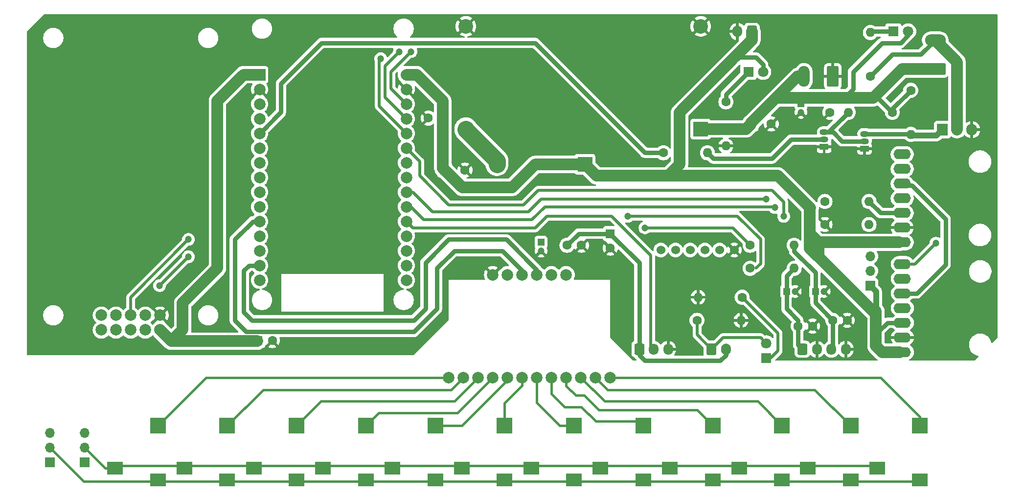
<source format=gbr>
%TF.GenerationSoftware,KiCad,Pcbnew,8.0.4*%
%TF.CreationDate,2024-10-16T11:02:59-05:00*%
%TF.ProjectId,touchboard,746f7563-6862-46f6-9172-642e6b696361,rev?*%
%TF.SameCoordinates,Original*%
%TF.FileFunction,Copper,L1,Top*%
%TF.FilePolarity,Positive*%
%FSLAX46Y46*%
G04 Gerber Fmt 4.6, Leading zero omitted, Abs format (unit mm)*
G04 Created by KiCad (PCBNEW 8.0.4) date 2024-10-16 11:02:59*
%MOMM*%
%LPD*%
G01*
G04 APERTURE LIST*
G04 Aperture macros list*
%AMRoundRect*
0 Rectangle with rounded corners*
0 $1 Rounding radius*
0 $2 $3 $4 $5 $6 $7 $8 $9 X,Y pos of 4 corners*
0 Add a 4 corners polygon primitive as box body*
4,1,4,$2,$3,$4,$5,$6,$7,$8,$9,$2,$3,0*
0 Add four circle primitives for the rounded corners*
1,1,$1+$1,$2,$3*
1,1,$1+$1,$4,$5*
1,1,$1+$1,$6,$7*
1,1,$1+$1,$8,$9*
0 Add four rect primitives between the rounded corners*
20,1,$1+$1,$2,$3,$4,$5,0*
20,1,$1+$1,$4,$5,$6,$7,0*
20,1,$1+$1,$6,$7,$8,$9,0*
20,1,$1+$1,$8,$9,$2,$3,0*%
G04 Aperture macros list end*
%TA.AperFunction,ComponentPad*%
%ADD10C,2.000000*%
%TD*%
%TA.AperFunction,ComponentPad*%
%ADD11C,1.600000*%
%TD*%
%TA.AperFunction,ComponentPad*%
%ADD12O,1.600000X1.600000*%
%TD*%
%TA.AperFunction,ComponentPad*%
%ADD13R,1.200000X1.200000*%
%TD*%
%TA.AperFunction,ComponentPad*%
%ADD14C,1.200000*%
%TD*%
%TA.AperFunction,ComponentPad*%
%ADD15R,1.905000X2.000000*%
%TD*%
%TA.AperFunction,ComponentPad*%
%ADD16O,1.905000X2.000000*%
%TD*%
%TA.AperFunction,ComponentPad*%
%ADD17R,1.600000X1.600000*%
%TD*%
%TA.AperFunction,ComponentPad*%
%ADD18RoundRect,0.250000X0.600000X0.750000X-0.600000X0.750000X-0.600000X-0.750000X0.600000X-0.750000X0*%
%TD*%
%TA.AperFunction,ComponentPad*%
%ADD19O,1.700000X2.000000*%
%TD*%
%TA.AperFunction,SMDPad,CuDef*%
%ADD20R,2.800000X2.200000*%
%TD*%
%TA.AperFunction,SMDPad,CuDef*%
%ADD21R,2.800000X2.800000*%
%TD*%
%TA.AperFunction,ComponentPad*%
%ADD22R,1.700000X1.700000*%
%TD*%
%TA.AperFunction,ComponentPad*%
%ADD23O,1.700000X1.700000*%
%TD*%
%TA.AperFunction,ComponentPad*%
%ADD24R,2.000000X2.000000*%
%TD*%
%TA.AperFunction,ComponentPad*%
%ADD25RoundRect,0.250000X-0.600000X-0.725000X0.600000X-0.725000X0.600000X0.725000X-0.600000X0.725000X0*%
%TD*%
%TA.AperFunction,ComponentPad*%
%ADD26O,1.700000X1.950000*%
%TD*%
%TA.AperFunction,ComponentPad*%
%ADD27R,2.540000X2.540000*%
%TD*%
%TA.AperFunction,ComponentPad*%
%ADD28C,2.540000*%
%TD*%
%TA.AperFunction,ComponentPad*%
%ADD29C,1.524000*%
%TD*%
%TA.AperFunction,ComponentPad*%
%ADD30RoundRect,0.250000X1.550000X-0.750000X1.550000X0.750000X-1.550000X0.750000X-1.550000X-0.750000X0*%
%TD*%
%TA.AperFunction,ComponentPad*%
%ADD31O,3.600000X2.000000*%
%TD*%
%TA.AperFunction,ComponentPad*%
%ADD32O,3.000000X1.750000*%
%TD*%
%TA.AperFunction,ComponentPad*%
%ADD33RoundRect,0.250000X0.750000X1.550000X-0.750000X1.550000X-0.750000X-1.550000X0.750000X-1.550000X0*%
%TD*%
%TA.AperFunction,ComponentPad*%
%ADD34O,2.000000X3.600000*%
%TD*%
%TA.AperFunction,ComponentPad*%
%ADD35R,1.800000X1.800000*%
%TD*%
%TA.AperFunction,ComponentPad*%
%ADD36C,1.800000*%
%TD*%
%TA.AperFunction,ComponentPad*%
%ADD37RoundRect,0.250000X-0.600000X-0.750000X0.600000X-0.750000X0.600000X0.750000X-0.600000X0.750000X0*%
%TD*%
%TA.AperFunction,ComponentPad*%
%ADD38R,1.500000X1.050000*%
%TD*%
%TA.AperFunction,ComponentPad*%
%ADD39O,1.500000X1.050000*%
%TD*%
%TA.AperFunction,ComponentPad*%
%ADD40R,2.600000X2.600000*%
%TD*%
%TA.AperFunction,ComponentPad*%
%ADD41O,2.600000X2.600000*%
%TD*%
%TA.AperFunction,ViaPad*%
%ADD42C,1.200000*%
%TD*%
%TA.AperFunction,ViaPad*%
%ADD43C,0.600000*%
%TD*%
%TA.AperFunction,Conductor*%
%ADD44C,2.000000*%
%TD*%
%TA.AperFunction,Conductor*%
%ADD45C,0.500000*%
%TD*%
%TA.AperFunction,Conductor*%
%ADD46C,0.400000*%
%TD*%
%TA.AperFunction,Conductor*%
%ADD47C,0.800000*%
%TD*%
%TA.AperFunction,Conductor*%
%ADD48C,3.000000*%
%TD*%
%TA.AperFunction,Conductor*%
%ADD49C,1.000000*%
%TD*%
G04 APERTURE END LIST*
D10*
%TO.P,U6,1,CLKOUT*%
%TO.N,unconnected-(U6-CLKOUT-Pad1)*%
X54920000Y-97670000D03*
%TO.P,U6,2,WOL*%
%TO.N,unconnected-(U6-WOL-Pad2)*%
X57460000Y-97670000D03*
%TO.P,U6,3,MOSI*%
%TO.N,VSPI_MOSI*%
X60000000Y-97670000D03*
%TO.P,U6,4,CS*%
%TO.N,VSPI_CS*%
X62540000Y-97670000D03*
%TO.P,U6,5,VCC*%
%TO.N,+3.3V*%
X65080000Y-97670000D03*
%TO.P,U6,6,INT*%
%TO.N,unconnected-(U6-INT-Pad6)*%
X54920000Y-95130000D03*
%TO.P,U6,7,MISO*%
%TO.N,VSPI_MISO*%
X57460000Y-95130000D03*
%TO.P,U6,8,SCK*%
%TO.N,VSPI_CLK*%
X60000000Y-95130000D03*
%TO.P,U6,9,RESET*%
%TO.N,unconnected-(U6-RESET-Pad9)*%
X62540000Y-95130000D03*
%TO.P,U6,10,GND*%
%TO.N,GND*%
X65080000Y-95130000D03*
%TD*%
%TO.P,U1,1,3V3*%
%TO.N,+3.3V*%
X135350000Y-88110000D03*
%TO.P,U1,2,IRQ*%
%TO.N,unconnected-(U1-IRQ-Pad2)*%
X132810000Y-88110000D03*
%TO.P,U1,3,SCL*%
%TO.N,I2C_SCL*%
X130270000Y-88110000D03*
%TO.P,U1,4,SDA*%
%TO.N,I2C_SDA*%
X127730000Y-88110000D03*
%TO.P,U1,5,ADD*%
%TO.N,I2C_ADD*%
X125190000Y-88110000D03*
%TO.P,U1,6,GND*%
%TO.N,GND*%
X122650000Y-88110000D03*
%TO.P,U1,7,ELE0*%
%TO.N,ELE0*%
X115030000Y-105890000D03*
%TO.P,U1,8,ELE1*%
%TO.N,ELE1*%
X117570000Y-105890000D03*
%TO.P,U1,9,ELE2*%
%TO.N,ELE2*%
X120110000Y-105890000D03*
%TO.P,U1,10,ELE3*%
%TO.N,ELE3*%
X122650000Y-105890000D03*
%TO.P,U1,11,ELE4*%
%TO.N,ELE4*%
X125190000Y-105890000D03*
%TO.P,U1,12,ELE5*%
%TO.N,ELE5*%
X127730000Y-105890000D03*
%TO.P,U1,13,ELE6*%
%TO.N,ELE6*%
X130270000Y-105890000D03*
%TO.P,U1,14,ELE7*%
%TO.N,ELE7*%
X132810000Y-105890000D03*
%TO.P,U1,15,ELE8*%
%TO.N,ELE8*%
X135350000Y-105890000D03*
%TO.P,U1,16,ELE9*%
%TO.N,ELE9*%
X137890000Y-105890000D03*
%TO.P,U1,17,ELE10*%
%TO.N,ELE10*%
X140430000Y-105890000D03*
%TO.P,U1,18,ELE11*%
%TO.N,ELE11*%
X142970000Y-105890000D03*
%TD*%
D11*
%TO.P,R3,1*%
%TO.N,+12V*%
X191810000Y-60000000D03*
D12*
%TO.P,R3,2*%
%TO.N,Net-(Q1-C)*%
X184190000Y-60000000D03*
%TD*%
D13*
%TO.P,C4,1*%
%TO.N,+12V*%
X176000000Y-58500000D03*
D14*
%TO.P,C4,2*%
%TO.N,GND*%
X176000000Y-60000000D03*
%TD*%
D11*
%TO.P,C35,1*%
%TO.N,+3.3V*%
X135500000Y-83000000D03*
%TO.P,C35,2*%
%TO.N,GND*%
X138000000Y-83000000D03*
%TD*%
D15*
%TO.P,Q3,1,G*%
%TO.N,Net-(Q2-C)*%
X200460000Y-63000000D03*
D16*
%TO.P,Q3,2,D*%
%TO.N,Net-(J3-Pin_2)*%
X203000000Y-63000000D03*
%TO.P,Q3,3,S*%
%TO.N,GND*%
X205540000Y-63000000D03*
%TD*%
D13*
%TO.P,C8,1*%
%TO.N,Net-(J4-Pin_3)*%
X178500000Y-91000000D03*
D14*
%TO.P,C8,2*%
%TO.N,GND*%
X180000000Y-91000000D03*
%TD*%
D11*
%TO.P,R1,1*%
%TO.N,Net-(D2-K)*%
X163000000Y-58190000D03*
D12*
%TO.P,R1,2*%
%TO.N,GND*%
X163000000Y-65810000D03*
%TD*%
D17*
%TO.P,C1,1*%
%TO.N,+12V*%
X167347349Y-62000000D03*
D11*
%TO.P,C1,2*%
%TO.N,GND*%
X170847349Y-62000000D03*
%TD*%
%TO.P,RG1,1*%
%TO.N,GND*%
X180143000Y-79420000D03*
D12*
%TO.P,RG1,2*%
%TO.N,Net-(JP1-B)*%
X187763000Y-79420000D03*
%TD*%
D17*
%TO.P,C33,1*%
%TO.N,+3.3V*%
X143000000Y-81000000D03*
D11*
%TO.P,C33,2*%
%TO.N,GND*%
X143000000Y-83500000D03*
%TD*%
D18*
%TO.P,J2,1,Pin_1*%
%TO.N,+5V*%
X167500000Y-46000000D03*
D19*
%TO.P,J2,2,Pin_2*%
%TO.N,GND*%
X165000000Y-46000000D03*
%TD*%
D20*
%TO.P,E9,R*%
%TO.N,SVCC*%
X153300000Y-121600000D03*
%TO.P,E9,S*%
%TO.N,SGND*%
X160700000Y-123600000D03*
D21*
%TO.P,E9,T*%
%TO.N,ELE8*%
X160700000Y-114200000D03*
%TD*%
D22*
%TO.P,JP1,1,A*%
%TO.N,+5V*%
X188000000Y-90000000D03*
D23*
%TO.P,JP1,2,C*%
%TO.N,GAIN*%
X188000000Y-87460000D03*
%TO.P,JP1,3,B*%
%TO.N,Net-(JP1-B)*%
X188000000Y-84920000D03*
%TD*%
D11*
%TO.P,R2,1*%
%TO.N,LED_PWM1*%
X152190000Y-67000000D03*
D12*
%TO.P,R2,2*%
%TO.N,Net-(Q1-B)*%
X159810000Y-67000000D03*
%TD*%
D24*
%TO.P,U3,1,3V3*%
%TO.N,+3.3V*%
X82300000Y-53485000D03*
D10*
%TO.P,U3,2,GND*%
%TO.N,GND*%
X82300000Y-56025000D03*
%TO.P,U3,3,D15*%
%TO.N,HSPI_CS*%
X82300000Y-58565000D03*
%TO.P,U3,4,D2*%
%TO.N,STATUS_LED*%
X82300000Y-61105000D03*
%TO.P,U3,5,D4*%
%TO.N,LED_PWM1*%
X82300000Y-63645000D03*
%TO.P,U3,6,RX2*%
%TO.N,unconnected-(U3-RX2-Pad6)*%
X82300000Y-66185000D03*
%TO.P,U3,7,TX2*%
%TO.N,unconnected-(U3-TX2-Pad7)*%
X82300000Y-68725000D03*
%TO.P,U3,8,D5*%
%TO.N,VSPI_CS*%
X82300000Y-71265000D03*
%TO.P,U3,9,D18*%
%TO.N,VSPI_CLK*%
X82300000Y-73805000D03*
%TO.P,U3,10,D19*%
%TO.N,VSPI_MISO*%
X82300000Y-76345000D03*
%TO.P,U3,11,D21*%
%TO.N,I2C_SDA*%
X82300000Y-78885000D03*
%TO.P,U3,12,RX0*%
%TO.N,unconnected-(U3-RX0-Pad12)*%
X82300000Y-81425000D03*
%TO.P,U3,13,TX0*%
%TO.N,unconnected-(U3-TX0-Pad13)*%
X82300000Y-83965000D03*
%TO.P,U3,14,D22*%
%TO.N,I2C_SCL*%
X82300000Y-86505000D03*
%TO.P,U3,15,D23*%
%TO.N,VSPI_MOSI*%
X82300000Y-89045000D03*
%TO.P,U3,16,EN*%
%TO.N,unconnected-(U3-EN-Pad16)*%
X107700000Y-89045000D03*
%TO.P,U3,17,VP*%
%TO.N,unconnected-(U3-VP-Pad17)*%
X107700000Y-86505000D03*
%TO.P,U3,18,VN*%
%TO.N,unconnected-(U3-VN-Pad18)*%
X107700000Y-83965000D03*
%TO.P,U3,19,D34*%
%TO.N,BTN1*%
X107700000Y-81425000D03*
%TO.P,U3,20,D35*%
%TO.N,POT_GAIN*%
X107700000Y-78885000D03*
%TO.P,U3,21,D32*%
%TO.N,BCLK*%
X107700000Y-76345000D03*
%TO.P,U3,22,D33*%
%TO.N,LRC*%
X107700000Y-73805000D03*
%TO.P,U3,23,D25*%
%TO.N,DAC1*%
X107700000Y-71265000D03*
%TO.P,U3,24,D26*%
%TO.N,DAC2*%
X107700000Y-68725000D03*
%TO.P,U3,25,D27*%
%TO.N,DIN*%
X107700000Y-66185000D03*
%TO.P,U3,26,D14*%
%TO.N,HSPI_CLK*%
X107700000Y-63645000D03*
%TO.P,U3,27,D12*%
%TO.N,HSPI_MISO*%
X107700000Y-61105000D03*
%TO.P,U3,28,D13*%
%TO.N,HSPI_MOSI*%
X107700000Y-58565000D03*
%TO.P,U3,29,GND*%
%TO.N,GND*%
X107700000Y-56025000D03*
%TO.P,U3,30,VIN*%
%TO.N,+5V*%
X107700000Y-53485000D03*
%TD*%
D11*
%TO.P,R6,1*%
%TO.N,BTN1*%
X158000000Y-96000000D03*
D12*
%TO.P,R6,2*%
%TO.N,GND*%
X165620000Y-96000000D03*
%TD*%
D25*
%TO.P,J4,1,Pin_1*%
%TO.N,Net-(J4-Pin_1)*%
X176250000Y-101000000D03*
D26*
%TO.P,J4,2,Pin_2*%
%TO.N,GND*%
X178750000Y-101000000D03*
%TO.P,J4,3,Pin_3*%
%TO.N,Net-(J4-Pin_3)*%
X181250000Y-101000000D03*
%TO.P,J4,4,Pin_4*%
%TO.N,GND*%
X183750000Y-101000000D03*
%TD*%
D20*
%TO.P,E4,R*%
%TO.N,SVCC*%
X93300000Y-121600000D03*
%TO.P,E4,S*%
%TO.N,SGND*%
X100700000Y-123600000D03*
D21*
%TO.P,E4,T*%
%TO.N,ELE3*%
X100700000Y-114200000D03*
%TD*%
D27*
%TO.P,U2,1,Vin*%
%TO.N,+12V*%
X158640000Y-62890000D03*
D28*
%TO.P,U2,2,GND*%
%TO.N,GND*%
X158640000Y-45110000D03*
%TO.P,U2,3,GND*%
X118000000Y-45110000D03*
%TO.P,U2,4,Vout*%
%TO.N,Net-(D1-A)*%
X118000000Y-62890000D03*
%TD*%
D29*
%TO.P,U7,1,CS*%
%TO.N,HSPI_CS*%
X151750000Y-83825000D03*
%TO.P,U7,2,SCK*%
%TO.N,HSPI_CLK*%
X154290000Y-83825000D03*
%TO.P,U7,3,MOSI*%
%TO.N,HSPI_MOSI*%
X156830000Y-83825000D03*
%TO.P,U7,4,MISO*%
%TO.N,HSPI_MISO*%
X159370000Y-83825000D03*
%TO.P,U7,5,VCC*%
%TO.N,+5V*%
X161910000Y-83825000D03*
%TO.P,U7,6,GND*%
%TO.N,GND*%
X164450000Y-83825000D03*
%TD*%
D30*
%TO.P,J3,1,Pin_1*%
%TO.N,+12V*%
X199222500Y-52500000D03*
D31*
%TO.P,J3,2,Pin_2*%
%TO.N,Net-(J3-Pin_2)*%
X199222500Y-47500000D03*
%TD*%
D20*
%TO.P,E7,R*%
%TO.N,SVCC*%
X129300000Y-121600000D03*
%TO.P,E7,S*%
%TO.N,SGND*%
X136700000Y-123600000D03*
D21*
%TO.P,E7,T*%
%TO.N,ELE6*%
X136700000Y-114200000D03*
%TD*%
D20*
%TO.P,E5,R*%
%TO.N,SVCC*%
X105300000Y-121600000D03*
%TO.P,E5,S*%
%TO.N,SGND*%
X112700000Y-123600000D03*
D21*
%TO.P,E5,T*%
%TO.N,ELE4*%
X112700000Y-114200000D03*
%TD*%
D11*
%TO.P,R8,1*%
%TO.N,DAC2*%
X167190000Y-83000000D03*
D12*
%TO.P,R8,2*%
%TO.N,Net-(J4-Pin_3)*%
X174810000Y-83000000D03*
%TD*%
D20*
%TO.P,E10,R*%
%TO.N,SVCC*%
X165300000Y-121600000D03*
%TO.P,E10,S*%
%TO.N,SGND*%
X172700000Y-123600000D03*
D21*
%TO.P,E10,T*%
%TO.N,ELE9*%
X172700000Y-114200000D03*
%TD*%
D11*
%TO.P,RSD1,1*%
%TO.N,+5V*%
X180143000Y-75420000D03*
D12*
%TO.P,RSD1,2*%
%TO.N,Net-(U4-~{SD_MODE})*%
X187763000Y-75420000D03*
%TD*%
D11*
%TO.P,R10,1*%
%TO.N,Net-(D3-K)*%
X165810000Y-92000000D03*
D12*
%TO.P,R10,2*%
%TO.N,GND*%
X158190000Y-92000000D03*
%TD*%
D32*
%TO.P,U4,1,Vin*%
%TO.N,+5V*%
X193499000Y-82500000D03*
%TO.P,U4,2,GND*%
%TO.N,GND*%
X193499000Y-79960000D03*
%TO.P,U4,3,~{SD_MODE}*%
%TO.N,Net-(U4-~{SD_MODE})*%
X193499000Y-77420000D03*
%TO.P,U4,4,GAIN*%
%TO.N,GAIN*%
X193499000Y-74880000D03*
%TO.P,U4,5,DIN*%
%TO.N,DIN*%
X193499000Y-72340000D03*
%TO.P,U4,6,BCLK*%
%TO.N,BCLK*%
X193499000Y-69800000D03*
%TO.P,U4,7,LRC*%
%TO.N,LRC*%
X193499000Y-67260000D03*
%TD*%
%TO.P,U5,1,Vin*%
%TO.N,+5V*%
X193546000Y-101500000D03*
%TO.P,U5,2,GND*%
%TO.N,GND*%
X193546000Y-98960000D03*
%TO.P,U5,3,~{SD_MODE}*%
%TO.N,+5V*%
X193546000Y-96420000D03*
%TO.P,U5,4,GAIN*%
%TO.N,GAIN*%
X193546000Y-93880000D03*
%TO.P,U5,5,DIN*%
%TO.N,DIN*%
X193546000Y-91340000D03*
%TO.P,U5,6,BCLK*%
%TO.N,BCLK*%
X193546000Y-88800000D03*
%TO.P,U5,7,LRC*%
%TO.N,LRC*%
X193546000Y-86260000D03*
%TD*%
D20*
%TO.P,E6,R*%
%TO.N,SVCC*%
X117300000Y-121600000D03*
%TO.P,E6,S*%
%TO.N,SGND*%
X124700000Y-123600000D03*
D21*
%TO.P,E6,T*%
%TO.N,ELE5*%
X124700000Y-114200000D03*
%TD*%
D20*
%TO.P,E11,R*%
%TO.N,SVCC*%
X177180000Y-121600000D03*
%TO.P,E11,S*%
%TO.N,SGND*%
X184580000Y-123600000D03*
D21*
%TO.P,E11,T*%
%TO.N,ELE10*%
X184580000Y-114200000D03*
%TD*%
D11*
%TO.P,C9,1*%
%TO.N,Net-(J4-Pin_3)*%
X181500000Y-96000000D03*
%TO.P,C9,2*%
%TO.N,GND*%
X184000000Y-96000000D03*
%TD*%
D33*
%TO.P,J1,1,Pin_1*%
%TO.N,GND*%
X181500000Y-53777500D03*
D34*
%TO.P,J1,2,Pin_2*%
%TO.N,+12V*%
X176500000Y-53777500D03*
%TD*%
D35*
%TO.P,D3,1,K*%
%TO.N,Net-(D3-K)*%
X170000000Y-102540000D03*
D36*
%TO.P,D3,2,A*%
%TO.N,BTN1*%
X170000000Y-100000000D03*
%TD*%
D13*
%TO.P,C34,1*%
%TO.N,+3.3V*%
X131000000Y-82500000D03*
D14*
%TO.P,C34,2*%
%TO.N,GND*%
X131000000Y-84000000D03*
%TD*%
D35*
%TO.P,D4,1,K*%
%TO.N,Net-(D4-K)*%
X192000000Y-46000000D03*
D36*
%TO.P,D4,2,A*%
%TO.N,+12V*%
X194540000Y-46000000D03*
%TD*%
D20*
%TO.P,E8,R*%
%TO.N,SVCC*%
X141300000Y-121600000D03*
%TO.P,E8,S*%
%TO.N,SGND*%
X148700000Y-123600000D03*
D21*
%TO.P,E8,T*%
%TO.N,ELE7*%
X148700000Y-114200000D03*
%TD*%
D37*
%TO.P,J8,1,Pin_1*%
%TO.N,BTN1*%
X160500000Y-101000000D03*
D19*
%TO.P,J8,2,Pin_2*%
%TO.N,+3.3V*%
X163000000Y-101000000D03*
%TD*%
D11*
%TO.P,R4,1*%
%TO.N,+12V*%
X195000000Y-56190000D03*
D12*
%TO.P,R4,2*%
%TO.N,Net-(Q2-C)*%
X195000000Y-63810000D03*
%TD*%
D17*
%TO.P,C32,1*%
%TO.N,+3.3V*%
X82000000Y-99500000D03*
D11*
%TO.P,C32,2*%
%TO.N,GND*%
X84500000Y-99500000D03*
%TD*%
D20*
%TO.P,E12,R*%
%TO.N,SVCC*%
X189180000Y-121600000D03*
%TO.P,E12,S*%
%TO.N,SGND*%
X196580000Y-123600000D03*
D21*
%TO.P,E12,T*%
%TO.N,ELE11*%
X196580000Y-114200000D03*
%TD*%
D11*
%TO.P,C2,1*%
%TO.N,+5V*%
X114000000Y-61000000D03*
%TO.P,C2,2*%
%TO.N,GND*%
X111500000Y-61000000D03*
%TD*%
D38*
%TO.P,Q2,1,E*%
%TO.N,GND*%
X187000000Y-66270000D03*
D39*
%TO.P,Q2,2,B*%
%TO.N,Net-(Q1-C)*%
X187000000Y-65000000D03*
%TO.P,Q2,3,C*%
%TO.N,Net-(Q2-C)*%
X187000000Y-63730000D03*
%TD*%
D20*
%TO.P,E2,R*%
%TO.N,SVCC*%
X69300000Y-121600000D03*
%TO.P,E2,S*%
%TO.N,SGND*%
X76700000Y-123600000D03*
D21*
%TO.P,E2,T*%
%TO.N,ELE1*%
X76700000Y-114200000D03*
%TD*%
D17*
%TO.P,C3,1*%
%TO.N,+5V*%
X114347349Y-70000000D03*
D11*
%TO.P,C3,2*%
%TO.N,GND*%
X117847349Y-70000000D03*
%TD*%
%TO.P,C7,1*%
%TO.N,Net-(J4-Pin_1)*%
X175500000Y-97000000D03*
%TO.P,C7,2*%
%TO.N,GND*%
X178000000Y-97000000D03*
%TD*%
D22*
%TO.P,JP3,1,A*%
%TO.N,+3.3V*%
X52000000Y-120540000D03*
D23*
%TO.P,JP3,2,C*%
%TO.N,SVCC*%
X52000000Y-118000000D03*
%TO.P,JP3,3,B*%
%TO.N,unconnected-(JP3-B-Pad3)*%
X52000000Y-115460000D03*
%TD*%
D40*
%TO.P,D1,1,K*%
%TO.N,+5V*%
X138620000Y-69000000D03*
D41*
%TO.P,D1,2,A*%
%TO.N,Net-(D1-A)*%
X123380000Y-69000000D03*
%TD*%
D11*
%TO.P,C5,1*%
%TO.N,+12V*%
X181000000Y-57500000D03*
%TO.P,C5,2*%
%TO.N,GND*%
X181000000Y-60000000D03*
%TD*%
D20*
%TO.P,E1,R*%
%TO.N,SVCC*%
X57300000Y-121600000D03*
%TO.P,E1,S*%
%TO.N,SGND*%
X64700000Y-123600000D03*
D21*
%TO.P,E1,T*%
%TO.N,ELE0*%
X64700000Y-114200000D03*
%TD*%
D11*
%TO.P,R7,1*%
%TO.N,DAC1*%
X167190000Y-87000000D03*
D12*
%TO.P,R7,2*%
%TO.N,Net-(J4-Pin_1)*%
X174810000Y-87000000D03*
%TD*%
D11*
%TO.P,R5,1*%
%TO.N,Net-(J3-Pin_2)*%
X188000000Y-53810000D03*
D12*
%TO.P,R5,2*%
%TO.N,Net-(D4-K)*%
X188000000Y-46190000D03*
%TD*%
D13*
%TO.P,C6,1*%
%TO.N,Net-(J4-Pin_1)*%
X173500000Y-91000000D03*
D14*
%TO.P,C6,2*%
%TO.N,GND*%
X175000000Y-91000000D03*
%TD*%
D35*
%TO.P,D2,1,K*%
%TO.N,Net-(D2-K)*%
X166905000Y-53000000D03*
D36*
%TO.P,D2,2,A*%
%TO.N,+5V*%
X169445000Y-53000000D03*
%TD*%
D22*
%TO.P,JP2,1,A*%
%TO.N,GND*%
X46000000Y-120540000D03*
D23*
%TO.P,JP2,2,C*%
%TO.N,SGND*%
X46000000Y-118000000D03*
%TO.P,JP2,3,B*%
%TO.N,unconnected-(JP2-B-Pad3)*%
X46000000Y-115460000D03*
%TD*%
D25*
%TO.P,J5,1,Pin_1*%
%TO.N,+3.3V*%
X148000000Y-101000000D03*
D26*
%TO.P,J5,2,Pin_2*%
%TO.N,POT_GAIN*%
X150500000Y-101000000D03*
%TO.P,J5,3,Pin_3*%
%TO.N,GND*%
X153000000Y-101000000D03*
%TD*%
D20*
%TO.P,E3,R*%
%TO.N,SVCC*%
X81300000Y-121600000D03*
%TO.P,E3,S*%
%TO.N,SGND*%
X88700000Y-123600000D03*
D21*
%TO.P,E3,T*%
%TO.N,ELE2*%
X88700000Y-114200000D03*
%TD*%
D38*
%TO.P,Q1,1,E*%
%TO.N,GND*%
X180000000Y-66000000D03*
D39*
%TO.P,Q1,2,B*%
%TO.N,Net-(Q1-B)*%
X180000000Y-64730000D03*
%TO.P,Q1,3,C*%
%TO.N,Net-(Q1-C)*%
X180000000Y-63460000D03*
%TD*%
D42*
%TO.N,GND*%
X174000000Y-68000000D03*
X189490227Y-73589515D03*
X44000000Y-50000000D03*
X76000000Y-92000000D03*
X72000000Y-74000000D03*
X151000000Y-60000000D03*
X102000000Y-45000000D03*
X107000000Y-100000000D03*
X198000000Y-68000000D03*
X50000000Y-97000000D03*
X196000000Y-84000000D03*
X145000000Y-88000000D03*
X122000000Y-59000000D03*
X117000000Y-86000000D03*
X153427717Y-87867390D03*
X208000000Y-58000000D03*
X50000000Y-45000000D03*
X44000000Y-70000000D03*
X79000000Y-69000000D03*
X79000000Y-45000000D03*
X198000000Y-45000000D03*
X208000000Y-75000000D03*
X172000000Y-48000000D03*
X145000000Y-96000000D03*
X198000000Y-58000000D03*
X111000000Y-82000000D03*
D43*
X191000000Y-95000000D03*
D42*
X44000000Y-92000000D03*
X87000000Y-85000000D03*
X201000000Y-102000000D03*
%TO.N,HSPI_CLK*%
X103273657Y-50726343D03*
%TO.N,HSPI_MOSI*%
X108505110Y-49494890D03*
%TO.N,VSPI_CLK*%
X70000000Y-82000000D03*
%TO.N,HSPI_MISO*%
X106500000Y-49500000D03*
%TO.N,VSPI_MISO*%
X65000000Y-90000000D03*
X70000000Y-85000000D03*
%TO.N,DIN*%
X173000000Y-78000000D03*
%TO.N,BCLK*%
X171500000Y-76500000D03*
%TO.N,LRC*%
X199352288Y-82647712D03*
X170000000Y-75000000D03*
%TO.N,+5V*%
X158000000Y-71000000D03*
%TO.N,DAC1*%
X146000000Y-78000000D03*
%TO.N,DAC2*%
X149000000Y-80000000D03*
%TD*%
D44*
%TO.N,+5V*%
X179000000Y-82500000D02*
X179000000Y-85000000D01*
X179000000Y-85000000D02*
X188420000Y-94420000D01*
X177533000Y-83533000D02*
X179000000Y-85000000D01*
D45*
%TO.N,DIN*%
X110000000Y-68485000D02*
X107700000Y-66185000D01*
X115000000Y-76000000D02*
X110000000Y-71000000D01*
X128000000Y-76000000D02*
X115000000Y-76000000D01*
X130513106Y-73486894D02*
X128000000Y-76000000D01*
X170986894Y-73486894D02*
X130513106Y-73486894D01*
X110000000Y-71000000D02*
X110000000Y-68485000D01*
X173000000Y-75500000D02*
X170986894Y-73486894D01*
X173000000Y-78000000D02*
X173000000Y-75500000D01*
%TO.N,DAC2*%
X164190000Y-80000000D02*
X167190000Y-83000000D01*
X149000000Y-80000000D02*
X164190000Y-80000000D01*
D46*
%TO.N,ELE4*%
X117340000Y-114200000D02*
X112700000Y-114200000D01*
X125190000Y-106350000D02*
X117340000Y-114200000D01*
X125190000Y-105890000D02*
X125190000Y-106350000D01*
D44*
%TO.N,+5V*%
X140620000Y-71000000D02*
X138620000Y-69000000D01*
X158000000Y-71000000D02*
X140620000Y-71000000D01*
X177580000Y-76580000D02*
X177533000Y-76627000D01*
X158000000Y-71000000D02*
X172000000Y-71000000D01*
X177533000Y-76627000D02*
X177533000Y-81000000D01*
X172000000Y-71000000D02*
X177580000Y-76580000D01*
D45*
%TO.N,HSPI_CLK*%
X103273657Y-50726343D02*
X103000000Y-51000000D01*
X103000000Y-51000000D02*
X103000000Y-58945000D01*
X103000000Y-58945000D02*
X107700000Y-63645000D01*
%TO.N,HSPI_MOSI*%
X105000000Y-55865000D02*
X107700000Y-58565000D01*
X108505110Y-49494890D02*
X105000000Y-53000000D01*
X105000000Y-53000000D02*
X105000000Y-55865000D01*
%TO.N,HSPI_MISO*%
X104000000Y-52000000D02*
X104000000Y-57405000D01*
X106500000Y-49500000D02*
X104000000Y-52000000D01*
X104000000Y-57405000D02*
X107700000Y-61105000D01*
%TO.N,LRC*%
X195740000Y-86260000D02*
X193046000Y-86260000D01*
X199352288Y-82647712D02*
X195740000Y-86260000D01*
D47*
%TO.N,DIN*%
X201000000Y-86373000D02*
X196033000Y-91340000D01*
X201000000Y-78467000D02*
X201000000Y-86373000D01*
X192999000Y-72680000D02*
X195213000Y-72680000D01*
X195213000Y-72680000D02*
X201000000Y-78467000D01*
X192739000Y-72420000D02*
X192999000Y-72680000D01*
X196033000Y-91340000D02*
X193046000Y-91340000D01*
D46*
%TO.N,ELE5*%
X124700000Y-110300000D02*
X124700000Y-114200000D01*
X127730000Y-107270000D02*
X124700000Y-110300000D01*
X127730000Y-105890000D02*
X127730000Y-107270000D01*
%TO.N,ELE7*%
X148000000Y-113500000D02*
X148700000Y-114200000D01*
X138000000Y-111000000D02*
X140500000Y-113500000D01*
X135125000Y-111000000D02*
X138000000Y-111000000D01*
X140500000Y-113500000D02*
X148000000Y-113500000D01*
X132810000Y-105890000D02*
X132810000Y-108685000D01*
X132810000Y-108685000D02*
X135125000Y-111000000D01*
%TO.N,ELE6*%
X134200000Y-114200000D02*
X136700000Y-114200000D01*
X130270000Y-105890000D02*
X130270000Y-110270000D01*
X130270000Y-110270000D02*
X134200000Y-114200000D01*
D47*
%TO.N,+3.3V*%
X163000000Y-102000000D02*
X163000000Y-101000000D01*
X162000000Y-103000000D02*
X163000000Y-102000000D01*
X148000000Y-102000000D02*
X149000000Y-103000000D01*
X149000000Y-103000000D02*
X162000000Y-103000000D01*
X148000000Y-101000000D02*
X148000000Y-102000000D01*
D44*
%TO.N,+12V*%
X188500000Y-57500000D02*
X193500000Y-52500000D01*
X175396175Y-53777500D02*
X171586837Y-57586837D01*
X171586837Y-57586837D02*
X167347349Y-61826326D01*
X175396175Y-53777500D02*
X176500000Y-53777500D01*
D47*
X183500000Y-57500000D02*
X182000000Y-57500000D01*
D44*
X176000000Y-57500000D02*
X171673674Y-57500000D01*
X181000000Y-57500000D02*
X176000000Y-57500000D01*
D47*
X185000000Y-53000000D02*
X185000000Y-56000000D01*
X194540000Y-46684212D02*
X193224212Y-48000000D01*
D44*
X166457349Y-62890000D02*
X158640000Y-62890000D01*
X171673674Y-57500000D02*
X171586837Y-57586837D01*
D47*
X194540000Y-46000000D02*
X194540000Y-46684212D01*
X191810000Y-59380000D02*
X195000000Y-56190000D01*
X185000000Y-56000000D02*
X183500000Y-57500000D01*
X191810000Y-60000000D02*
X189310000Y-57500000D01*
X190000000Y-48000000D02*
X185000000Y-53000000D01*
X193224212Y-48000000D02*
X190000000Y-48000000D01*
X176000000Y-58500000D02*
X176000000Y-57500000D01*
D44*
X193500000Y-52500000D02*
X199222500Y-52500000D01*
X181000000Y-57500000D02*
X182000000Y-57500000D01*
D47*
X191810000Y-60000000D02*
X191810000Y-59380000D01*
D44*
X167347349Y-61826326D02*
X167347349Y-62000000D01*
X167347349Y-62000000D02*
X166457349Y-62890000D01*
X182000000Y-57500000D02*
X188500000Y-57500000D01*
D48*
%TO.N,Net-(D1-A)*%
X123380000Y-68380000D02*
X123380000Y-69000000D01*
X118000000Y-63000000D02*
X123380000Y-68380000D01*
X118000000Y-62890000D02*
X118000000Y-63000000D01*
D47*
%TO.N,Net-(D2-K)*%
X166905000Y-53000000D02*
X163000000Y-56905000D01*
X163000000Y-56905000D02*
X163000000Y-58190000D01*
D46*
%TO.N,ELE0*%
X73010000Y-105890000D02*
X64700000Y-114200000D01*
X115030000Y-105890000D02*
X73010000Y-105890000D01*
D47*
%TO.N,+3.3V*%
X143000000Y-81000000D02*
X137500000Y-81000000D01*
X137500000Y-81000000D02*
X135500000Y-83000000D01*
D44*
X82300000Y-53485000D02*
X79515000Y-53485000D01*
D47*
X148000000Y-86000000D02*
X143000000Y-81000000D01*
D44*
X67010000Y-99600000D02*
X65080000Y-97670000D01*
X75000000Y-87000000D02*
X69000000Y-93000000D01*
X81900000Y-99600000D02*
X67010000Y-99600000D01*
D47*
X148000000Y-101000000D02*
X148000000Y-86000000D01*
D44*
X69000000Y-97610000D02*
X67010000Y-99600000D01*
X79515000Y-53485000D02*
X75000000Y-58000000D01*
X69000000Y-93000000D02*
X69000000Y-97610000D01*
X75000000Y-58000000D02*
X75000000Y-87000000D01*
D46*
%TO.N,ELE1*%
X115460000Y-108000000D02*
X82900000Y-108000000D01*
X82900000Y-108000000D02*
X76700000Y-114200000D01*
X117570000Y-105890000D02*
X115460000Y-108000000D01*
%TO.N,ELE2*%
X116000000Y-110000000D02*
X92900000Y-110000000D01*
X92900000Y-110000000D02*
X88700000Y-114200000D01*
X120110000Y-105890000D02*
X116000000Y-110000000D01*
%TO.N,ELE3*%
X102900000Y-112000000D02*
X100700000Y-114200000D01*
X116540000Y-112000000D02*
X102900000Y-112000000D01*
X122650000Y-105890000D02*
X116540000Y-112000000D01*
D47*
%TO.N,I2C_SDA*%
X80000000Y-98000000D02*
X109000000Y-98000000D01*
X109000000Y-98000000D02*
X113000000Y-94000000D01*
X113000000Y-87000000D02*
X116000000Y-84000000D01*
X124310000Y-84000000D02*
X127730000Y-87420000D01*
X127730000Y-87420000D02*
X127730000Y-88110000D01*
X78000000Y-82000000D02*
X78000000Y-96000000D01*
X82300000Y-78885000D02*
X81115000Y-78885000D01*
X81115000Y-78885000D02*
X78000000Y-82000000D01*
X116000000Y-84000000D02*
X124310000Y-84000000D01*
X78000000Y-96000000D02*
X80000000Y-98000000D01*
X113000000Y-94000000D02*
X113000000Y-87000000D01*
%TO.N,I2C_SCL*%
X81000000Y-96000000D02*
X109000000Y-96000000D01*
X109000000Y-96000000D02*
X111000000Y-94000000D01*
X130270000Y-87270000D02*
X130270000Y-88110000D01*
X79583912Y-87416088D02*
X79583912Y-94583912D01*
X111000000Y-94000000D02*
X111000000Y-86000000D01*
X125000000Y-82000000D02*
X130270000Y-87270000D01*
X82300000Y-86505000D02*
X80495000Y-86505000D01*
X79583912Y-94583912D02*
X81000000Y-96000000D01*
X115000000Y-82000000D02*
X125000000Y-82000000D01*
X80495000Y-86505000D02*
X79583912Y-87416088D01*
X111000000Y-86000000D02*
X115000000Y-82000000D01*
D46*
%TO.N,SGND*%
X184830000Y-123850000D02*
X196330000Y-123850000D01*
X100950000Y-123850000D02*
X112450000Y-123850000D01*
X100450000Y-123850000D02*
X100700000Y-123600000D01*
X148700000Y-123600000D02*
X148950000Y-123850000D01*
X160950000Y-123850000D02*
X172450000Y-123850000D01*
X88950000Y-123850000D02*
X100450000Y-123850000D01*
X112950000Y-123850000D02*
X124450000Y-123850000D01*
X124700000Y-123600000D02*
X124950000Y-123850000D01*
X76950000Y-123850000D02*
X88450000Y-123850000D01*
X148450000Y-123850000D02*
X148700000Y-123600000D01*
X172700000Y-123600000D02*
X172950000Y-123850000D01*
X136950000Y-123850000D02*
X148450000Y-123850000D01*
X88450000Y-123850000D02*
X88700000Y-123600000D01*
X160450000Y-123850000D02*
X160700000Y-123600000D01*
X148950000Y-123850000D02*
X160450000Y-123850000D01*
X172950000Y-123850000D02*
X184330000Y-123850000D01*
X64450000Y-123850000D02*
X64700000Y-123600000D01*
X184330000Y-123850000D02*
X184580000Y-123600000D01*
X136450000Y-123850000D02*
X136700000Y-123600000D01*
X76450000Y-123850000D02*
X76700000Y-123600000D01*
X172450000Y-123850000D02*
X172700000Y-123600000D01*
X64700000Y-123600000D02*
X64950000Y-123850000D01*
X46000000Y-118000000D02*
X51850000Y-123850000D01*
X76700000Y-123600000D02*
X76950000Y-123850000D01*
X136700000Y-123600000D02*
X136950000Y-123850000D01*
X112700000Y-123600000D02*
X112950000Y-123850000D01*
X112450000Y-123850000D02*
X112700000Y-123600000D01*
X51850000Y-123850000D02*
X64450000Y-123850000D01*
X100700000Y-123600000D02*
X100950000Y-123850000D01*
X184580000Y-123600000D02*
X184830000Y-123850000D01*
X124450000Y-123850000D02*
X124700000Y-123600000D01*
X64950000Y-123850000D02*
X76450000Y-123850000D01*
X196330000Y-123850000D02*
X196580000Y-123600000D01*
X124950000Y-123850000D02*
X136450000Y-123850000D01*
X160700000Y-123600000D02*
X160950000Y-123850000D01*
X88700000Y-123600000D02*
X88950000Y-123850000D01*
D47*
%TO.N,VSPI_CLK*%
X60000000Y-95130000D02*
X60000000Y-94500000D01*
D45*
X60000000Y-92000000D02*
X60000000Y-95130000D01*
X70000000Y-82000000D02*
X60000000Y-92000000D01*
%TO.N,VSPI_MISO*%
X70000000Y-85000000D02*
X65000000Y-90000000D01*
%TO.N,BCLK*%
X108522500Y-76345000D02*
X107700000Y-76345000D01*
X131660979Y-76339021D02*
X129441980Y-78558020D01*
X171339021Y-76339021D02*
X131660979Y-76339021D01*
X171500000Y-76500000D02*
X171339021Y-76339021D01*
X129441980Y-78558020D02*
X110735520Y-78558020D01*
X110735520Y-78558020D02*
X108522500Y-76345000D01*
%TO.N,LRC*%
X112188850Y-77188850D02*
X108805000Y-73805000D01*
X131000000Y-75000000D02*
X128811150Y-77188850D01*
X108805000Y-73805000D02*
X107700000Y-73805000D01*
X170000000Y-75000000D02*
X131000000Y-75000000D01*
X128811150Y-77188850D02*
X112188850Y-77188850D01*
%TO.N,BTN1*%
X170000000Y-100000000D02*
X169000000Y-99000000D01*
X158000000Y-98500000D02*
X160500000Y-101000000D01*
X158000000Y-96000000D02*
X158000000Y-98500000D01*
X162500000Y-99000000D02*
X160500000Y-101000000D01*
X169000000Y-99000000D02*
X162500000Y-99000000D01*
%TO.N,POT_GAIN*%
X108815000Y-80000000D02*
X107700000Y-78885000D01*
X150500000Y-101000000D02*
X150000000Y-100500000D01*
X130000000Y-80000000D02*
X108815000Y-80000000D01*
X150000000Y-100500000D02*
X150000000Y-84750000D01*
X150000000Y-84750000D02*
X143250000Y-78000000D01*
X132000000Y-78000000D02*
X130000000Y-80000000D01*
X143250000Y-78000000D02*
X132000000Y-78000000D01*
D44*
%TO.N,+5V*%
X188953000Y-100420000D02*
X190033000Y-101500000D01*
X188953000Y-94420000D02*
X188953000Y-98420000D01*
X177533000Y-81033000D02*
X179000000Y-82500000D01*
X130000000Y-69000000D02*
X138620000Y-69000000D01*
X153000000Y-71000000D02*
X151000000Y-71000000D01*
X177533000Y-82840000D02*
X177533000Y-83533000D01*
X155000000Y-60000000D02*
X155000000Y-69000000D01*
X164500000Y-50500000D02*
X155000000Y-60000000D01*
X114000000Y-60000000D02*
X114000000Y-58000000D01*
D49*
X189000000Y-94373000D02*
X188953000Y-94420000D01*
D47*
X190953000Y-96420000D02*
X188953000Y-98420000D01*
D44*
X177533000Y-81000000D02*
X177533000Y-81033000D01*
D47*
X168217792Y-50500000D02*
X164500000Y-50500000D01*
X193046000Y-96420000D02*
X190953000Y-96420000D01*
X151000000Y-71000000D02*
X146000000Y-71000000D01*
D44*
X114000000Y-58000000D02*
X109485000Y-53485000D01*
X188420000Y-94420000D02*
X188953000Y-94420000D01*
D47*
X169445000Y-53000000D02*
X169445000Y-51727208D01*
D44*
X130000000Y-69000000D02*
X126000000Y-73000000D01*
D49*
X189000000Y-91000000D02*
X189000000Y-94373000D01*
D44*
X117347349Y-73000000D02*
X114347349Y-70000000D01*
X177533000Y-81000000D02*
X177533000Y-82840000D01*
X109485000Y-53485000D02*
X107700000Y-53485000D01*
X114000000Y-69652651D02*
X114000000Y-60000000D01*
X177533000Y-82840000D02*
X177873000Y-82500000D01*
X179000000Y-82500000D02*
X192999000Y-82500000D01*
X155000000Y-69000000D02*
X153000000Y-71000000D01*
X188953000Y-98420000D02*
X188953000Y-100420000D01*
X167500000Y-47500000D02*
X164500000Y-50500000D01*
X190033000Y-101500000D02*
X193046000Y-101500000D01*
D49*
X188000000Y-90000000D02*
X189000000Y-91000000D01*
D44*
X167500000Y-46000000D02*
X167500000Y-47500000D01*
X114347349Y-70000000D02*
X114000000Y-69652651D01*
X126000000Y-73000000D02*
X117347349Y-73000000D01*
X177873000Y-82500000D02*
X179000000Y-82500000D01*
D47*
X169445000Y-51727208D02*
X168217792Y-50500000D01*
%TO.N,Net-(U4-~{SD_MODE})*%
X192659000Y-77420000D02*
X189763000Y-77420000D01*
X192999000Y-77760000D02*
X192659000Y-77420000D01*
X189763000Y-77420000D02*
X187763000Y-75420000D01*
D45*
%TO.N,Net-(D3-K)*%
X172000000Y-101270000D02*
X172000000Y-98190000D01*
X172000000Y-98190000D02*
X165810000Y-92000000D01*
X170730000Y-102540000D02*
X172000000Y-101270000D01*
X170000000Y-102540000D02*
X170730000Y-102540000D01*
D47*
%TO.N,Net-(J4-Pin_1)*%
X175500000Y-96000000D02*
X173500000Y-94000000D01*
X175500000Y-100250000D02*
X175500000Y-96000000D01*
X173500000Y-88310000D02*
X174810000Y-87000000D01*
X176250000Y-101000000D02*
X175500000Y-100250000D01*
X173500000Y-94000000D02*
X173500000Y-88310000D01*
%TO.N,Net-(J4-Pin_3)*%
X174810000Y-84056616D02*
X174810000Y-83131370D01*
X178500000Y-91000000D02*
X178500000Y-87746616D01*
X178500000Y-87746616D02*
X174810000Y-84056616D01*
X181500000Y-100750000D02*
X181250000Y-101000000D01*
X181500000Y-96000000D02*
X178500000Y-93000000D01*
X178500000Y-93000000D02*
X178500000Y-91000000D01*
X181500000Y-96000000D02*
X181500000Y-100750000D01*
%TO.N,Net-(D4-K)*%
X192000000Y-46000000D02*
X188190000Y-46000000D01*
X188190000Y-46000000D02*
X188000000Y-46190000D01*
%TO.N,Net-(J3-Pin_2)*%
X191810000Y-50000000D02*
X196722500Y-50000000D01*
D44*
X203000000Y-51277500D02*
X203000000Y-63000000D01*
D47*
X196722500Y-50000000D02*
X199222500Y-47500000D01*
D44*
X199222500Y-47500000D02*
X203000000Y-51277500D01*
D47*
X188000000Y-53810000D02*
X191810000Y-50000000D01*
%TO.N,Net-(Q1-C)*%
X180730000Y-63460000D02*
X184190000Y-60000000D01*
X181550000Y-63460000D02*
X180000000Y-63460000D01*
X183090000Y-65000000D02*
X187000000Y-65000000D01*
X183090000Y-65000000D02*
X181550000Y-63460000D01*
X180000000Y-63460000D02*
X180730000Y-63460000D01*
%TO.N,Net-(Q2-C)*%
X194920000Y-63730000D02*
X195000000Y-63810000D01*
D49*
X199460000Y-64000000D02*
X194810000Y-64000000D01*
D47*
X187000000Y-63730000D02*
X194920000Y-63730000D01*
D49*
X200460000Y-63000000D02*
X199460000Y-64000000D01*
D47*
%TO.N,LED_PWM1*%
X93000000Y-48000000D02*
X86000000Y-55000000D01*
X86000000Y-55000000D02*
X86000000Y-59945000D01*
X86000000Y-59945000D02*
X82300000Y-63645000D01*
X152190000Y-67000000D02*
X149000000Y-67000000D01*
X149000000Y-67000000D02*
X130000000Y-48000000D01*
X130000000Y-48000000D02*
X93000000Y-48000000D01*
D45*
%TO.N,DAC1*%
X169000000Y-82000000D02*
X169000000Y-86190000D01*
X146000000Y-78000000D02*
X165000000Y-78000000D01*
X169000000Y-86190000D02*
X168190000Y-87000000D01*
X165000000Y-78000000D02*
X169000000Y-82000000D01*
D46*
%TO.N,SVCC*%
X105750000Y-121150000D02*
X116850000Y-121150000D01*
X80850000Y-121150000D02*
X81300000Y-121600000D01*
X165300000Y-121600000D02*
X165750000Y-121150000D01*
X93750000Y-121150000D02*
X104850000Y-121150000D01*
X153750000Y-121150000D02*
X153300000Y-121600000D01*
X165300000Y-121600000D02*
X164850000Y-121150000D01*
X177630000Y-121150000D02*
X188730000Y-121150000D01*
X104850000Y-121150000D02*
X105300000Y-121600000D01*
X176730000Y-121150000D02*
X177180000Y-121600000D01*
X177180000Y-121600000D02*
X177630000Y-121150000D01*
X81750000Y-121150000D02*
X92850000Y-121150000D01*
X164850000Y-121150000D02*
X153750000Y-121150000D01*
X141750000Y-121150000D02*
X152850000Y-121150000D01*
X129300000Y-121600000D02*
X129750000Y-121150000D01*
X81300000Y-121600000D02*
X81750000Y-121150000D01*
X105300000Y-121600000D02*
X105750000Y-121150000D01*
X57300000Y-121600000D02*
X57750000Y-121150000D01*
X129750000Y-121150000D02*
X140850000Y-121150000D01*
X69750000Y-121150000D02*
X80850000Y-121150000D01*
X69300000Y-121600000D02*
X69750000Y-121150000D01*
X116850000Y-121150000D02*
X117300000Y-121600000D01*
X92850000Y-121150000D02*
X93300000Y-121600000D01*
X152850000Y-121150000D02*
X153300000Y-121600000D01*
X188730000Y-121150000D02*
X189180000Y-121600000D01*
X52000000Y-118000000D02*
X55600000Y-121600000D01*
X55600000Y-121600000D02*
X57300000Y-121600000D01*
X57750000Y-121150000D02*
X68850000Y-121150000D01*
X141300000Y-121600000D02*
X141750000Y-121150000D01*
X117750000Y-121150000D02*
X128850000Y-121150000D01*
X117300000Y-121600000D02*
X117750000Y-121150000D01*
X140850000Y-121150000D02*
X141300000Y-121600000D01*
X165750000Y-121150000D02*
X176730000Y-121150000D01*
X93300000Y-121600000D02*
X93750000Y-121150000D01*
X68850000Y-121150000D02*
X69300000Y-121600000D01*
X128850000Y-121150000D02*
X129300000Y-121600000D01*
%TO.N,ELE8*%
X135350000Y-105890000D02*
X135350000Y-107350000D01*
X135350000Y-107350000D02*
X137000000Y-109000000D01*
X138500000Y-109000000D02*
X141000000Y-111500000D01*
X137000000Y-109000000D02*
X138500000Y-109000000D01*
X141000000Y-111500000D02*
X158000000Y-111500000D01*
X158000000Y-111500000D02*
X160700000Y-114200000D01*
%TO.N,ELE9*%
X137890000Y-105890000D02*
X142000000Y-110000000D01*
X142000000Y-110000000D02*
X168500000Y-110000000D01*
X168500000Y-110000000D02*
X172700000Y-114200000D01*
%TO.N,ELE10*%
X178380000Y-108000000D02*
X142540000Y-108000000D01*
X184580000Y-114200000D02*
X178380000Y-108000000D01*
X142540000Y-108000000D02*
X140430000Y-105890000D01*
%TO.N,ELE11*%
X189770000Y-105890000D02*
X196580000Y-112700000D01*
X142970000Y-105890000D02*
X189770000Y-105890000D01*
D47*
%TO.N,Net-(Q1-B)*%
X174270000Y-64730000D02*
X180000000Y-64730000D01*
X171000000Y-68000000D02*
X174270000Y-64730000D01*
X160810000Y-68000000D02*
X171000000Y-68000000D01*
X159810000Y-67000000D02*
X160810000Y-68000000D01*
%TD*%
%TA.AperFunction,Conductor*%
%TO.N,GND*%
G36*
X105435902Y-48920185D02*
G01*
X105481657Y-48972989D01*
X105491601Y-49042147D01*
X105479864Y-49079771D01*
X105469421Y-49100743D01*
X105469417Y-49100752D01*
X105413602Y-49296917D01*
X105394438Y-49503742D01*
X105368652Y-49568679D01*
X105358648Y-49579982D01*
X104521509Y-50417121D01*
X104460186Y-50450606D01*
X104390494Y-50445622D01*
X104334561Y-50403750D01*
X104314562Y-50363375D01*
X104304239Y-50327093D01*
X104290743Y-50299990D01*
X104259929Y-50238107D01*
X104213330Y-50144522D01*
X104090421Y-49981764D01*
X104090419Y-49981761D01*
X103939698Y-49844362D01*
X103939696Y-49844360D01*
X103766299Y-49736998D01*
X103766292Y-49736994D01*
X103665563Y-49697972D01*
X103576113Y-49663319D01*
X103375633Y-49625843D01*
X103171681Y-49625843D01*
X102971201Y-49663319D01*
X102971198Y-49663319D01*
X102971198Y-49663320D01*
X102781021Y-49736994D01*
X102781014Y-49736998D01*
X102607617Y-49844360D01*
X102607615Y-49844362D01*
X102456894Y-49981761D01*
X102333984Y-50144521D01*
X102243079Y-50327082D01*
X102243074Y-50327095D01*
X102187259Y-50523260D01*
X102168442Y-50726342D01*
X102168442Y-50726343D01*
X102187259Y-50929425D01*
X102244644Y-51131107D01*
X102243159Y-51131529D01*
X102249500Y-51165356D01*
X102249500Y-59018918D01*
X102249500Y-59018920D01*
X102249499Y-59018920D01*
X102278340Y-59163907D01*
X102278343Y-59163917D01*
X102334912Y-59300488D01*
X102334920Y-59300502D01*
X102362868Y-59342328D01*
X102362869Y-59342331D01*
X102362870Y-59342331D01*
X102405191Y-59405671D01*
X102417051Y-59423420D01*
X102417052Y-59423421D01*
X106200618Y-63206986D01*
X106234103Y-63268309D01*
X106233143Y-63325107D01*
X106214891Y-63397182D01*
X106194357Y-63644994D01*
X106194357Y-63645005D01*
X106214890Y-63892812D01*
X106214892Y-63892824D01*
X106275936Y-64133881D01*
X106375826Y-64361606D01*
X106511833Y-64569782D01*
X106511836Y-64569785D01*
X106680256Y-64752738D01*
X106763008Y-64817147D01*
X106803821Y-64873857D01*
X106807496Y-64943630D01*
X106772864Y-65004313D01*
X106763014Y-65012848D01*
X106704400Y-65058469D01*
X106680257Y-65077261D01*
X106511833Y-65260217D01*
X106375826Y-65468393D01*
X106275936Y-65696118D01*
X106214892Y-65937175D01*
X106214890Y-65937187D01*
X106194357Y-66184994D01*
X106194357Y-66185005D01*
X106214890Y-66432812D01*
X106214892Y-66432824D01*
X106275936Y-66673881D01*
X106375826Y-66901606D01*
X106511833Y-67109782D01*
X106511836Y-67109785D01*
X106680256Y-67292738D01*
X106763008Y-67357147D01*
X106803821Y-67413857D01*
X106807496Y-67483630D01*
X106772864Y-67544313D01*
X106763014Y-67552848D01*
X106735794Y-67574035D01*
X106680257Y-67617261D01*
X106511833Y-67800217D01*
X106375826Y-68008393D01*
X106275936Y-68236118D01*
X106214892Y-68477175D01*
X106214890Y-68477187D01*
X106194357Y-68724994D01*
X106194357Y-68725005D01*
X106214890Y-68972812D01*
X106214892Y-68972824D01*
X106275936Y-69213881D01*
X106375826Y-69441606D01*
X106511833Y-69649782D01*
X106511836Y-69649785D01*
X106680256Y-69832738D01*
X106763008Y-69897147D01*
X106803821Y-69953857D01*
X106807496Y-70023630D01*
X106772864Y-70084313D01*
X106763014Y-70092848D01*
X106736092Y-70113803D01*
X106680257Y-70157261D01*
X106511833Y-70340217D01*
X106375826Y-70548393D01*
X106275936Y-70776118D01*
X106214892Y-71017175D01*
X106214890Y-71017187D01*
X106194357Y-71264994D01*
X106194357Y-71265005D01*
X106214890Y-71512812D01*
X106214892Y-71512824D01*
X106275936Y-71753881D01*
X106375826Y-71981606D01*
X106511833Y-72189782D01*
X106511836Y-72189785D01*
X106680256Y-72372738D01*
X106763008Y-72437147D01*
X106803821Y-72493857D01*
X106807496Y-72563630D01*
X106772864Y-72624313D01*
X106763014Y-72632848D01*
X106725436Y-72662097D01*
X106680257Y-72697261D01*
X106511833Y-72880217D01*
X106375826Y-73088393D01*
X106275936Y-73316118D01*
X106214892Y-73557175D01*
X106214890Y-73557187D01*
X106194357Y-73804994D01*
X106194357Y-73805005D01*
X106214890Y-74052812D01*
X106214892Y-74052824D01*
X106275936Y-74293881D01*
X106375826Y-74521606D01*
X106511833Y-74729782D01*
X106511836Y-74729785D01*
X106680256Y-74912738D01*
X106763008Y-74977147D01*
X106803821Y-75033857D01*
X106807496Y-75103630D01*
X106772864Y-75164313D01*
X106763014Y-75172848D01*
X106736736Y-75193302D01*
X106680257Y-75237261D01*
X106511833Y-75420217D01*
X106375826Y-75628393D01*
X106275936Y-75856118D01*
X106214892Y-76097175D01*
X106214890Y-76097187D01*
X106194357Y-76344994D01*
X106194357Y-76345005D01*
X106214890Y-76592812D01*
X106214892Y-76592824D01*
X106275936Y-76833881D01*
X106375826Y-77061606D01*
X106511833Y-77269782D01*
X106519713Y-77278342D01*
X106680256Y-77452738D01*
X106763008Y-77517147D01*
X106803821Y-77573857D01*
X106807496Y-77643630D01*
X106772864Y-77704313D01*
X106763014Y-77712848D01*
X106725436Y-77742097D01*
X106680257Y-77777261D01*
X106511833Y-77960217D01*
X106375826Y-78168393D01*
X106275936Y-78396118D01*
X106214892Y-78637175D01*
X106214890Y-78637187D01*
X106194357Y-78884994D01*
X106194357Y-78885005D01*
X106214890Y-79132812D01*
X106214892Y-79132824D01*
X106275936Y-79373881D01*
X106375826Y-79601606D01*
X106511833Y-79809782D01*
X106541908Y-79842452D01*
X106680256Y-79992738D01*
X106763008Y-80057147D01*
X106803821Y-80113857D01*
X106807496Y-80183630D01*
X106772864Y-80244313D01*
X106763014Y-80252848D01*
X106717222Y-80288490D01*
X106680257Y-80317261D01*
X106511833Y-80500217D01*
X106375826Y-80708393D01*
X106275936Y-80936118D01*
X106214892Y-81177175D01*
X106214890Y-81177187D01*
X106194357Y-81424994D01*
X106194357Y-81425005D01*
X106214890Y-81672812D01*
X106214892Y-81672824D01*
X106275936Y-81913881D01*
X106375826Y-82141606D01*
X106511833Y-82349782D01*
X106511836Y-82349785D01*
X106680256Y-82532738D01*
X106763008Y-82597147D01*
X106803821Y-82653857D01*
X106807496Y-82723630D01*
X106772864Y-82784313D01*
X106763014Y-82792848D01*
X106725436Y-82822097D01*
X106680257Y-82857261D01*
X106511833Y-83040217D01*
X106375826Y-83248393D01*
X106275936Y-83476118D01*
X106214892Y-83717175D01*
X106214890Y-83717187D01*
X106194357Y-83964994D01*
X106194357Y-83965005D01*
X106214890Y-84212812D01*
X106214892Y-84212824D01*
X106275936Y-84453881D01*
X106375826Y-84681606D01*
X106511833Y-84889782D01*
X106541583Y-84922099D01*
X106680256Y-85072738D01*
X106763008Y-85137147D01*
X106803821Y-85193857D01*
X106807496Y-85263630D01*
X106772864Y-85324313D01*
X106763014Y-85332848D01*
X106704400Y-85378469D01*
X106680257Y-85397261D01*
X106511833Y-85580217D01*
X106375826Y-85788393D01*
X106275936Y-86016118D01*
X106214892Y-86257175D01*
X106214890Y-86257187D01*
X106194357Y-86504994D01*
X106194357Y-86505005D01*
X106214890Y-86752812D01*
X106214892Y-86752824D01*
X106275936Y-86993881D01*
X106375826Y-87221606D01*
X106511833Y-87429782D01*
X106527220Y-87446497D01*
X106680256Y-87612738D01*
X106763008Y-87677147D01*
X106803821Y-87733857D01*
X106807496Y-87803630D01*
X106772864Y-87864313D01*
X106763014Y-87872848D01*
X106749390Y-87883453D01*
X106680257Y-87937261D01*
X106511833Y-88120217D01*
X106375826Y-88328393D01*
X106275936Y-88556118D01*
X106214892Y-88797175D01*
X106214890Y-88797187D01*
X106194357Y-89044994D01*
X106194357Y-89045005D01*
X106214890Y-89292812D01*
X106214892Y-89292824D01*
X106275936Y-89533881D01*
X106375826Y-89761606D01*
X106511833Y-89969782D01*
X106511836Y-89969785D01*
X106680256Y-90152738D01*
X106876491Y-90305474D01*
X106876493Y-90305475D01*
X107087774Y-90419815D01*
X107095190Y-90423828D01*
X107132586Y-90436666D01*
X107268188Y-90483219D01*
X107325203Y-90523605D01*
X107351334Y-90588404D01*
X107338282Y-90657044D01*
X107290194Y-90707732D01*
X107227925Y-90724500D01*
X107115258Y-90724500D01*
X106899474Y-90752910D01*
X106887762Y-90754452D01*
X106817576Y-90773258D01*
X106666112Y-90813842D01*
X106454123Y-90901650D01*
X106454109Y-90901657D01*
X106255382Y-91016392D01*
X106073338Y-91156081D01*
X105911081Y-91318338D01*
X105771392Y-91500382D01*
X105656657Y-91699109D01*
X105656650Y-91699123D01*
X105568842Y-91911112D01*
X105545026Y-91999998D01*
X105510613Y-92128431D01*
X105509453Y-92132759D01*
X105509451Y-92132770D01*
X105479500Y-92360258D01*
X105479500Y-92589741D01*
X105495375Y-92710318D01*
X105509452Y-92817238D01*
X105558435Y-93000047D01*
X105568842Y-93038887D01*
X105656650Y-93250876D01*
X105656657Y-93250890D01*
X105715027Y-93351990D01*
X105758072Y-93426547D01*
X105771392Y-93449617D01*
X105911081Y-93631661D01*
X105911089Y-93631670D01*
X106073330Y-93793911D01*
X106073338Y-93793918D01*
X106073339Y-93793919D01*
X106115148Y-93826000D01*
X106255382Y-93933607D01*
X106255385Y-93933608D01*
X106255388Y-93933611D01*
X106454112Y-94048344D01*
X106454117Y-94048346D01*
X106454123Y-94048349D01*
X106503091Y-94068632D01*
X106666113Y-94136158D01*
X106887762Y-94195548D01*
X107115266Y-94225500D01*
X107115273Y-94225500D01*
X107344727Y-94225500D01*
X107344734Y-94225500D01*
X107572238Y-94195548D01*
X107793887Y-94136158D01*
X108005888Y-94048344D01*
X108204612Y-93933611D01*
X108386661Y-93793919D01*
X108386665Y-93793914D01*
X108386670Y-93793911D01*
X108548911Y-93631670D01*
X108548914Y-93631665D01*
X108548919Y-93631661D01*
X108688611Y-93449612D01*
X108803344Y-93250888D01*
X108891158Y-93038887D01*
X108950548Y-92817238D01*
X108980500Y-92589734D01*
X108980500Y-92360266D01*
X108950548Y-92132762D01*
X108891158Y-91911113D01*
X108824422Y-91749999D01*
X108803349Y-91699123D01*
X108803346Y-91699117D01*
X108803344Y-91699112D01*
X108688611Y-91500388D01*
X108688608Y-91500385D01*
X108688607Y-91500382D01*
X108548918Y-91318338D01*
X108548911Y-91318330D01*
X108386670Y-91156089D01*
X108386661Y-91156081D01*
X108204617Y-91016392D01*
X108176223Y-90999999D01*
X108005888Y-90901656D01*
X108005876Y-90901650D01*
X107793887Y-90813842D01*
X107786975Y-90811990D01*
X107702197Y-90789274D01*
X107642538Y-90752910D01*
X107612009Y-90690063D01*
X107620304Y-90620688D01*
X107664789Y-90566810D01*
X107731341Y-90545535D01*
X107734292Y-90545500D01*
X107824335Y-90545500D01*
X108069614Y-90504571D01*
X108304810Y-90423828D01*
X108523509Y-90305474D01*
X108719744Y-90152738D01*
X108888164Y-89969785D01*
X109024173Y-89761607D01*
X109124063Y-89533881D01*
X109185108Y-89292821D01*
X109188207Y-89255421D01*
X109205643Y-89045005D01*
X109205643Y-89044994D01*
X109185109Y-88797187D01*
X109185107Y-88797175D01*
X109124063Y-88556118D01*
X109024173Y-88328393D01*
X108888166Y-88120217D01*
X108854179Y-88083297D01*
X108719744Y-87937262D01*
X108636991Y-87872852D01*
X108596179Y-87816143D01*
X108592504Y-87746370D01*
X108627136Y-87685687D01*
X108636985Y-87677151D01*
X108719744Y-87612738D01*
X108888164Y-87429785D01*
X109024173Y-87221607D01*
X109124063Y-86993881D01*
X109185108Y-86752821D01*
X109185109Y-86752812D01*
X109205643Y-86505005D01*
X109205643Y-86504994D01*
X109185109Y-86257187D01*
X109185107Y-86257175D01*
X109124063Y-86016118D01*
X109024173Y-85788393D01*
X108888166Y-85580217D01*
X108860250Y-85549892D01*
X108719744Y-85397262D01*
X108636991Y-85332852D01*
X108596179Y-85276143D01*
X108592504Y-85206370D01*
X108627136Y-85145687D01*
X108636985Y-85137151D01*
X108719744Y-85072738D01*
X108888164Y-84889785D01*
X109024173Y-84681607D01*
X109124063Y-84453881D01*
X109185108Y-84212821D01*
X109185673Y-84206000D01*
X109205643Y-83965005D01*
X109205643Y-83964994D01*
X109185109Y-83717187D01*
X109185107Y-83717175D01*
X109124063Y-83476118D01*
X109024173Y-83248393D01*
X108888166Y-83040217D01*
X108851144Y-83000001D01*
X108719744Y-82857262D01*
X108636991Y-82792852D01*
X108596179Y-82736143D01*
X108592504Y-82666370D01*
X108627136Y-82605687D01*
X108636985Y-82597151D01*
X108719744Y-82532738D01*
X108888164Y-82349785D01*
X109024173Y-82141607D01*
X109124063Y-81913881D01*
X109185108Y-81672821D01*
X109186137Y-81660406D01*
X109205643Y-81425005D01*
X109205643Y-81424994D01*
X109185109Y-81177187D01*
X109185107Y-81177175D01*
X109174200Y-81134105D01*
X109124063Y-80936119D01*
X109118884Y-80924312D01*
X109109980Y-80855012D01*
X109139956Y-80791899D01*
X109199295Y-80755012D01*
X109232439Y-80750500D01*
X130073920Y-80750500D01*
X130199759Y-80725468D01*
X130218913Y-80721658D01*
X130355495Y-80665084D01*
X130450376Y-80601687D01*
X130478416Y-80582952D01*
X132274548Y-78786818D01*
X132335871Y-78753334D01*
X132362229Y-78750500D01*
X142887770Y-78750500D01*
X142954809Y-78770185D01*
X142975451Y-78786819D01*
X143676451Y-79487819D01*
X143709936Y-79549142D01*
X143704952Y-79618834D01*
X143663080Y-79674767D01*
X143597616Y-79699184D01*
X143588770Y-79699500D01*
X142152129Y-79699500D01*
X142152123Y-79699501D01*
X142092516Y-79705908D01*
X141957671Y-79756202D01*
X141957664Y-79756206D01*
X141842455Y-79842452D01*
X141842452Y-79842455D01*
X141756206Y-79957664D01*
X141756202Y-79957671D01*
X141733391Y-80018833D01*
X141691520Y-80074767D01*
X141626056Y-80099184D01*
X141617209Y-80099500D01*
X137411303Y-80099500D01*
X137237341Y-80134103D01*
X137237333Y-80134105D01*
X137163892Y-80164526D01*
X137163891Y-80164526D01*
X137073457Y-80201984D01*
X137073455Y-80201985D01*
X136987921Y-80259138D01*
X136925961Y-80300537D01*
X135566945Y-81659553D01*
X135505622Y-81693038D01*
X135490072Y-81695400D01*
X135273312Y-81714364D01*
X135273302Y-81714366D01*
X135053511Y-81773258D01*
X135053502Y-81773261D01*
X134847267Y-81869431D01*
X134847265Y-81869432D01*
X134660858Y-81999954D01*
X134499954Y-82160858D01*
X134369432Y-82347265D01*
X134369431Y-82347267D01*
X134273261Y-82553502D01*
X134273258Y-82553511D01*
X134214366Y-82773302D01*
X134214364Y-82773313D01*
X134194532Y-82999998D01*
X134194532Y-83000001D01*
X134214364Y-83226686D01*
X134214366Y-83226697D01*
X134273258Y-83446488D01*
X134273261Y-83446497D01*
X134369431Y-83652732D01*
X134369432Y-83652734D01*
X134499954Y-83839141D01*
X134660858Y-84000045D01*
X134660861Y-84000047D01*
X134847266Y-84130568D01*
X135053504Y-84226739D01*
X135273308Y-84285635D01*
X135435230Y-84299801D01*
X135499998Y-84305468D01*
X135500000Y-84305468D01*
X135500002Y-84305468D01*
X135562499Y-84300000D01*
X135726692Y-84285635D01*
X135946496Y-84226739D01*
X136152734Y-84130568D01*
X136339139Y-84000047D01*
X136500047Y-83839139D01*
X136630568Y-83652734D01*
X136637893Y-83637024D01*
X136684064Y-83584586D01*
X136751257Y-83565433D01*
X136818138Y-83585648D01*
X136862657Y-83637024D01*
X136869864Y-83652480D01*
X136920974Y-83725472D01*
X137600000Y-83046446D01*
X137600000Y-83052661D01*
X137627259Y-83154394D01*
X137679920Y-83245606D01*
X137754394Y-83320080D01*
X137845606Y-83372741D01*
X137947339Y-83400000D01*
X137953553Y-83400000D01*
X137274526Y-84079025D01*
X137347513Y-84130132D01*
X137347521Y-84130136D01*
X137553668Y-84226264D01*
X137553682Y-84226269D01*
X137773389Y-84285139D01*
X137773400Y-84285141D01*
X137999998Y-84304966D01*
X138000002Y-84304966D01*
X138226599Y-84285141D01*
X138226610Y-84285139D01*
X138446317Y-84226269D01*
X138446331Y-84226264D01*
X138652478Y-84130136D01*
X138725471Y-84079024D01*
X138046447Y-83400000D01*
X138052661Y-83400000D01*
X138154394Y-83372741D01*
X138245606Y-83320080D01*
X138320080Y-83245606D01*
X138372741Y-83154394D01*
X138400000Y-83052661D01*
X138400000Y-83046447D01*
X139079024Y-83725471D01*
X139130136Y-83652478D01*
X139226264Y-83446331D01*
X139226269Y-83446317D01*
X139285139Y-83226610D01*
X139285141Y-83226599D01*
X139304966Y-83000002D01*
X139304966Y-82999997D01*
X139285141Y-82773400D01*
X139285139Y-82773389D01*
X139226269Y-82553682D01*
X139226264Y-82553668D01*
X139130136Y-82347521D01*
X139130132Y-82347513D01*
X139079025Y-82274526D01*
X138400000Y-82953551D01*
X138400000Y-82947339D01*
X138372741Y-82845606D01*
X138320080Y-82754394D01*
X138245606Y-82679920D01*
X138154394Y-82627259D01*
X138052661Y-82600000D01*
X138046447Y-82600000D01*
X138709627Y-81936819D01*
X138770950Y-81903334D01*
X138797308Y-81900500D01*
X141617209Y-81900500D01*
X141684248Y-81920185D01*
X141730003Y-81972989D01*
X141733391Y-81981167D01*
X141756202Y-82042328D01*
X141756206Y-82042335D01*
X141842452Y-82157544D01*
X141842455Y-82157547D01*
X141957664Y-82243793D01*
X141957671Y-82243797D01*
X142002618Y-82260561D01*
X142092517Y-82294091D01*
X142152127Y-82300500D01*
X142152153Y-82300499D01*
X142155453Y-82300678D01*
X142155372Y-82302183D01*
X142216672Y-82320112D01*
X142262483Y-82372867D01*
X142270016Y-82416464D01*
X142953553Y-83100000D01*
X142947339Y-83100000D01*
X142845606Y-83127259D01*
X142754394Y-83179920D01*
X142679920Y-83254394D01*
X142627259Y-83345606D01*
X142600000Y-83447339D01*
X142600000Y-83453552D01*
X141920974Y-82774526D01*
X141920973Y-82774526D01*
X141869868Y-82847512D01*
X141869866Y-82847516D01*
X141773734Y-83053673D01*
X141773730Y-83053682D01*
X141714860Y-83273389D01*
X141714858Y-83273400D01*
X141695034Y-83499997D01*
X141695034Y-83500002D01*
X141714858Y-83726599D01*
X141714860Y-83726610D01*
X141773730Y-83946317D01*
X141773735Y-83946331D01*
X141869863Y-84152478D01*
X141920974Y-84225472D01*
X142600000Y-83546446D01*
X142600000Y-83552661D01*
X142627259Y-83654394D01*
X142679920Y-83745606D01*
X142754394Y-83820080D01*
X142845606Y-83872741D01*
X142947339Y-83900000D01*
X142953553Y-83900000D01*
X142274526Y-84579025D01*
X142347513Y-84630132D01*
X142347521Y-84630136D01*
X142553668Y-84726264D01*
X142553682Y-84726269D01*
X142773389Y-84785139D01*
X142773400Y-84785141D01*
X142999998Y-84804966D01*
X143000002Y-84804966D01*
X143226599Y-84785141D01*
X143226610Y-84785139D01*
X143446317Y-84726269D01*
X143446331Y-84726264D01*
X143652478Y-84630136D01*
X143725471Y-84579024D01*
X143046447Y-83900000D01*
X143052661Y-83900000D01*
X143154394Y-83872741D01*
X143245606Y-83820080D01*
X143320080Y-83745606D01*
X143372741Y-83654394D01*
X143400000Y-83552661D01*
X143400000Y-83546447D01*
X144079024Y-84225471D01*
X144130136Y-84152478D01*
X144226264Y-83946331D01*
X144226269Y-83946317D01*
X144265048Y-83801592D01*
X144301413Y-83741931D01*
X144364260Y-83711402D01*
X144433635Y-83719697D01*
X144472504Y-83746004D01*
X147063181Y-86336681D01*
X147096666Y-86398004D01*
X147099500Y-86424362D01*
X147099500Y-99509362D01*
X147079815Y-99576401D01*
X147040598Y-99614899D01*
X147026746Y-99623444D01*
X146931342Y-99682289D01*
X146807289Y-99806342D01*
X146715187Y-99955663D01*
X146715185Y-99955668D01*
X146702083Y-99995208D01*
X146660001Y-100122203D01*
X146660001Y-100122204D01*
X146660000Y-100122204D01*
X146649500Y-100224983D01*
X146649500Y-101775001D01*
X146649501Y-101775018D01*
X146660000Y-101877796D01*
X146660001Y-101877799D01*
X146697750Y-101991716D01*
X146715186Y-102044334D01*
X146807288Y-102193656D01*
X146931344Y-102317712D01*
X147080666Y-102409814D01*
X147080669Y-102409815D01*
X147080671Y-102409816D01*
X147181691Y-102443290D01*
X147239137Y-102483061D01*
X147245789Y-102492103D01*
X147251398Y-102500497D01*
X147251400Y-102500499D01*
X147300535Y-102574036D01*
X147300538Y-102574039D01*
X147514819Y-102788319D01*
X147548304Y-102849642D01*
X147543320Y-102919333D01*
X147501449Y-102975267D01*
X147435984Y-102999684D01*
X147427138Y-103000000D01*
X147051362Y-103000000D01*
X146984323Y-102980315D01*
X146963681Y-102963681D01*
X143036319Y-99036319D01*
X143002834Y-98974996D01*
X143000000Y-98948638D01*
X143000000Y-89000000D01*
X136787912Y-89000000D01*
X136720873Y-88980315D01*
X136675118Y-88927511D01*
X136665174Y-88858353D01*
X136674356Y-88826190D01*
X136774063Y-88598881D01*
X136786479Y-88549853D01*
X136835108Y-88357821D01*
X136837298Y-88331395D01*
X136855643Y-88110005D01*
X136855643Y-88109994D01*
X136835109Y-87862187D01*
X136835107Y-87862175D01*
X136774063Y-87621118D01*
X136674173Y-87393393D01*
X136538166Y-87185217D01*
X136511342Y-87156079D01*
X136369744Y-87002262D01*
X136173509Y-86849526D01*
X136173507Y-86849525D01*
X136173506Y-86849524D01*
X135954811Y-86731172D01*
X135954802Y-86731169D01*
X135719616Y-86650429D01*
X135474335Y-86609500D01*
X135225665Y-86609500D01*
X134980383Y-86650429D01*
X134745197Y-86731169D01*
X134745188Y-86731172D01*
X134526493Y-86849524D01*
X134330257Y-87002261D01*
X134171230Y-87175010D01*
X134111342Y-87211001D01*
X134041504Y-87208900D01*
X133988770Y-87175010D01*
X133949108Y-87131926D01*
X133829744Y-87002262D01*
X133633509Y-86849526D01*
X133633507Y-86849525D01*
X133633506Y-86849524D01*
X133414811Y-86731172D01*
X133414802Y-86731169D01*
X133179616Y-86650429D01*
X132934335Y-86609500D01*
X132685665Y-86609500D01*
X132440383Y-86650429D01*
X132205197Y-86731169D01*
X132205188Y-86731172D01*
X131986493Y-86849524D01*
X131790257Y-87002261D01*
X131631230Y-87175010D01*
X131571342Y-87211001D01*
X131501504Y-87208900D01*
X131448770Y-87175010D01*
X131409108Y-87131926D01*
X131289744Y-87002262D01*
X131093509Y-86849526D01*
X131086944Y-86845973D01*
X131042860Y-86805809D01*
X130969467Y-86695969D01*
X130969465Y-86695966D01*
X130909157Y-86635658D01*
X130844035Y-86570536D01*
X129537129Y-85263630D01*
X129207739Y-84934240D01*
X130419311Y-84934240D01*
X130507585Y-84988897D01*
X130697678Y-85062539D01*
X130898072Y-85100000D01*
X131101928Y-85100000D01*
X131302322Y-85062539D01*
X131492412Y-84988899D01*
X131492416Y-84988897D01*
X131580686Y-84934241D01*
X131580686Y-84934240D01*
X131000001Y-84353553D01*
X131000000Y-84353553D01*
X130419311Y-84934240D01*
X129207739Y-84934240D01*
X128273499Y-83999999D01*
X129895287Y-83999999D01*
X129895287Y-84000000D01*
X129914096Y-84202989D01*
X129914097Y-84202992D01*
X129969883Y-84399063D01*
X129969886Y-84399069D01*
X130060751Y-84581551D01*
X130062533Y-84583911D01*
X130705145Y-83941298D01*
X130700000Y-83960504D01*
X130700000Y-84039496D01*
X130720444Y-84115796D01*
X130759940Y-84184205D01*
X130815795Y-84240060D01*
X130884204Y-84279556D01*
X130960504Y-84300000D01*
X131039496Y-84300000D01*
X131115796Y-84279556D01*
X131184205Y-84240060D01*
X131240060Y-84184205D01*
X131279556Y-84115796D01*
X131300000Y-84039496D01*
X131300000Y-83960504D01*
X131294854Y-83941301D01*
X131937465Y-84583912D01*
X131939247Y-84581553D01*
X131939248Y-84581551D01*
X132030113Y-84399069D01*
X132030116Y-84399063D01*
X132085902Y-84202992D01*
X132085903Y-84202989D01*
X132104713Y-84000000D01*
X132104713Y-83999999D01*
X132085903Y-83797010D01*
X132085902Y-83797008D01*
X132030115Y-83600936D01*
X132030110Y-83600925D01*
X131992311Y-83525013D01*
X131980050Y-83456228D01*
X132004045Y-83395431D01*
X132043796Y-83342331D01*
X132052055Y-83320189D01*
X132076594Y-83254394D01*
X132094091Y-83207483D01*
X132100500Y-83147873D01*
X132100499Y-81852128D01*
X132094091Y-81792517D01*
X132089079Y-81779080D01*
X132043797Y-81657671D01*
X132043793Y-81657664D01*
X131957547Y-81542455D01*
X131957544Y-81542452D01*
X131842335Y-81456206D01*
X131842328Y-81456202D01*
X131707482Y-81405908D01*
X131707483Y-81405908D01*
X131647883Y-81399501D01*
X131647881Y-81399500D01*
X131647873Y-81399500D01*
X131647864Y-81399500D01*
X130352129Y-81399500D01*
X130352123Y-81399501D01*
X130292516Y-81405908D01*
X130157671Y-81456202D01*
X130157664Y-81456206D01*
X130042455Y-81542452D01*
X130042452Y-81542455D01*
X129956206Y-81657664D01*
X129956202Y-81657671D01*
X129905908Y-81792517D01*
X129900896Y-81839139D01*
X129899501Y-81852123D01*
X129899500Y-81852135D01*
X129899500Y-83147870D01*
X129899501Y-83147876D01*
X129905908Y-83207483D01*
X129956202Y-83342328D01*
X129956206Y-83342335D01*
X129995954Y-83395431D01*
X130020372Y-83460895D01*
X130007688Y-83525013D01*
X129969888Y-83600925D01*
X129969883Y-83600936D01*
X129914097Y-83797007D01*
X129914096Y-83797010D01*
X129895287Y-83999999D01*
X128273499Y-83999999D01*
X125574041Y-81300540D01*
X125574038Y-81300537D01*
X125506515Y-81255420D01*
X125426544Y-81201985D01*
X125426542Y-81201984D01*
X125344607Y-81168046D01*
X125344606Y-81168046D01*
X125262666Y-81134105D01*
X125262658Y-81134103D01*
X125088696Y-81099500D01*
X125088692Y-81099500D01*
X125088691Y-81099500D01*
X115088692Y-81099500D01*
X114911308Y-81099500D01*
X114911303Y-81099500D01*
X114737341Y-81134103D01*
X114737329Y-81134106D01*
X114655392Y-81168045D01*
X114655393Y-81168046D01*
X114573455Y-81201985D01*
X114425965Y-81300535D01*
X114425964Y-81300537D01*
X110300537Y-85425962D01*
X110300533Y-85425966D01*
X110291493Y-85439498D01*
X110291492Y-85439500D01*
X110201988Y-85573449D01*
X110174793Y-85639106D01*
X110134105Y-85737333D01*
X110134103Y-85737341D01*
X110100854Y-85904495D01*
X110100853Y-85904505D01*
X110100805Y-85904745D01*
X110099500Y-85911308D01*
X110099500Y-93575638D01*
X110079815Y-93642677D01*
X110063181Y-93663319D01*
X108663319Y-95063181D01*
X108601996Y-95096666D01*
X108575638Y-95099500D01*
X81424362Y-95099500D01*
X81357323Y-95079815D01*
X81336681Y-95063181D01*
X80748500Y-94475000D01*
X86090000Y-94475000D01*
X103780000Y-94475000D01*
X103780000Y-87985000D01*
X86090000Y-87985000D01*
X86090000Y-94475000D01*
X80748500Y-94475000D01*
X80520731Y-94247231D01*
X80487246Y-94185908D01*
X80484412Y-94159550D01*
X80484412Y-87840450D01*
X80504097Y-87773411D01*
X80520731Y-87752769D01*
X80831681Y-87441819D01*
X80893004Y-87408334D01*
X80919362Y-87405500D01*
X81035089Y-87405500D01*
X81102128Y-87425185D01*
X81126315Y-87445514D01*
X81280256Y-87612738D01*
X81363008Y-87677147D01*
X81403821Y-87733857D01*
X81407496Y-87803630D01*
X81372864Y-87864313D01*
X81363014Y-87872848D01*
X81349390Y-87883453D01*
X81280257Y-87937261D01*
X81111833Y-88120217D01*
X80975826Y-88328393D01*
X80875936Y-88556118D01*
X80814892Y-88797175D01*
X80814890Y-88797187D01*
X80794357Y-89044994D01*
X80794357Y-89045005D01*
X80814890Y-89292812D01*
X80814892Y-89292824D01*
X80875936Y-89533881D01*
X80975826Y-89761606D01*
X81111833Y-89969782D01*
X81111836Y-89969785D01*
X81280256Y-90152738D01*
X81476491Y-90305474D01*
X81476493Y-90305475D01*
X81687774Y-90419815D01*
X81695190Y-90423828D01*
X81930386Y-90504571D01*
X82175665Y-90545500D01*
X82215708Y-90545500D01*
X82282747Y-90565185D01*
X82328502Y-90617989D01*
X82338446Y-90687147D01*
X82309421Y-90750703D01*
X82250643Y-90788477D01*
X82247835Y-90789265D01*
X82218932Y-90797010D01*
X82156112Y-90813842D01*
X81944123Y-90901650D01*
X81944109Y-90901657D01*
X81745382Y-91016392D01*
X81563338Y-91156081D01*
X81401081Y-91318338D01*
X81261392Y-91500382D01*
X81146657Y-91699109D01*
X81146650Y-91699123D01*
X81058842Y-91911112D01*
X81035026Y-91999998D01*
X81000613Y-92128431D01*
X80999453Y-92132759D01*
X80999451Y-92132770D01*
X80969500Y-92360258D01*
X80969500Y-92589741D01*
X80985375Y-92710318D01*
X80999452Y-92817238D01*
X81048435Y-93000047D01*
X81058842Y-93038887D01*
X81146650Y-93250876D01*
X81146657Y-93250890D01*
X81205027Y-93351990D01*
X81248072Y-93426547D01*
X81261392Y-93449617D01*
X81401081Y-93631661D01*
X81401089Y-93631670D01*
X81563330Y-93793911D01*
X81563338Y-93793918D01*
X81563339Y-93793919D01*
X81605148Y-93826000D01*
X81745382Y-93933607D01*
X81745385Y-93933608D01*
X81745388Y-93933611D01*
X81944112Y-94048344D01*
X81944117Y-94048346D01*
X81944123Y-94048349D01*
X81993091Y-94068632D01*
X82156113Y-94136158D01*
X82377762Y-94195548D01*
X82605266Y-94225500D01*
X82605273Y-94225500D01*
X82834727Y-94225500D01*
X82834734Y-94225500D01*
X83062238Y-94195548D01*
X83283887Y-94136158D01*
X83495888Y-94048344D01*
X83694612Y-93933611D01*
X83876661Y-93793919D01*
X83876665Y-93793914D01*
X83876670Y-93793911D01*
X84038911Y-93631670D01*
X84038914Y-93631665D01*
X84038919Y-93631661D01*
X84178611Y-93449612D01*
X84293344Y-93250888D01*
X84381158Y-93038887D01*
X84440548Y-92817238D01*
X84470500Y-92589734D01*
X84470500Y-92360266D01*
X84440548Y-92132762D01*
X84381158Y-91911113D01*
X84314422Y-91749999D01*
X84293349Y-91699123D01*
X84293346Y-91699117D01*
X84293344Y-91699112D01*
X84178611Y-91500388D01*
X84178608Y-91500385D01*
X84178607Y-91500382D01*
X84038918Y-91318338D01*
X84038911Y-91318330D01*
X83876670Y-91156089D01*
X83876661Y-91156081D01*
X83694617Y-91016392D01*
X83666223Y-90999999D01*
X83495888Y-90901656D01*
X83495876Y-90901650D01*
X83283887Y-90813842D01*
X83221057Y-90797007D01*
X83062238Y-90754452D01*
X83024215Y-90749446D01*
X82834741Y-90724500D01*
X82834734Y-90724500D01*
X82772075Y-90724500D01*
X82705036Y-90704815D01*
X82659281Y-90652011D01*
X82649337Y-90582853D01*
X82678362Y-90519297D01*
X82731812Y-90483219D01*
X82810976Y-90456040D01*
X82904810Y-90423828D01*
X83123509Y-90305474D01*
X83319744Y-90152738D01*
X83488164Y-89969785D01*
X83624173Y-89761607D01*
X83724063Y-89533881D01*
X83785108Y-89292821D01*
X83788207Y-89255421D01*
X83805643Y-89045005D01*
X83805643Y-89044994D01*
X83785109Y-88797187D01*
X83785107Y-88797175D01*
X83724063Y-88556118D01*
X83624173Y-88328393D01*
X83488166Y-88120217D01*
X83454179Y-88083297D01*
X83319744Y-87937262D01*
X83236991Y-87872852D01*
X83196179Y-87816143D01*
X83192504Y-87746370D01*
X83227136Y-87685687D01*
X83236985Y-87677151D01*
X83319744Y-87612738D01*
X83488164Y-87429785D01*
X83624173Y-87221607D01*
X83724063Y-86993881D01*
X83785108Y-86752821D01*
X83785109Y-86752812D01*
X83805643Y-86505005D01*
X83805643Y-86504994D01*
X83785109Y-86257187D01*
X83785107Y-86257175D01*
X83724063Y-86016118D01*
X83624173Y-85788393D01*
X83488166Y-85580217D01*
X83460250Y-85549892D01*
X83319744Y-85397262D01*
X83236991Y-85332852D01*
X83196179Y-85276143D01*
X83192504Y-85206370D01*
X83227136Y-85145687D01*
X83236985Y-85137151D01*
X83319744Y-85072738D01*
X83488164Y-84889785D01*
X83624173Y-84681607D01*
X83724063Y-84453881D01*
X83785108Y-84212821D01*
X83785673Y-84206000D01*
X83805643Y-83965005D01*
X83805643Y-83964994D01*
X83785109Y-83717187D01*
X83785107Y-83717175D01*
X83724063Y-83476118D01*
X83624173Y-83248393D01*
X83488166Y-83040217D01*
X83451144Y-83000001D01*
X83319744Y-82857262D01*
X83236991Y-82792852D01*
X83196179Y-82736143D01*
X83192504Y-82666370D01*
X83227136Y-82605687D01*
X83236985Y-82597151D01*
X83319744Y-82532738D01*
X83488164Y-82349785D01*
X83624173Y-82141607D01*
X83724063Y-81913881D01*
X83785108Y-81672821D01*
X83786137Y-81660406D01*
X83805643Y-81425005D01*
X83805643Y-81424994D01*
X83785109Y-81177187D01*
X83785107Y-81177175D01*
X83724063Y-80936118D01*
X83624173Y-80708393D01*
X83488166Y-80500217D01*
X83466557Y-80476744D01*
X83319744Y-80317262D01*
X83236991Y-80252852D01*
X83196179Y-80196143D01*
X83192504Y-80126370D01*
X83227136Y-80065687D01*
X83236985Y-80057151D01*
X83319744Y-79992738D01*
X83488164Y-79809785D01*
X83624173Y-79601607D01*
X83724063Y-79373881D01*
X83785108Y-79132821D01*
X83787786Y-79100500D01*
X83805643Y-78885005D01*
X83805643Y-78884994D01*
X83785109Y-78637187D01*
X83785107Y-78637175D01*
X83724063Y-78396118D01*
X83624173Y-78168393D01*
X83488166Y-77960217D01*
X83347598Y-77807520D01*
X83319744Y-77777262D01*
X83236991Y-77712852D01*
X83196179Y-77656143D01*
X83192504Y-77586370D01*
X83227136Y-77525687D01*
X83236985Y-77517151D01*
X83319744Y-77452738D01*
X83488164Y-77269785D01*
X83624173Y-77061607D01*
X83724063Y-76833881D01*
X83785108Y-76592821D01*
X83788609Y-76550568D01*
X83805643Y-76345005D01*
X83805643Y-76344994D01*
X83785109Y-76097187D01*
X83785107Y-76097175D01*
X83724063Y-75856118D01*
X83624173Y-75628393D01*
X83488166Y-75420217D01*
X83394836Y-75318834D01*
X83319744Y-75237262D01*
X83236991Y-75172852D01*
X83196179Y-75116143D01*
X83192504Y-75046370D01*
X83227136Y-74985687D01*
X83236991Y-74977147D01*
X83319744Y-74912738D01*
X83488164Y-74729785D01*
X83624173Y-74521607D01*
X83724063Y-74293881D01*
X83785108Y-74052821D01*
X83790817Y-73983922D01*
X83805643Y-73805005D01*
X83805643Y-73804994D01*
X83785109Y-73557187D01*
X83785107Y-73557175D01*
X83724063Y-73316118D01*
X83624173Y-73088393D01*
X83488166Y-72880217D01*
X83434398Y-72821810D01*
X83319744Y-72697262D01*
X83236991Y-72632852D01*
X83196179Y-72576143D01*
X83192504Y-72506370D01*
X83227136Y-72445687D01*
X83236985Y-72437151D01*
X83319744Y-72372738D01*
X83488164Y-72189785D01*
X83624173Y-71981607D01*
X83724063Y-71753881D01*
X83785108Y-71512821D01*
X83787843Y-71479815D01*
X83805643Y-71265005D01*
X83805643Y-71264994D01*
X83785109Y-71017187D01*
X83785107Y-71017175D01*
X83724063Y-70776118D01*
X83624173Y-70548393D01*
X83488166Y-70340217D01*
X83466557Y-70316744D01*
X83319744Y-70157262D01*
X83236991Y-70092852D01*
X83196179Y-70036143D01*
X83192504Y-69966370D01*
X83227136Y-69905687D01*
X83236985Y-69897151D01*
X83319744Y-69832738D01*
X83488164Y-69649785D01*
X83624173Y-69441607D01*
X83724063Y-69213881D01*
X83785108Y-68972821D01*
X83785109Y-68972812D01*
X83805643Y-68725005D01*
X83805643Y-68724994D01*
X83785109Y-68477187D01*
X83785107Y-68477175D01*
X83724063Y-68236118D01*
X83624173Y-68008393D01*
X83488166Y-67800217D01*
X83428663Y-67735580D01*
X83319744Y-67617262D01*
X83236991Y-67552852D01*
X83196179Y-67496143D01*
X83192504Y-67426370D01*
X83227136Y-67365687D01*
X83236985Y-67357151D01*
X83319744Y-67292738D01*
X83488164Y-67109785D01*
X83624173Y-66901607D01*
X83724063Y-66673881D01*
X83785108Y-66432821D01*
X83790817Y-66363922D01*
X83805643Y-66185005D01*
X83805643Y-66184994D01*
X83785109Y-65937187D01*
X83785107Y-65937175D01*
X83724063Y-65696118D01*
X83624173Y-65468393D01*
X83488166Y-65260217D01*
X83455429Y-65224655D01*
X83319744Y-65077262D01*
X83236991Y-65012852D01*
X83196179Y-64956143D01*
X83192504Y-64886370D01*
X83227136Y-64825687D01*
X83236985Y-64817151D01*
X83319744Y-64752738D01*
X83488164Y-64569785D01*
X83624173Y-64361607D01*
X83724063Y-64133881D01*
X83785108Y-63892821D01*
X83785615Y-63886700D01*
X83805643Y-63645004D01*
X83805643Y-63644995D01*
X83792625Y-63487899D01*
X83806706Y-63419463D01*
X83828517Y-63389981D01*
X86699464Y-60519036D01*
X86748044Y-60446331D01*
X86761263Y-60426548D01*
X86761263Y-60426547D01*
X86798013Y-60371547D01*
X86831953Y-60289606D01*
X86865895Y-60207666D01*
X86900500Y-60033692D01*
X86900500Y-59856308D01*
X86900500Y-55424362D01*
X86920185Y-55357323D01*
X86936819Y-55336681D01*
X93336681Y-48936819D01*
X93398004Y-48903334D01*
X93424362Y-48900500D01*
X105368863Y-48900500D01*
X105435902Y-48920185D01*
G37*
%TD.AperFunction*%
%TA.AperFunction,Conductor*%
G36*
X173827486Y-74950210D02*
G01*
X173835650Y-74957677D01*
X175996181Y-77118208D01*
X176029666Y-77179531D01*
X176032500Y-77205889D01*
X176032500Y-82085282D01*
X176012815Y-82152321D01*
X175960011Y-82198076D01*
X175890853Y-82208020D01*
X175827297Y-82178995D01*
X175813512Y-82164990D01*
X175810043Y-82160856D01*
X175649141Y-81999954D01*
X175462734Y-81869432D01*
X175462732Y-81869431D01*
X175256497Y-81773261D01*
X175256488Y-81773258D01*
X175036697Y-81714366D01*
X175036693Y-81714365D01*
X175036692Y-81714365D01*
X175036691Y-81714364D01*
X175036686Y-81714364D01*
X174810002Y-81694532D01*
X174809998Y-81694532D01*
X174583313Y-81714364D01*
X174583302Y-81714366D01*
X174363511Y-81773258D01*
X174363502Y-81773261D01*
X174157267Y-81869431D01*
X174157265Y-81869432D01*
X173970858Y-81999954D01*
X173809954Y-82160858D01*
X173679432Y-82347265D01*
X173679431Y-82347267D01*
X173583261Y-82553502D01*
X173583258Y-82553511D01*
X173524366Y-82773302D01*
X173524364Y-82773313D01*
X173504532Y-82999998D01*
X173504532Y-83000001D01*
X173524364Y-83226686D01*
X173524366Y-83226697D01*
X173583258Y-83446488D01*
X173583261Y-83446497D01*
X173679431Y-83652732D01*
X173679432Y-83652734D01*
X173809951Y-83839137D01*
X173809952Y-83839138D01*
X173809953Y-83839139D01*
X173873182Y-83902368D01*
X173906666Y-83963689D01*
X173909500Y-83990048D01*
X173909500Y-84145312D01*
X173944103Y-84319274D01*
X173944105Y-84319282D01*
X173975264Y-84394506D01*
X174011983Y-84483156D01*
X174011991Y-84483171D01*
X174044008Y-84531086D01*
X174044009Y-84531088D01*
X174110532Y-84630647D01*
X174110538Y-84630655D01*
X174968452Y-85488569D01*
X175001937Y-85549892D01*
X174996953Y-85619584D01*
X174955081Y-85675517D01*
X174889617Y-85699934D01*
X174869964Y-85699778D01*
X174810002Y-85694532D01*
X174809998Y-85694532D01*
X174583313Y-85714364D01*
X174583302Y-85714366D01*
X174363511Y-85773258D01*
X174363502Y-85773261D01*
X174157267Y-85869431D01*
X174157265Y-85869432D01*
X173970858Y-85999954D01*
X173809954Y-86160858D01*
X173679432Y-86347265D01*
X173679431Y-86347267D01*
X173583261Y-86553502D01*
X173583258Y-86553511D01*
X173524366Y-86773302D01*
X173524364Y-86773312D01*
X173505400Y-86990072D01*
X173479947Y-87055140D01*
X173469553Y-87066945D01*
X172800537Y-87735961D01*
X172768089Y-87784525D01*
X172768088Y-87784526D01*
X172701990Y-87883447D01*
X172701983Y-87883460D01*
X172685332Y-87923662D01*
X172685332Y-87923663D01*
X172663027Y-87977512D01*
X172634105Y-88047334D01*
X172600934Y-88214100D01*
X172600933Y-88214104D01*
X172599500Y-88221306D01*
X172599500Y-89937679D01*
X172579815Y-90004718D01*
X172549813Y-90036944D01*
X172542459Y-90042449D01*
X172542451Y-90042457D01*
X172456206Y-90157664D01*
X172456202Y-90157671D01*
X172405908Y-90292517D01*
X172399501Y-90352116D01*
X172399500Y-90352135D01*
X172399500Y-91647870D01*
X172399501Y-91647876D01*
X172405908Y-91707483D01*
X172456202Y-91842328D01*
X172456203Y-91842329D01*
X172456204Y-91842331D01*
X172518898Y-91926079D01*
X172542454Y-91957546D01*
X172549808Y-91963051D01*
X172591681Y-92018983D01*
X172599500Y-92062320D01*
X172599500Y-94088696D01*
X172634103Y-94262658D01*
X172634106Y-94262670D01*
X172650360Y-94301909D01*
X172701985Y-94426544D01*
X172701987Y-94426547D01*
X172747873Y-94495220D01*
X172747874Y-94495221D01*
X172800537Y-94574038D01*
X172800538Y-94574039D01*
X174380010Y-96153510D01*
X174413495Y-96214833D01*
X174408511Y-96284525D01*
X174393905Y-96312313D01*
X174369433Y-96347263D01*
X174273261Y-96553502D01*
X174273258Y-96553511D01*
X174214366Y-96773302D01*
X174214364Y-96773313D01*
X174194532Y-96999998D01*
X174194532Y-97000001D01*
X174214364Y-97226686D01*
X174214366Y-97226697D01*
X174273258Y-97446488D01*
X174273261Y-97446497D01*
X174369431Y-97652732D01*
X174369432Y-97652734D01*
X174499951Y-97839137D01*
X174499952Y-97839138D01*
X174499953Y-97839139D01*
X174563182Y-97902368D01*
X174596666Y-97963689D01*
X174599500Y-97990048D01*
X174599500Y-100338696D01*
X174634103Y-100512658D01*
X174634105Y-100512666D01*
X174659477Y-100573919D01*
X174701983Y-100676540D01*
X174701990Y-100676552D01*
X174746922Y-100743797D01*
X174751401Y-100750500D01*
X174770498Y-100779081D01*
X174795605Y-100816657D01*
X174800536Y-100824036D01*
X174863182Y-100886682D01*
X174896666Y-100948003D01*
X174899500Y-100974362D01*
X174899500Y-101775001D01*
X174899501Y-101775019D01*
X174910000Y-101877796D01*
X174910001Y-101877799D01*
X174947750Y-101991716D01*
X174965186Y-102044334D01*
X175057288Y-102193656D01*
X175181344Y-102317712D01*
X175330666Y-102409814D01*
X175497203Y-102464999D01*
X175599991Y-102475500D01*
X176900008Y-102475499D01*
X177002797Y-102464999D01*
X177169334Y-102409814D01*
X177318656Y-102317712D01*
X177442712Y-102193656D01*
X177534814Y-102044334D01*
X177534814Y-102044331D01*
X177538448Y-102038441D01*
X177590395Y-101991716D01*
X177659358Y-101980493D01*
X177723440Y-102008336D01*
X177731668Y-102015856D01*
X177870535Y-102154723D01*
X177870540Y-102154727D01*
X178042442Y-102279620D01*
X178231782Y-102376095D01*
X178433871Y-102441757D01*
X178500000Y-102452231D01*
X178500000Y-101404145D01*
X178566657Y-101442630D01*
X178687465Y-101475000D01*
X178812535Y-101475000D01*
X178933343Y-101442630D01*
X179000000Y-101404145D01*
X179000000Y-102452230D01*
X179066126Y-102441757D01*
X179066129Y-102441757D01*
X179268217Y-102376095D01*
X179457557Y-102279620D01*
X179629459Y-102154727D01*
X179629464Y-102154723D01*
X179779721Y-102004466D01*
X179899371Y-101839781D01*
X179954701Y-101797115D01*
X180024314Y-101791136D01*
X180086110Y-101823741D01*
X180100008Y-101839781D01*
X180219890Y-102004785D01*
X180219894Y-102004790D01*
X180370213Y-102155109D01*
X180542179Y-102280048D01*
X180542181Y-102280049D01*
X180542184Y-102280051D01*
X180731588Y-102376557D01*
X180933757Y-102442246D01*
X181143713Y-102475500D01*
X181143714Y-102475500D01*
X181356286Y-102475500D01*
X181356287Y-102475500D01*
X181566243Y-102442246D01*
X181768412Y-102376557D01*
X181957816Y-102280051D01*
X182039205Y-102220919D01*
X182129786Y-102155109D01*
X182129788Y-102155106D01*
X182129792Y-102155104D01*
X182280104Y-102004792D01*
X182399991Y-101839779D01*
X182455320Y-101797115D01*
X182524933Y-101791136D01*
X182586729Y-101823741D01*
X182600627Y-101839781D01*
X182720272Y-102004459D01*
X182720276Y-102004464D01*
X182870535Y-102154723D01*
X182870540Y-102154727D01*
X183042442Y-102279620D01*
X183231782Y-102376095D01*
X183433871Y-102441757D01*
X183500000Y-102452231D01*
X183500000Y-101404145D01*
X183566657Y-101442630D01*
X183687465Y-101475000D01*
X183812535Y-101475000D01*
X183933343Y-101442630D01*
X184000000Y-101404145D01*
X184000000Y-102452230D01*
X184066126Y-102441757D01*
X184066129Y-102441757D01*
X184268217Y-102376095D01*
X184457557Y-102279620D01*
X184629459Y-102154727D01*
X184629464Y-102154723D01*
X184779723Y-102004464D01*
X184779727Y-102004459D01*
X184904620Y-101832557D01*
X185001095Y-101643217D01*
X185066757Y-101441130D01*
X185066757Y-101441127D01*
X185097030Y-101250000D01*
X184154146Y-101250000D01*
X184192630Y-101183343D01*
X184225000Y-101062535D01*
X184225000Y-100937465D01*
X184192630Y-100816657D01*
X184154146Y-100750000D01*
X185097030Y-100750000D01*
X185066757Y-100558872D01*
X185066757Y-100558869D01*
X185001095Y-100356782D01*
X184904620Y-100167442D01*
X184779727Y-99995540D01*
X184779723Y-99995535D01*
X184629464Y-99845276D01*
X184629459Y-99845272D01*
X184457557Y-99720379D01*
X184268215Y-99623903D01*
X184066124Y-99558241D01*
X184000000Y-99547768D01*
X184000000Y-100595854D01*
X183933343Y-100557370D01*
X183812535Y-100525000D01*
X183687465Y-100525000D01*
X183566657Y-100557370D01*
X183500000Y-100595854D01*
X183500000Y-99547768D01*
X183499999Y-99547768D01*
X183433875Y-99558241D01*
X183231784Y-99623903D01*
X183042442Y-99720379D01*
X182870540Y-99845272D01*
X182870535Y-99845276D01*
X182720276Y-99995535D01*
X182720272Y-99995540D01*
X182624818Y-100126922D01*
X182569488Y-100169588D01*
X182499875Y-100175567D01*
X182438080Y-100142961D01*
X182403723Y-100082123D01*
X182400500Y-100054037D01*
X182400500Y-96990048D01*
X182420185Y-96923009D01*
X182436814Y-96902371D01*
X182500047Y-96839139D01*
X182630568Y-96652734D01*
X182637893Y-96637024D01*
X182684064Y-96584586D01*
X182751257Y-96565433D01*
X182818138Y-96585648D01*
X182862657Y-96637024D01*
X182869864Y-96652480D01*
X182920974Y-96725472D01*
X183600000Y-96046446D01*
X183600000Y-96052661D01*
X183627259Y-96154394D01*
X183679920Y-96245606D01*
X183754394Y-96320080D01*
X183845606Y-96372741D01*
X183947339Y-96400000D01*
X183953553Y-96400000D01*
X183274526Y-97079025D01*
X183347513Y-97130132D01*
X183347521Y-97130136D01*
X183553668Y-97226264D01*
X183553682Y-97226269D01*
X183773389Y-97285139D01*
X183773400Y-97285141D01*
X183999998Y-97304966D01*
X184000002Y-97304966D01*
X184226599Y-97285141D01*
X184226610Y-97285139D01*
X184446317Y-97226269D01*
X184446331Y-97226264D01*
X184652478Y-97130136D01*
X184725471Y-97079024D01*
X184046447Y-96400000D01*
X184052661Y-96400000D01*
X184154394Y-96372741D01*
X184245606Y-96320080D01*
X184320080Y-96245606D01*
X184372741Y-96154394D01*
X184400000Y-96052661D01*
X184400000Y-96046447D01*
X185079024Y-96725471D01*
X185130136Y-96652478D01*
X185226264Y-96446331D01*
X185226269Y-96446317D01*
X185285139Y-96226610D01*
X185285141Y-96226599D01*
X185304966Y-96000002D01*
X185304966Y-95999997D01*
X185285141Y-95773400D01*
X185285139Y-95773389D01*
X185226269Y-95553682D01*
X185226264Y-95553668D01*
X185130136Y-95347521D01*
X185130132Y-95347513D01*
X185079025Y-95274526D01*
X184400000Y-95953551D01*
X184400000Y-95947339D01*
X184372741Y-95845606D01*
X184320080Y-95754394D01*
X184245606Y-95679920D01*
X184154394Y-95627259D01*
X184052661Y-95600000D01*
X184046448Y-95600000D01*
X184725472Y-94920974D01*
X184652478Y-94869863D01*
X184446331Y-94773735D01*
X184446317Y-94773730D01*
X184226610Y-94714860D01*
X184226599Y-94714858D01*
X184000002Y-94695034D01*
X183999998Y-94695034D01*
X183773400Y-94714858D01*
X183773389Y-94714860D01*
X183553682Y-94773730D01*
X183553673Y-94773734D01*
X183347516Y-94869866D01*
X183347512Y-94869868D01*
X183274526Y-94920973D01*
X183274526Y-94920974D01*
X183953553Y-95600000D01*
X183947339Y-95600000D01*
X183845606Y-95627259D01*
X183754394Y-95679920D01*
X183679920Y-95754394D01*
X183627259Y-95845606D01*
X183600000Y-95947339D01*
X183600000Y-95953552D01*
X182920974Y-95274526D01*
X182920973Y-95274526D01*
X182869868Y-95347512D01*
X182869867Y-95347514D01*
X182862656Y-95362979D01*
X182816482Y-95415417D01*
X182749288Y-95434567D01*
X182682407Y-95414350D01*
X182637893Y-95362976D01*
X182630568Y-95347266D01*
X182500047Y-95160861D01*
X182500045Y-95160858D01*
X182339141Y-94999954D01*
X182152734Y-94869432D01*
X182152732Y-94869431D01*
X181946497Y-94773261D01*
X181946488Y-94773258D01*
X181726697Y-94714366D01*
X181726687Y-94714364D01*
X181509926Y-94695400D01*
X181444858Y-94669947D01*
X181433053Y-94659553D01*
X179436819Y-92663319D01*
X179403334Y-92601996D01*
X179400500Y-92575638D01*
X179400500Y-92128431D01*
X179420185Y-92061392D01*
X179472989Y-92015637D01*
X179542147Y-92005693D01*
X179569294Y-92012804D01*
X179697678Y-92062539D01*
X179898072Y-92100000D01*
X180101928Y-92100000D01*
X180302322Y-92062539D01*
X180492412Y-91988899D01*
X180492416Y-91988897D01*
X180580686Y-91934241D01*
X180580686Y-91934240D01*
X179941300Y-91294854D01*
X179960504Y-91300000D01*
X180039496Y-91300000D01*
X180115796Y-91279556D01*
X180184205Y-91240060D01*
X180240060Y-91184205D01*
X180279556Y-91115796D01*
X180300000Y-91039496D01*
X180300000Y-91000000D01*
X180353553Y-91000000D01*
X180937465Y-91583912D01*
X180939247Y-91581553D01*
X180939248Y-91581551D01*
X181030113Y-91399069D01*
X181030116Y-91399063D01*
X181085902Y-91202992D01*
X181085903Y-91202989D01*
X181104713Y-91000000D01*
X181104713Y-90999999D01*
X181085903Y-90797010D01*
X181085902Y-90797007D01*
X181030116Y-90600936D01*
X181030113Y-90600930D01*
X180939249Y-90418449D01*
X180939247Y-90418447D01*
X180937465Y-90416087D01*
X180353553Y-91000000D01*
X180300000Y-91000000D01*
X180300000Y-90960504D01*
X180279556Y-90884204D01*
X180240060Y-90815795D01*
X180184205Y-90759940D01*
X180115796Y-90720444D01*
X180039496Y-90700000D01*
X179960504Y-90700000D01*
X179941301Y-90705145D01*
X180000000Y-90646447D01*
X180580687Y-90065758D01*
X180492413Y-90011101D01*
X180492411Y-90011100D01*
X180302321Y-89937460D01*
X180101928Y-89900000D01*
X179898072Y-89900000D01*
X179697678Y-89937460D01*
X179569294Y-89987196D01*
X179499670Y-89993058D01*
X179437930Y-89960348D01*
X179403675Y-89899451D01*
X179400500Y-89871569D01*
X179400500Y-87821889D01*
X179420185Y-87754850D01*
X179472989Y-87709095D01*
X179542147Y-87699151D01*
X179605703Y-87728176D01*
X179612180Y-87734207D01*
X187416182Y-95538210D01*
X187449666Y-95599531D01*
X187452500Y-95625889D01*
X187452500Y-100538097D01*
X187489446Y-100771368D01*
X187562433Y-100995996D01*
X187664383Y-101196083D01*
X187669657Y-101206434D01*
X187808483Y-101397510D01*
X189055490Y-102644518D01*
X189212942Y-102758913D01*
X189222029Y-102765515D01*
X189236024Y-102775683D01*
X189278689Y-102831013D01*
X189284667Y-102900627D01*
X189252060Y-102962421D01*
X189191221Y-102996778D01*
X189163137Y-103000000D01*
X171630729Y-103000000D01*
X171563690Y-102980315D01*
X171517935Y-102927511D01*
X171507991Y-102858353D01*
X171537016Y-102794797D01*
X171543048Y-102788319D01*
X172582948Y-101748419D01*
X172582951Y-101748416D01*
X172665084Y-101625495D01*
X172721658Y-101488913D01*
X172739839Y-101397512D01*
X172750500Y-101343920D01*
X172750500Y-98116079D01*
X172721659Y-97971092D01*
X172721658Y-97971091D01*
X172721658Y-97971087D01*
X172708237Y-97938686D01*
X172665087Y-97834511D01*
X172665083Y-97834504D01*
X172627557Y-97778342D01*
X172582952Y-97711584D01*
X167136716Y-92265348D01*
X167103231Y-92204025D01*
X167100869Y-92166863D01*
X167115468Y-92000000D01*
X167095635Y-91773308D01*
X167036739Y-91553504D01*
X166940568Y-91347266D01*
X166839545Y-91202989D01*
X166810045Y-91160858D01*
X166649141Y-90999954D01*
X166462734Y-90869432D01*
X166462732Y-90869431D01*
X166256497Y-90773261D01*
X166256488Y-90773258D01*
X166036697Y-90714366D01*
X166036693Y-90714365D01*
X166036692Y-90714365D01*
X166036691Y-90714364D01*
X166036686Y-90714364D01*
X165810002Y-90694532D01*
X165809998Y-90694532D01*
X165583313Y-90714364D01*
X165583302Y-90714366D01*
X165363511Y-90773258D01*
X165363502Y-90773261D01*
X165157267Y-90869431D01*
X165157265Y-90869432D01*
X164970858Y-90999954D01*
X164809954Y-91160858D01*
X164679432Y-91347265D01*
X164679431Y-91347267D01*
X164583261Y-91553502D01*
X164583258Y-91553511D01*
X164524366Y-91773302D01*
X164524364Y-91773313D01*
X164504532Y-91999998D01*
X164504532Y-92000001D01*
X164524364Y-92226686D01*
X164524366Y-92226697D01*
X164583258Y-92446488D01*
X164583261Y-92446497D01*
X164679431Y-92652732D01*
X164679432Y-92652734D01*
X164809954Y-92839141D01*
X164970858Y-93000045D01*
X164970861Y-93000047D01*
X165157266Y-93130568D01*
X165363504Y-93226739D01*
X165583308Y-93285635D01*
X165745230Y-93299801D01*
X165809998Y-93305468D01*
X165810000Y-93305468D01*
X165810001Y-93305468D01*
X165830062Y-93303712D01*
X165976861Y-93290869D01*
X166045359Y-93304635D01*
X166075348Y-93326716D01*
X171213181Y-98464549D01*
X171246666Y-98525872D01*
X171249500Y-98552230D01*
X171249500Y-98971709D01*
X171229815Y-99038748D01*
X171177011Y-99084503D01*
X171107853Y-99094447D01*
X171044297Y-99065422D01*
X171034278Y-99055699D01*
X170951784Y-98966087D01*
X170951779Y-98966083D01*
X170951777Y-98966081D01*
X170768634Y-98823535D01*
X170768628Y-98823531D01*
X170564504Y-98713064D01*
X170564495Y-98713061D01*
X170344984Y-98637702D01*
X170173282Y-98609050D01*
X170116049Y-98599500D01*
X169883951Y-98599500D01*
X169755726Y-98620896D01*
X169686361Y-98612514D01*
X169647636Y-98586268D01*
X169478421Y-98417052D01*
X169478420Y-98417051D01*
X169366776Y-98342454D01*
X169366776Y-98342453D01*
X169366770Y-98342450D01*
X169355497Y-98334917D01*
X169355490Y-98334913D01*
X169218917Y-98278343D01*
X169218907Y-98278340D01*
X169073920Y-98249500D01*
X169073918Y-98249500D01*
X162426082Y-98249500D01*
X162426080Y-98249500D01*
X162281092Y-98278340D01*
X162281082Y-98278343D01*
X162144508Y-98334913D01*
X162021584Y-98417048D01*
X162021584Y-98417049D01*
X160975451Y-99463181D01*
X160914128Y-99496666D01*
X160887770Y-99499500D01*
X160112230Y-99499500D01*
X160045191Y-99479815D01*
X160024549Y-99463181D01*
X158786819Y-98225451D01*
X158753334Y-98164128D01*
X158750500Y-98137770D01*
X158750500Y-97126662D01*
X158770185Y-97059623D01*
X158803379Y-97025086D01*
X158839140Y-97000046D01*
X159000045Y-96839141D01*
X159000047Y-96839139D01*
X159130568Y-96652734D01*
X159226739Y-96446496D01*
X159285635Y-96226692D01*
X159305468Y-96000000D01*
X159285635Y-95773308D01*
X159279389Y-95749999D01*
X164341127Y-95749999D01*
X164341128Y-95750000D01*
X165304314Y-95750000D01*
X165299920Y-95754394D01*
X165247259Y-95845606D01*
X165220000Y-95947339D01*
X165220000Y-96052661D01*
X165247259Y-96154394D01*
X165299920Y-96245606D01*
X165304314Y-96250000D01*
X164341128Y-96250000D01*
X164393730Y-96446317D01*
X164393734Y-96446326D01*
X164489865Y-96652482D01*
X164620342Y-96838820D01*
X164781179Y-96999657D01*
X164967517Y-97130134D01*
X165173673Y-97226265D01*
X165173682Y-97226269D01*
X165369999Y-97278872D01*
X165370000Y-97278871D01*
X165370000Y-96315686D01*
X165374394Y-96320080D01*
X165465606Y-96372741D01*
X165567339Y-96400000D01*
X165672661Y-96400000D01*
X165774394Y-96372741D01*
X165865606Y-96320080D01*
X165870000Y-96315686D01*
X165870000Y-97278872D01*
X166066317Y-97226269D01*
X166066326Y-97226265D01*
X166272482Y-97130134D01*
X166458820Y-96999657D01*
X166619657Y-96838820D01*
X166750134Y-96652482D01*
X166846265Y-96446326D01*
X166846269Y-96446317D01*
X166898872Y-96250000D01*
X165935686Y-96250000D01*
X165940080Y-96245606D01*
X165992741Y-96154394D01*
X166020000Y-96052661D01*
X166020000Y-95947339D01*
X165992741Y-95845606D01*
X165940080Y-95754394D01*
X165935686Y-95750000D01*
X166898872Y-95750000D01*
X166898872Y-95749999D01*
X166846269Y-95553682D01*
X166846265Y-95553673D01*
X166750134Y-95347517D01*
X166619657Y-95161179D01*
X166458820Y-95000342D01*
X166272482Y-94869865D01*
X166066328Y-94773734D01*
X165870000Y-94721127D01*
X165870000Y-95684314D01*
X165865606Y-95679920D01*
X165774394Y-95627259D01*
X165672661Y-95600000D01*
X165567339Y-95600000D01*
X165465606Y-95627259D01*
X165374394Y-95679920D01*
X165370000Y-95684314D01*
X165370000Y-94721127D01*
X165173671Y-94773734D01*
X164967517Y-94869865D01*
X164781179Y-95000342D01*
X164620342Y-95161179D01*
X164489865Y-95347517D01*
X164393734Y-95553673D01*
X164393730Y-95553682D01*
X164341127Y-95749999D01*
X159279389Y-95749999D01*
X159226739Y-95553504D01*
X159130568Y-95347266D01*
X159000047Y-95160861D01*
X159000045Y-95160858D01*
X158839141Y-94999954D01*
X158652734Y-94869432D01*
X158652732Y-94869431D01*
X158446497Y-94773261D01*
X158446488Y-94773258D01*
X158226697Y-94714366D01*
X158226693Y-94714365D01*
X158226692Y-94714365D01*
X158226691Y-94714364D01*
X158226686Y-94714364D01*
X158000002Y-94694532D01*
X157999998Y-94694532D01*
X157773313Y-94714364D01*
X157773302Y-94714366D01*
X157553511Y-94773258D01*
X157553502Y-94773261D01*
X157347267Y-94869431D01*
X157347265Y-94869432D01*
X157160858Y-94999954D01*
X156999954Y-95160858D01*
X156869432Y-95347265D01*
X156869431Y-95347267D01*
X156773261Y-95553502D01*
X156773258Y-95553511D01*
X156714366Y-95773302D01*
X156714364Y-95773313D01*
X156694532Y-95999998D01*
X156694532Y-96000001D01*
X156714364Y-96226686D01*
X156714366Y-96226697D01*
X156773258Y-96446488D01*
X156773261Y-96446497D01*
X156869431Y-96652732D01*
X156869432Y-96652734D01*
X156999954Y-96839141D01*
X157160859Y-97000046D01*
X157196621Y-97025086D01*
X157240247Y-97079662D01*
X157249500Y-97126662D01*
X157249500Y-98573918D01*
X157249500Y-98573920D01*
X157249499Y-98573920D01*
X157278340Y-98718907D01*
X157278343Y-98718917D01*
X157325165Y-98831954D01*
X157334916Y-98855495D01*
X157360205Y-98893343D01*
X157360204Y-98893343D01*
X157417046Y-98978414D01*
X157417052Y-98978421D01*
X159113181Y-100674549D01*
X159146666Y-100735872D01*
X159149500Y-100762230D01*
X159149500Y-101800001D01*
X159149501Y-101800019D01*
X159160000Y-101902796D01*
X159160002Y-101902804D01*
X159171167Y-101936495D01*
X159173570Y-102006323D01*
X159137839Y-102066365D01*
X159075319Y-102097558D01*
X159053462Y-102099500D01*
X154204040Y-102099500D01*
X154137001Y-102079815D01*
X154091246Y-102027011D01*
X154081302Y-101957853D01*
X154103722Y-101902615D01*
X154154620Y-101832557D01*
X154251095Y-101643217D01*
X154316757Y-101441130D01*
X154316757Y-101441127D01*
X154347030Y-101250000D01*
X153404146Y-101250000D01*
X153442630Y-101183343D01*
X153475000Y-101062535D01*
X153475000Y-100937465D01*
X153442630Y-100816657D01*
X153404146Y-100750000D01*
X154347030Y-100750000D01*
X154316757Y-100558872D01*
X154316757Y-100558869D01*
X154251095Y-100356782D01*
X154154620Y-100167442D01*
X154029727Y-99995540D01*
X154029723Y-99995535D01*
X153879464Y-99845276D01*
X153879459Y-99845272D01*
X153707557Y-99720379D01*
X153518215Y-99623903D01*
X153316124Y-99558241D01*
X153250000Y-99547768D01*
X153250000Y-100595854D01*
X153183343Y-100557370D01*
X153062535Y-100525000D01*
X152937465Y-100525000D01*
X152816657Y-100557370D01*
X152750000Y-100595854D01*
X152750000Y-99547768D01*
X152749999Y-99547768D01*
X152683875Y-99558241D01*
X152481784Y-99623903D01*
X152292442Y-99720379D01*
X152120540Y-99845272D01*
X152120535Y-99845276D01*
X151970276Y-99995535D01*
X151970272Y-99995540D01*
X151850627Y-100160218D01*
X151795297Y-100202884D01*
X151725684Y-100208863D01*
X151663889Y-100176257D01*
X151649991Y-100160218D01*
X151530109Y-99995214D01*
X151530105Y-99995209D01*
X151379786Y-99844890D01*
X151207820Y-99719951D01*
X151018416Y-99623444D01*
X150836181Y-99564232D01*
X150778506Y-99524794D01*
X150751308Y-99460435D01*
X150750500Y-99446301D01*
X150750500Y-91749999D01*
X156911127Y-91749999D01*
X156911128Y-91750000D01*
X157874314Y-91750000D01*
X157869920Y-91754394D01*
X157817259Y-91845606D01*
X157790000Y-91947339D01*
X157790000Y-92052661D01*
X157817259Y-92154394D01*
X157869920Y-92245606D01*
X157874314Y-92250000D01*
X156911128Y-92250000D01*
X156963730Y-92446317D01*
X156963734Y-92446326D01*
X157059865Y-92652482D01*
X157190342Y-92838820D01*
X157351179Y-92999657D01*
X157537517Y-93130134D01*
X157743673Y-93226265D01*
X157743682Y-93226269D01*
X157939999Y-93278872D01*
X157940000Y-93278871D01*
X157940000Y-92315686D01*
X157944394Y-92320080D01*
X158035606Y-92372741D01*
X158137339Y-92400000D01*
X158242661Y-92400000D01*
X158344394Y-92372741D01*
X158435606Y-92320080D01*
X158440000Y-92315686D01*
X158440000Y-93278872D01*
X158636317Y-93226269D01*
X158636326Y-93226265D01*
X158842482Y-93130134D01*
X159028820Y-92999657D01*
X159189657Y-92838820D01*
X159320134Y-92652482D01*
X159416265Y-92446326D01*
X159416269Y-92446317D01*
X159468872Y-92250000D01*
X158505686Y-92250000D01*
X158510080Y-92245606D01*
X158562741Y-92154394D01*
X158590000Y-92052661D01*
X158590000Y-91947339D01*
X158562741Y-91845606D01*
X158510080Y-91754394D01*
X158505686Y-91750000D01*
X159468872Y-91750000D01*
X159468872Y-91749999D01*
X159416269Y-91553682D01*
X159416265Y-91553673D01*
X159320134Y-91347517D01*
X159189657Y-91161179D01*
X159028820Y-91000342D01*
X158842482Y-90869865D01*
X158636328Y-90773734D01*
X158440000Y-90721127D01*
X158440000Y-91684314D01*
X158435606Y-91679920D01*
X158344394Y-91627259D01*
X158242661Y-91600000D01*
X158137339Y-91600000D01*
X158035606Y-91627259D01*
X157944394Y-91679920D01*
X157940000Y-91684314D01*
X157940000Y-90721127D01*
X157743671Y-90773734D01*
X157537517Y-90869865D01*
X157351179Y-91000342D01*
X157190342Y-91161179D01*
X157059865Y-91347517D01*
X156963734Y-91553673D01*
X156963730Y-91553682D01*
X156911127Y-91749999D01*
X150750500Y-91749999D01*
X150750500Y-84904573D01*
X150770185Y-84837534D01*
X150822989Y-84791779D01*
X150892147Y-84781835D01*
X150945620Y-84802996D01*
X151116338Y-84922534D01*
X151316550Y-85015894D01*
X151529932Y-85073070D01*
X151676252Y-85085871D01*
X151749998Y-85092323D01*
X151750000Y-85092323D01*
X151750002Y-85092323D01*
X151823748Y-85085871D01*
X151970068Y-85073070D01*
X152183450Y-85015894D01*
X152383662Y-84922534D01*
X152564620Y-84795826D01*
X152720826Y-84639620D01*
X152847534Y-84458662D01*
X152907618Y-84329811D01*
X152953790Y-84277371D01*
X153020983Y-84258219D01*
X153087865Y-84278435D01*
X153132382Y-84329811D01*
X153192464Y-84458658D01*
X153192468Y-84458666D01*
X153319170Y-84639615D01*
X153319175Y-84639621D01*
X153475378Y-84795824D01*
X153475384Y-84795829D01*
X153656333Y-84922531D01*
X153656335Y-84922532D01*
X153656338Y-84922534D01*
X153856550Y-85015894D01*
X154069932Y-85073070D01*
X154216252Y-85085871D01*
X154289998Y-85092323D01*
X154290000Y-85092323D01*
X154290002Y-85092323D01*
X154363748Y-85085871D01*
X154510068Y-85073070D01*
X154723450Y-85015894D01*
X154923662Y-84922534D01*
X155104620Y-84795826D01*
X155260826Y-84639620D01*
X155387534Y-84458662D01*
X155447618Y-84329811D01*
X155493790Y-84277371D01*
X155560983Y-84258219D01*
X155627865Y-84278435D01*
X155672382Y-84329811D01*
X155732464Y-84458658D01*
X155732468Y-84458666D01*
X155859170Y-84639615D01*
X155859175Y-84639621D01*
X156015378Y-84795824D01*
X156015384Y-84795829D01*
X156196333Y-84922531D01*
X156196335Y-84922532D01*
X156196338Y-84922534D01*
X156396550Y-85015894D01*
X156609932Y-85073070D01*
X156756252Y-85085871D01*
X156829998Y-85092323D01*
X156830000Y-85092323D01*
X156830002Y-85092323D01*
X156903748Y-85085871D01*
X157050068Y-85073070D01*
X157263450Y-85015894D01*
X157463662Y-84922534D01*
X157644620Y-84795826D01*
X157800826Y-84639620D01*
X157927534Y-84458662D01*
X157987618Y-84329811D01*
X158033790Y-84277371D01*
X158100983Y-84258219D01*
X158167865Y-84278435D01*
X158212382Y-84329811D01*
X158272464Y-84458658D01*
X158272468Y-84458666D01*
X158399170Y-84639615D01*
X158399175Y-84639621D01*
X158555378Y-84795824D01*
X158555384Y-84795829D01*
X158736333Y-84922531D01*
X158736335Y-84922532D01*
X158736338Y-84922534D01*
X158936550Y-85015894D01*
X159149932Y-85073070D01*
X159296252Y-85085871D01*
X159369998Y-85092323D01*
X159370000Y-85092323D01*
X159370002Y-85092323D01*
X159443748Y-85085871D01*
X159590068Y-85073070D01*
X159803450Y-85015894D01*
X160003662Y-84922534D01*
X160184620Y-84795826D01*
X160340826Y-84639620D01*
X160467534Y-84458662D01*
X160527618Y-84329811D01*
X160573790Y-84277371D01*
X160640983Y-84258219D01*
X160707865Y-84278435D01*
X160752382Y-84329811D01*
X160812464Y-84458658D01*
X160812468Y-84458666D01*
X160939170Y-84639615D01*
X160939175Y-84639621D01*
X161095378Y-84795824D01*
X161095384Y-84795829D01*
X161276333Y-84922531D01*
X161276335Y-84922532D01*
X161276338Y-84922534D01*
X161476550Y-85015894D01*
X161689932Y-85073070D01*
X161836252Y-85085871D01*
X161909998Y-85092323D01*
X161910000Y-85092323D01*
X161910002Y-85092323D01*
X161983748Y-85085871D01*
X162130068Y-85073070D01*
X162343450Y-85015894D01*
X162543662Y-84922534D01*
X162724620Y-84795826D01*
X162880826Y-84639620D01*
X163007534Y-84458662D01*
X163067894Y-84329218D01*
X163114066Y-84276779D01*
X163181259Y-84257627D01*
X163248141Y-84277843D01*
X163292658Y-84329219D01*
X163352898Y-84458405D01*
X163352901Y-84458411D01*
X163398258Y-84523187D01*
X163398259Y-84523188D01*
X164069000Y-83852447D01*
X164069000Y-83875160D01*
X164094964Y-83972061D01*
X164145124Y-84058940D01*
X164216060Y-84129876D01*
X164302939Y-84180036D01*
X164399840Y-84206000D01*
X164422553Y-84206000D01*
X163751810Y-84876740D01*
X163816590Y-84922099D01*
X163816592Y-84922100D01*
X164016715Y-85015419D01*
X164016729Y-85015424D01*
X164230013Y-85072573D01*
X164230023Y-85072575D01*
X164449999Y-85091821D01*
X164450001Y-85091821D01*
X164669976Y-85072575D01*
X164669986Y-85072573D01*
X164883270Y-85015424D01*
X164883284Y-85015419D01*
X165083407Y-84922100D01*
X165083417Y-84922094D01*
X165148188Y-84876741D01*
X164477448Y-84206000D01*
X164500160Y-84206000D01*
X164597061Y-84180036D01*
X164683940Y-84129876D01*
X164754876Y-84058940D01*
X164805036Y-83972061D01*
X164831000Y-83875160D01*
X164831000Y-83852447D01*
X165501741Y-84523188D01*
X165547094Y-84458417D01*
X165547100Y-84458407D01*
X165640419Y-84258284D01*
X165640424Y-84258270D01*
X165697573Y-84044986D01*
X165697575Y-84044976D01*
X165716821Y-83825000D01*
X165716821Y-83824999D01*
X165697575Y-83605023D01*
X165697573Y-83605013D01*
X165640424Y-83391729D01*
X165640420Y-83391720D01*
X165547096Y-83191586D01*
X165501741Y-83126811D01*
X165501740Y-83126810D01*
X164831000Y-83797551D01*
X164831000Y-83774840D01*
X164805036Y-83677939D01*
X164754876Y-83591060D01*
X164683940Y-83520124D01*
X164597061Y-83469964D01*
X164500160Y-83444000D01*
X164477448Y-83444000D01*
X165148188Y-82773259D01*
X165148187Y-82773258D01*
X165083411Y-82727901D01*
X165083405Y-82727898D01*
X164883284Y-82634580D01*
X164883270Y-82634575D01*
X164669986Y-82577426D01*
X164669976Y-82577424D01*
X164450001Y-82558179D01*
X164449999Y-82558179D01*
X164230023Y-82577424D01*
X164230013Y-82577426D01*
X164016729Y-82634575D01*
X164016720Y-82634579D01*
X163816590Y-82727901D01*
X163751811Y-82773258D01*
X164422553Y-83444000D01*
X164399840Y-83444000D01*
X164302939Y-83469964D01*
X164216060Y-83520124D01*
X164145124Y-83591060D01*
X164094964Y-83677939D01*
X164069000Y-83774840D01*
X164069000Y-83797553D01*
X163398258Y-83126811D01*
X163352901Y-83191590D01*
X163292658Y-83320781D01*
X163246485Y-83373220D01*
X163179292Y-83392372D01*
X163112411Y-83372156D01*
X163067894Y-83320781D01*
X163032839Y-83245606D01*
X163007534Y-83191339D01*
X162930237Y-83080946D01*
X162880827Y-83010381D01*
X162807265Y-82936819D01*
X162724620Y-82854174D01*
X162724616Y-82854171D01*
X162724615Y-82854170D01*
X162543666Y-82727468D01*
X162543662Y-82727466D01*
X162494467Y-82704526D01*
X162343450Y-82634106D01*
X162343447Y-82634105D01*
X162343445Y-82634104D01*
X162130070Y-82576930D01*
X162130062Y-82576929D01*
X161910002Y-82557677D01*
X161909998Y-82557677D01*
X161689937Y-82576929D01*
X161689929Y-82576930D01*
X161476554Y-82634104D01*
X161476548Y-82634107D01*
X161276340Y-82727465D01*
X161276338Y-82727466D01*
X161095377Y-82854175D01*
X160939175Y-83010377D01*
X160812466Y-83191338D01*
X160812465Y-83191340D01*
X160752382Y-83320189D01*
X160706209Y-83372628D01*
X160639016Y-83391780D01*
X160572135Y-83371564D01*
X160527618Y-83320189D01*
X160492839Y-83245606D01*
X160467534Y-83191339D01*
X160390237Y-83080946D01*
X160340827Y-83010381D01*
X160267265Y-82936819D01*
X160184620Y-82854174D01*
X160184616Y-82854171D01*
X160184615Y-82854170D01*
X160003666Y-82727468D01*
X160003662Y-82727466D01*
X159954467Y-82704526D01*
X159803450Y-82634106D01*
X159803447Y-82634105D01*
X159803445Y-82634104D01*
X159590070Y-82576930D01*
X159590062Y-82576929D01*
X159370002Y-82557677D01*
X159369998Y-82557677D01*
X159149937Y-82576929D01*
X159149929Y-82576930D01*
X158936554Y-82634104D01*
X158936548Y-82634107D01*
X158736340Y-82727465D01*
X158736338Y-82727466D01*
X158555377Y-82854175D01*
X158399175Y-83010377D01*
X158272466Y-83191338D01*
X158272465Y-83191340D01*
X158212382Y-83320189D01*
X158166209Y-83372628D01*
X158099016Y-83391780D01*
X158032135Y-83371564D01*
X157987618Y-83320189D01*
X157952839Y-83245606D01*
X157927534Y-83191339D01*
X157850237Y-83080946D01*
X157800827Y-83010381D01*
X157727265Y-82936819D01*
X157644620Y-82854174D01*
X157644616Y-82854171D01*
X157644615Y-82854170D01*
X157463666Y-82727468D01*
X157463662Y-82727466D01*
X157414467Y-82704526D01*
X157263450Y-82634106D01*
X157263447Y-82634105D01*
X157263445Y-82634104D01*
X157050070Y-82576930D01*
X157050062Y-82576929D01*
X156830002Y-82557677D01*
X156829998Y-82557677D01*
X156609937Y-82576929D01*
X156609929Y-82576930D01*
X156396554Y-82634104D01*
X156396548Y-82634107D01*
X156196340Y-82727465D01*
X156196338Y-82727466D01*
X156015377Y-82854175D01*
X155859175Y-83010377D01*
X155732466Y-83191338D01*
X155732465Y-83191340D01*
X155672382Y-83320189D01*
X155626209Y-83372628D01*
X155559016Y-83391780D01*
X155492135Y-83371564D01*
X155447618Y-83320189D01*
X155412839Y-83245606D01*
X155387534Y-83191339D01*
X155310237Y-83080946D01*
X155260827Y-83010381D01*
X155187265Y-82936819D01*
X155104620Y-82854174D01*
X155104616Y-82854171D01*
X155104615Y-82854170D01*
X154923666Y-82727468D01*
X154923662Y-82727466D01*
X154874467Y-82704526D01*
X154723450Y-82634106D01*
X154723447Y-82634105D01*
X154723445Y-82634104D01*
X154510070Y-82576930D01*
X154510062Y-82576929D01*
X154290002Y-82557677D01*
X154289998Y-82557677D01*
X154069937Y-82576929D01*
X154069929Y-82576930D01*
X153856554Y-82634104D01*
X153856548Y-82634107D01*
X153656340Y-82727465D01*
X153656338Y-82727466D01*
X153475377Y-82854175D01*
X153319175Y-83010377D01*
X153192466Y-83191338D01*
X153192465Y-83191340D01*
X153132382Y-83320189D01*
X153086209Y-83372628D01*
X153019016Y-83391780D01*
X152952135Y-83371564D01*
X152907618Y-83320189D01*
X152872839Y-83245606D01*
X152847534Y-83191339D01*
X152770237Y-83080946D01*
X152720827Y-83010381D01*
X152647265Y-82936819D01*
X152564620Y-82854174D01*
X152564616Y-82854171D01*
X152564615Y-82854170D01*
X152383666Y-82727468D01*
X152383662Y-82727466D01*
X152334467Y-82704526D01*
X152183450Y-82634106D01*
X152183447Y-82634105D01*
X152183445Y-82634104D01*
X151970070Y-82576930D01*
X151970062Y-82576929D01*
X151750002Y-82557677D01*
X151749998Y-82557677D01*
X151529937Y-82576929D01*
X151529929Y-82576930D01*
X151316554Y-82634104D01*
X151316548Y-82634107D01*
X151116340Y-82727465D01*
X151116338Y-82727466D01*
X150935377Y-82854175D01*
X150779175Y-83010377D01*
X150652466Y-83191338D01*
X150652465Y-83191340D01*
X150559107Y-83391548D01*
X150559104Y-83391554D01*
X150501930Y-83604929D01*
X150501929Y-83604937D01*
X150482677Y-83824997D01*
X150482677Y-83825002D01*
X150486187Y-83865123D01*
X150472420Y-83933623D01*
X150423805Y-83983806D01*
X150355776Y-83999739D01*
X150289933Y-83976363D01*
X150274978Y-83963611D01*
X145583245Y-79271876D01*
X145549760Y-79210553D01*
X145554744Y-79140861D01*
X145596616Y-79084928D01*
X145662080Y-79060511D01*
X145693711Y-79062306D01*
X145697536Y-79063021D01*
X145697544Y-79063024D01*
X145898024Y-79100500D01*
X145898026Y-79100500D01*
X146101974Y-79100500D01*
X146101976Y-79100500D01*
X146302456Y-79063024D01*
X146492637Y-78989348D01*
X146666041Y-78881981D01*
X146751932Y-78803681D01*
X146774769Y-78782863D01*
X146837573Y-78752246D01*
X146858307Y-78750500D01*
X148515551Y-78750500D01*
X148582590Y-78770185D01*
X148628345Y-78822989D01*
X148638289Y-78892147D01*
X148609264Y-78955703D01*
X148560345Y-78990127D01*
X148507364Y-79010651D01*
X148507357Y-79010655D01*
X148333960Y-79118017D01*
X148333958Y-79118019D01*
X148183237Y-79255418D01*
X148060327Y-79418178D01*
X147969422Y-79600739D01*
X147969417Y-79600752D01*
X147913602Y-79796917D01*
X147894785Y-79999999D01*
X147894785Y-80000000D01*
X147913602Y-80203082D01*
X147969417Y-80399247D01*
X147969422Y-80399260D01*
X148060327Y-80581821D01*
X148183237Y-80744581D01*
X148333958Y-80881980D01*
X148333960Y-80881982D01*
X148362253Y-80899500D01*
X148507363Y-80989348D01*
X148697544Y-81063024D01*
X148898024Y-81100500D01*
X148898026Y-81100500D01*
X149101974Y-81100500D01*
X149101976Y-81100500D01*
X149302456Y-81063024D01*
X149492637Y-80989348D01*
X149666041Y-80881981D01*
X149753103Y-80802614D01*
X149774769Y-80782863D01*
X149837573Y-80752246D01*
X149858307Y-80750500D01*
X163827770Y-80750500D01*
X163894809Y-80770185D01*
X163915451Y-80786819D01*
X165863282Y-82734650D01*
X165896767Y-82795973D01*
X165899129Y-82833137D01*
X165884532Y-82999996D01*
X165884532Y-83000001D01*
X165904364Y-83226686D01*
X165904366Y-83226697D01*
X165963258Y-83446488D01*
X165963261Y-83446497D01*
X166059431Y-83652732D01*
X166059432Y-83652734D01*
X166189954Y-83839141D01*
X166350858Y-84000045D01*
X166350861Y-84000047D01*
X166537266Y-84130568D01*
X166743504Y-84226739D01*
X166963308Y-84285635D01*
X167125230Y-84299801D01*
X167189998Y-84305468D01*
X167190000Y-84305468D01*
X167190002Y-84305468D01*
X167252499Y-84300000D01*
X167416692Y-84285635D01*
X167636496Y-84226739D01*
X167842734Y-84130568D01*
X168029139Y-84000047D01*
X168029447Y-83999739D01*
X168037819Y-83991368D01*
X168099142Y-83957883D01*
X168168834Y-83962867D01*
X168224767Y-84004739D01*
X168249184Y-84070203D01*
X168249500Y-84079049D01*
X168249500Y-85827770D01*
X168229815Y-85894809D01*
X168213180Y-85915452D01*
X168161257Y-85967374D01*
X168099934Y-86000858D01*
X168030242Y-85995873D01*
X168002455Y-85981268D01*
X167860656Y-85881981D01*
X167842734Y-85869432D01*
X167842732Y-85869431D01*
X167636497Y-85773261D01*
X167636488Y-85773258D01*
X167416697Y-85714366D01*
X167416693Y-85714365D01*
X167416692Y-85714365D01*
X167416691Y-85714364D01*
X167416686Y-85714364D01*
X167190002Y-85694532D01*
X167189998Y-85694532D01*
X166963313Y-85714364D01*
X166963302Y-85714366D01*
X166743511Y-85773258D01*
X166743502Y-85773261D01*
X166537267Y-85869431D01*
X166537265Y-85869432D01*
X166350858Y-85999954D01*
X166189954Y-86160858D01*
X166059432Y-86347265D01*
X166059431Y-86347267D01*
X165963261Y-86553502D01*
X165963258Y-86553511D01*
X165904366Y-86773302D01*
X165904364Y-86773313D01*
X165884532Y-86999998D01*
X165884532Y-87000001D01*
X165904364Y-87226686D01*
X165904366Y-87226697D01*
X165963258Y-87446488D01*
X165963261Y-87446497D01*
X166059431Y-87652732D01*
X166059432Y-87652734D01*
X166189954Y-87839141D01*
X166350858Y-88000045D01*
X166350861Y-88000047D01*
X166537266Y-88130568D01*
X166743504Y-88226739D01*
X166963308Y-88285635D01*
X167125230Y-88299801D01*
X167189998Y-88305468D01*
X167190000Y-88305468D01*
X167190002Y-88305468D01*
X167246673Y-88300509D01*
X167416692Y-88285635D01*
X167636496Y-88226739D01*
X167842734Y-88130568D01*
X168029139Y-88000047D01*
X168190047Y-87839139D01*
X168221647Y-87794008D01*
X168276220Y-87750385D01*
X168299025Y-87743516D01*
X168408912Y-87721658D01*
X168545494Y-87665084D01*
X168668416Y-87582952D01*
X169582952Y-86668416D01*
X169619581Y-86613596D01*
X169640626Y-86582099D01*
X169640627Y-86582097D01*
X169656674Y-86558081D01*
X169665084Y-86545495D01*
X169721658Y-86408913D01*
X169731920Y-86357322D01*
X169750500Y-86263920D01*
X169750500Y-81926079D01*
X169721659Y-81781092D01*
X169721658Y-81781091D01*
X169721658Y-81781087D01*
X169694742Y-81716105D01*
X169665087Y-81644511D01*
X169665080Y-81644498D01*
X169582952Y-81521585D01*
X169546406Y-81485039D01*
X169478416Y-81417049D01*
X169478415Y-81417048D01*
X168481412Y-80420045D01*
X165478421Y-77417052D01*
X165478420Y-77417051D01*
X165386301Y-77355500D01*
X165355495Y-77334916D01*
X165355491Y-77334914D01*
X165338997Y-77328082D01*
X165284594Y-77284241D01*
X165262529Y-77217946D01*
X165279809Y-77150247D01*
X165330946Y-77102637D01*
X165386450Y-77089521D01*
X170504397Y-77089521D01*
X170571436Y-77109206D01*
X170603351Y-77138794D01*
X170683237Y-77244581D01*
X170833958Y-77381980D01*
X170833960Y-77381982D01*
X170892419Y-77418178D01*
X171007363Y-77489348D01*
X171197544Y-77563024D01*
X171398024Y-77600500D01*
X171398026Y-77600500D01*
X171601974Y-77600500D01*
X171601976Y-77600500D01*
X171793279Y-77564739D01*
X171862792Y-77571770D01*
X171917471Y-77615268D01*
X171939953Y-77681421D01*
X171935328Y-77720563D01*
X171913602Y-77796917D01*
X171894785Y-77999999D01*
X171894785Y-78000000D01*
X171913602Y-78203082D01*
X171969417Y-78399247D01*
X171969422Y-78399260D01*
X172060327Y-78581821D01*
X172183237Y-78744581D01*
X172333958Y-78881980D01*
X172333960Y-78881982D01*
X172381167Y-78911211D01*
X172507363Y-78989348D01*
X172697544Y-79063024D01*
X172898024Y-79100500D01*
X172898026Y-79100500D01*
X173101974Y-79100500D01*
X173101976Y-79100500D01*
X173302456Y-79063024D01*
X173492637Y-78989348D01*
X173666041Y-78881981D01*
X173816764Y-78744579D01*
X173939673Y-78581821D01*
X174030582Y-78399250D01*
X174086397Y-78203083D01*
X174105215Y-78000000D01*
X174101528Y-77960215D01*
X174086397Y-77796917D01*
X174064672Y-77720563D01*
X174030582Y-77600750D01*
X173939673Y-77418179D01*
X173816764Y-77255421D01*
X173790960Y-77231897D01*
X173754680Y-77172185D01*
X173750500Y-77140261D01*
X173750500Y-75426079D01*
X173721659Y-75281092D01*
X173721658Y-75281091D01*
X173721658Y-75281087D01*
X173708426Y-75249142D01*
X173665086Y-75144509D01*
X173665085Y-75144508D01*
X173665084Y-75144505D01*
X173644866Y-75114247D01*
X173623989Y-75047572D01*
X173642473Y-74980192D01*
X173694452Y-74933501D01*
X173763422Y-74922325D01*
X173827486Y-74950210D01*
G37*
%TD.AperFunction*%
%TA.AperFunction,Conductor*%
G36*
X174842540Y-59020185D02*
G01*
X174888295Y-59072989D01*
X174899501Y-59124500D01*
X174899501Y-59147876D01*
X174905908Y-59207483D01*
X174956202Y-59342328D01*
X174956206Y-59342335D01*
X174995954Y-59395431D01*
X175020372Y-59460895D01*
X175007688Y-59525013D01*
X174969888Y-59600925D01*
X174969883Y-59600936D01*
X174914097Y-59797007D01*
X174914096Y-59797010D01*
X174895287Y-59999999D01*
X174895287Y-60000000D01*
X174914096Y-60202989D01*
X174914097Y-60202992D01*
X174969883Y-60399063D01*
X174969886Y-60399069D01*
X175060751Y-60581551D01*
X175062533Y-60583911D01*
X175705145Y-59941298D01*
X175700000Y-59960504D01*
X175700000Y-60039496D01*
X175720444Y-60115796D01*
X175759940Y-60184205D01*
X175815795Y-60240060D01*
X175884204Y-60279556D01*
X175960504Y-60300000D01*
X176039496Y-60300000D01*
X176115796Y-60279556D01*
X176184205Y-60240060D01*
X176240060Y-60184205D01*
X176279556Y-60115796D01*
X176300000Y-60039496D01*
X176300000Y-59960504D01*
X176294854Y-59941301D01*
X176937465Y-60583912D01*
X176939247Y-60581553D01*
X176939248Y-60581551D01*
X177030113Y-60399069D01*
X177030116Y-60399063D01*
X177085902Y-60202992D01*
X177085903Y-60202989D01*
X177104713Y-60000000D01*
X177104713Y-59999999D01*
X177085903Y-59797010D01*
X177085902Y-59797008D01*
X177030115Y-59600936D01*
X177030110Y-59600925D01*
X176992311Y-59525013D01*
X176980050Y-59456228D01*
X177004045Y-59395431D01*
X177043796Y-59342331D01*
X177043796Y-59342330D01*
X177043798Y-59342328D01*
X177091822Y-59213566D01*
X177094091Y-59207483D01*
X177100500Y-59147873D01*
X177100500Y-59124500D01*
X177120185Y-59057461D01*
X177172989Y-59011706D01*
X177224500Y-59000500D01*
X179874649Y-59000500D01*
X179941688Y-59020185D01*
X179987443Y-59072989D01*
X179997387Y-59142147D01*
X179976224Y-59195624D01*
X179869865Y-59347517D01*
X179773734Y-59553673D01*
X179773730Y-59553682D01*
X179714860Y-59773389D01*
X179714858Y-59773400D01*
X179695034Y-59999997D01*
X179695034Y-60000002D01*
X179714858Y-60226599D01*
X179714860Y-60226610D01*
X179773730Y-60446317D01*
X179773735Y-60446331D01*
X179869863Y-60652478D01*
X179920974Y-60725472D01*
X180600000Y-60046446D01*
X180600000Y-60052661D01*
X180627259Y-60154394D01*
X180679920Y-60245606D01*
X180754394Y-60320080D01*
X180845606Y-60372741D01*
X180947339Y-60400000D01*
X180953551Y-60400000D01*
X180274526Y-61079025D01*
X180347513Y-61130132D01*
X180347521Y-61130136D01*
X180553668Y-61226264D01*
X180553682Y-61226269D01*
X180773389Y-61285139D01*
X180773400Y-61285141D01*
X180999998Y-61304966D01*
X181000002Y-61304966D01*
X181226599Y-61285141D01*
X181226606Y-61285140D01*
X181332502Y-61256765D01*
X181402352Y-61258428D01*
X181460214Y-61297590D01*
X181487719Y-61361818D01*
X181476133Y-61430721D01*
X181452277Y-61464221D01*
X180502984Y-62413514D01*
X180441661Y-62446999D01*
X180391113Y-62447451D01*
X180326003Y-62434500D01*
X179673997Y-62434500D01*
X179673992Y-62434500D01*
X179475880Y-62473907D01*
X179475872Y-62473909D01*
X179289247Y-62551212D01*
X179289237Y-62551217D01*
X179121281Y-62663441D01*
X178978441Y-62806281D01*
X178866217Y-62974237D01*
X178866212Y-62974247D01*
X178788909Y-63160872D01*
X178788907Y-63160880D01*
X178749500Y-63358992D01*
X178749500Y-63561006D01*
X178773430Y-63681309D01*
X178767203Y-63750900D01*
X178724340Y-63806078D01*
X178658450Y-63829322D01*
X178651813Y-63829500D01*
X174181306Y-63829500D01*
X174067938Y-63852051D01*
X174067937Y-63852051D01*
X174007341Y-63864103D01*
X174007332Y-63864106D01*
X173843457Y-63931984D01*
X173843456Y-63931985D01*
X173843453Y-63931986D01*
X173843453Y-63931987D01*
X173698074Y-64029127D01*
X173696667Y-64030067D01*
X173695965Y-64030536D01*
X173695956Y-64030543D01*
X170663319Y-67063181D01*
X170601996Y-67096666D01*
X170575638Y-67099500D01*
X163818162Y-67099500D01*
X163751123Y-67079815D01*
X163705368Y-67027011D01*
X163695424Y-66957853D01*
X163724449Y-66894297D01*
X163747038Y-66873925D01*
X163838820Y-66809657D01*
X163999657Y-66648820D01*
X164130134Y-66462482D01*
X164226265Y-66256326D01*
X164226269Y-66256317D01*
X164278872Y-66060000D01*
X163315686Y-66060000D01*
X163320080Y-66055606D01*
X163372741Y-65964394D01*
X163400000Y-65862661D01*
X163400000Y-65757339D01*
X163372741Y-65655606D01*
X163320080Y-65564394D01*
X163315686Y-65560000D01*
X164278872Y-65560000D01*
X164278872Y-65559999D01*
X164226269Y-65363682D01*
X164226265Y-65363673D01*
X164130134Y-65157517D01*
X163999657Y-64971179D01*
X163838820Y-64810342D01*
X163652482Y-64679865D01*
X163538858Y-64626882D01*
X163486419Y-64580710D01*
X163467267Y-64513516D01*
X163487483Y-64446635D01*
X163540648Y-64401300D01*
X163591263Y-64390500D01*
X166575446Y-64390500D01*
X166808717Y-64353553D01*
X167033341Y-64280568D01*
X167243783Y-64173343D01*
X167434859Y-64034517D01*
X168134771Y-63334603D01*
X168196092Y-63301120D01*
X168209188Y-63298997D01*
X168254832Y-63294091D01*
X168389680Y-63243796D01*
X168504895Y-63157546D01*
X168591145Y-63042331D01*
X168641440Y-62907483D01*
X168647849Y-62847873D01*
X168647848Y-62782530D01*
X168661364Y-62726234D01*
X168661753Y-62725472D01*
X168737917Y-62575992D01*
X168737918Y-62575988D01*
X168739781Y-62571492D01*
X168740807Y-62571917D01*
X168767729Y-62527971D01*
X169334508Y-61961192D01*
X169395827Y-61927710D01*
X169465518Y-61932694D01*
X169521452Y-61974565D01*
X169545713Y-62038068D01*
X169562207Y-62226600D01*
X169562209Y-62226610D01*
X169621079Y-62446317D01*
X169621084Y-62446331D01*
X169717212Y-62652478D01*
X169768323Y-62725472D01*
X170447349Y-62046446D01*
X170447349Y-62052661D01*
X170474608Y-62154394D01*
X170527269Y-62245606D01*
X170601743Y-62320080D01*
X170692955Y-62372741D01*
X170794688Y-62400000D01*
X170800902Y-62400000D01*
X170121875Y-63079025D01*
X170194862Y-63130132D01*
X170194870Y-63130136D01*
X170401017Y-63226264D01*
X170401031Y-63226269D01*
X170620738Y-63285139D01*
X170620749Y-63285141D01*
X170847347Y-63304966D01*
X170847351Y-63304966D01*
X171073948Y-63285141D01*
X171073959Y-63285139D01*
X171293666Y-63226269D01*
X171293680Y-63226264D01*
X171499827Y-63130136D01*
X171572820Y-63079024D01*
X170893796Y-62400000D01*
X170900010Y-62400000D01*
X171001743Y-62372741D01*
X171092955Y-62320080D01*
X171167429Y-62245606D01*
X171220090Y-62154394D01*
X171247349Y-62052661D01*
X171247349Y-62046447D01*
X171926373Y-62725471D01*
X171977485Y-62652478D01*
X172073613Y-62446331D01*
X172073618Y-62446317D01*
X172132488Y-62226610D01*
X172132490Y-62226599D01*
X172152315Y-62000002D01*
X172152315Y-61999997D01*
X172132490Y-61773400D01*
X172132488Y-61773389D01*
X172073618Y-61553682D01*
X172073613Y-61553668D01*
X171977485Y-61347521D01*
X171977481Y-61347513D01*
X171926374Y-61274526D01*
X171247349Y-61953551D01*
X171247349Y-61947339D01*
X171220090Y-61845606D01*
X171167429Y-61754394D01*
X171092955Y-61679920D01*
X171001743Y-61627259D01*
X170900010Y-61600000D01*
X170893795Y-61600000D01*
X171559555Y-60934240D01*
X175419311Y-60934240D01*
X175507585Y-60988897D01*
X175697678Y-61062539D01*
X175898072Y-61100000D01*
X176101928Y-61100000D01*
X176302322Y-61062539D01*
X176492412Y-60988899D01*
X176492416Y-60988897D01*
X176580686Y-60934241D01*
X176580686Y-60934240D01*
X176000001Y-60353553D01*
X176000000Y-60353553D01*
X175419311Y-60934240D01*
X171559555Y-60934240D01*
X171572821Y-60920974D01*
X171499827Y-60869863D01*
X171293680Y-60773735D01*
X171293666Y-60773730D01*
X171073959Y-60714860D01*
X171073949Y-60714858D01*
X170885417Y-60698364D01*
X170820349Y-60672911D01*
X170779370Y-60616321D01*
X170775492Y-60546559D01*
X170808541Y-60487159D01*
X172258882Y-59036819D01*
X172320205Y-59003334D01*
X172346563Y-59000500D01*
X174775501Y-59000500D01*
X174842540Y-59020185D01*
G37*
%TD.AperFunction*%
%TA.AperFunction,Conductor*%
G36*
X201418834Y-53767548D02*
G01*
X201474767Y-53809420D01*
X201499184Y-53874884D01*
X201499500Y-53883730D01*
X201499500Y-61375500D01*
X201479815Y-61442539D01*
X201427011Y-61488294D01*
X201375500Y-61499500D01*
X199459629Y-61499500D01*
X199459623Y-61499501D01*
X199400016Y-61505908D01*
X199265171Y-61556202D01*
X199265164Y-61556206D01*
X199149955Y-61642452D01*
X199149952Y-61642455D01*
X199063706Y-61757664D01*
X199063702Y-61757671D01*
X199013408Y-61892517D01*
X199007001Y-61952116D01*
X199007000Y-61952135D01*
X199007000Y-62875500D01*
X198987315Y-62942539D01*
X198934511Y-62988294D01*
X198883000Y-62999500D01*
X196080049Y-62999500D01*
X196013010Y-62979815D01*
X195992368Y-62963181D01*
X195839141Y-62809954D01*
X195652734Y-62679432D01*
X195652732Y-62679431D01*
X195446497Y-62583261D01*
X195446488Y-62583258D01*
X195226697Y-62524366D01*
X195226693Y-62524365D01*
X195226692Y-62524365D01*
X195226691Y-62524364D01*
X195226686Y-62524364D01*
X195000002Y-62504532D01*
X194999998Y-62504532D01*
X194773313Y-62524364D01*
X194773302Y-62524366D01*
X194553511Y-62583258D01*
X194553502Y-62583261D01*
X194347267Y-62679431D01*
X194347265Y-62679432D01*
X194164971Y-62807075D01*
X194098765Y-62829402D01*
X194093848Y-62829500D01*
X187755426Y-62829500D01*
X187707973Y-62820061D01*
X187524127Y-62743909D01*
X187524119Y-62743907D01*
X187326007Y-62704500D01*
X187326003Y-62704500D01*
X186673997Y-62704500D01*
X186673992Y-62704500D01*
X186475880Y-62743907D01*
X186475872Y-62743909D01*
X186289247Y-62821212D01*
X186289237Y-62821217D01*
X186121281Y-62933441D01*
X185978441Y-63076281D01*
X185866217Y-63244237D01*
X185866212Y-63244247D01*
X185788909Y-63430872D01*
X185788907Y-63430880D01*
X185749500Y-63628992D01*
X185749500Y-63831006D01*
X185773430Y-63951309D01*
X185767203Y-64020900D01*
X185724340Y-64076078D01*
X185658450Y-64099322D01*
X185651813Y-64099500D01*
X183514362Y-64099500D01*
X183447323Y-64079815D01*
X183426681Y-64063181D01*
X182501180Y-63137680D01*
X182467695Y-63076357D01*
X182472679Y-63006665D01*
X182501176Y-62962323D01*
X184123054Y-61340444D01*
X184184375Y-61306961D01*
X184199916Y-61304600D01*
X184416692Y-61285635D01*
X184636496Y-61226739D01*
X184842734Y-61130568D01*
X185029139Y-61000047D01*
X185190047Y-60839139D01*
X185320568Y-60652734D01*
X185416739Y-60446496D01*
X185475635Y-60226692D01*
X185495468Y-60000000D01*
X185495228Y-59997262D01*
X185483537Y-59863630D01*
X185475635Y-59773308D01*
X185416739Y-59553504D01*
X185320568Y-59347266D01*
X185285453Y-59297116D01*
X185214388Y-59195623D01*
X185192060Y-59129416D01*
X185209072Y-59061649D01*
X185260020Y-59013837D01*
X185315963Y-59000500D01*
X188618097Y-59000500D01*
X188851368Y-58963553D01*
X189075992Y-58890568D01*
X189228296Y-58812965D01*
X189296963Y-58800070D01*
X189361704Y-58826346D01*
X189372270Y-58835770D01*
X190469553Y-59933053D01*
X190503038Y-59994376D01*
X190505400Y-60009926D01*
X190524364Y-60226687D01*
X190524366Y-60226697D01*
X190583258Y-60446488D01*
X190583261Y-60446497D01*
X190679431Y-60652732D01*
X190679432Y-60652734D01*
X190809954Y-60839141D01*
X190970858Y-61000045D01*
X190970861Y-61000047D01*
X191157266Y-61130568D01*
X191363504Y-61226739D01*
X191583308Y-61285635D01*
X191728641Y-61298350D01*
X191809998Y-61305468D01*
X191810000Y-61305468D01*
X191810002Y-61305468D01*
X191866673Y-61300509D01*
X192036692Y-61285635D01*
X192256496Y-61226739D01*
X192462734Y-61130568D01*
X192649139Y-61000047D01*
X192810047Y-60839139D01*
X192940568Y-60652734D01*
X193036739Y-60446496D01*
X193095635Y-60226692D01*
X193115468Y-60000000D01*
X193115228Y-59997262D01*
X193103537Y-59863630D01*
X193095635Y-59773308D01*
X193036739Y-59553504D01*
X193033128Y-59545762D01*
X193022633Y-59476686D01*
X193051150Y-59412900D01*
X193057814Y-59405684D01*
X194933054Y-57530444D01*
X194994375Y-57496961D01*
X195009916Y-57494600D01*
X195226692Y-57475635D01*
X195446496Y-57416739D01*
X195652734Y-57320568D01*
X195839139Y-57190047D01*
X196000047Y-57029139D01*
X196130568Y-56842734D01*
X196226739Y-56636496D01*
X196285635Y-56416692D01*
X196305468Y-56190000D01*
X196304599Y-56180072D01*
X196285635Y-55963313D01*
X196285635Y-55963312D01*
X196285635Y-55963308D01*
X196235227Y-55775182D01*
X196226741Y-55743511D01*
X196226738Y-55743502D01*
X196167701Y-55616898D01*
X196130568Y-55537266D01*
X196000047Y-55350861D01*
X196000045Y-55350858D01*
X195839141Y-55189954D01*
X195652734Y-55059432D01*
X195652732Y-55059431D01*
X195446497Y-54963261D01*
X195446488Y-54963258D01*
X195226697Y-54904366D01*
X195226693Y-54904365D01*
X195226692Y-54904365D01*
X195226691Y-54904364D01*
X195226686Y-54904364D01*
X195000002Y-54884532D01*
X194999998Y-54884532D01*
X194773313Y-54904364D01*
X194773302Y-54904366D01*
X194553511Y-54963258D01*
X194553502Y-54963261D01*
X194347267Y-55059431D01*
X194347265Y-55059432D01*
X194160858Y-55189954D01*
X193999954Y-55350858D01*
X193869432Y-55537265D01*
X193869431Y-55537267D01*
X193773261Y-55743502D01*
X193773258Y-55743511D01*
X193714366Y-55963302D01*
X193714364Y-55963312D01*
X193695400Y-56180072D01*
X193669947Y-56245140D01*
X193659553Y-56256945D01*
X191587680Y-58328818D01*
X191526357Y-58362303D01*
X191456665Y-58357319D01*
X191412318Y-58328818D01*
X190690444Y-57606944D01*
X190656959Y-57545621D01*
X190661943Y-57475929D01*
X190690444Y-57431582D01*
X191485530Y-56636497D01*
X193217663Y-54904364D01*
X194085209Y-54036819D01*
X194146532Y-54003334D01*
X194172890Y-54000500D01*
X199350582Y-54000500D01*
X199350594Y-54000499D01*
X200822502Y-54000499D01*
X200822508Y-54000499D01*
X200925297Y-53989999D01*
X201091834Y-53934814D01*
X201241156Y-53842712D01*
X201287819Y-53796049D01*
X201349142Y-53762564D01*
X201418834Y-53767548D01*
G37*
%TD.AperFunction*%
%TA.AperFunction,Conductor*%
G36*
X209943039Y-43019685D02*
G01*
X209988794Y-43072489D01*
X210000000Y-43124000D01*
X210000000Y-98948637D01*
X209980315Y-99015676D01*
X209963681Y-99036318D01*
X209131107Y-99868891D01*
X209069784Y-99902376D01*
X209000092Y-99897392D01*
X208944159Y-99855520D01*
X208923653Y-99813308D01*
X208866950Y-99601687D01*
X208769104Y-99365465D01*
X208769102Y-99365462D01*
X208769100Y-99365457D01*
X208641265Y-99144042D01*
X208641261Y-99144035D01*
X208560471Y-99038748D01*
X208485611Y-98941188D01*
X208485605Y-98941181D01*
X208304818Y-98760394D01*
X208304811Y-98760388D01*
X208101973Y-98604745D01*
X208101971Y-98604743D01*
X208101965Y-98604739D01*
X208101960Y-98604736D01*
X208101957Y-98604734D01*
X207880542Y-98476899D01*
X207880531Y-98476894D01*
X207644322Y-98379053D01*
X207644315Y-98379051D01*
X207644313Y-98379050D01*
X207397340Y-98312874D01*
X207337274Y-98304966D01*
X207143850Y-98279500D01*
X207143843Y-98279500D01*
X206888157Y-98279500D01*
X206888149Y-98279500D01*
X206662826Y-98309165D01*
X206634660Y-98312874D01*
X206524266Y-98342454D01*
X206387687Y-98379050D01*
X206387677Y-98379053D01*
X206151468Y-98476894D01*
X206151457Y-98476899D01*
X205930042Y-98604734D01*
X205930026Y-98604745D01*
X205727188Y-98760388D01*
X205727181Y-98760394D01*
X205546394Y-98941181D01*
X205546388Y-98941188D01*
X205390745Y-99144026D01*
X205390734Y-99144042D01*
X205262899Y-99365457D01*
X205262894Y-99365468D01*
X205165053Y-99601677D01*
X205165050Y-99601687D01*
X205098874Y-99848660D01*
X205095704Y-99872741D01*
X205065500Y-100102149D01*
X205065500Y-100357850D01*
X205089231Y-100538097D01*
X205098874Y-100611340D01*
X205165050Y-100858312D01*
X205165053Y-100858322D01*
X205262894Y-101094531D01*
X205262899Y-101094542D01*
X205390734Y-101315957D01*
X205390745Y-101315973D01*
X205546388Y-101518811D01*
X205546394Y-101518818D01*
X205727181Y-101699605D01*
X205727187Y-101699610D01*
X205930035Y-101855261D01*
X205930042Y-101855265D01*
X206151457Y-101983100D01*
X206151462Y-101983102D01*
X206151465Y-101983104D01*
X206259876Y-102028009D01*
X206352475Y-102066365D01*
X206387687Y-102080950D01*
X206599306Y-102137653D01*
X206658964Y-102174016D01*
X206689493Y-102236863D01*
X206681198Y-102306238D01*
X206654891Y-102345107D01*
X206036319Y-102963681D01*
X205974996Y-102997166D01*
X205948638Y-103000000D01*
X194773382Y-103000000D01*
X194706343Y-102980315D01*
X194660588Y-102927511D01*
X194650644Y-102858353D01*
X194679669Y-102794797D01*
X194717087Y-102765515D01*
X194751246Y-102748109D01*
X194891919Y-102676433D01*
X195067078Y-102549172D01*
X195220172Y-102396078D01*
X195347433Y-102220919D01*
X195445726Y-102028009D01*
X195512630Y-101822097D01*
X195546500Y-101608254D01*
X195546500Y-101391746D01*
X195512630Y-101177903D01*
X195475145Y-101062535D01*
X195445727Y-100971993D01*
X195445726Y-100971990D01*
X195387803Y-100858312D01*
X195347433Y-100779081D01*
X195220172Y-100603922D01*
X195067078Y-100450828D01*
X194900784Y-100330007D01*
X194858120Y-100274679D01*
X194852141Y-100205065D01*
X194884747Y-100143270D01*
X194900786Y-100129373D01*
X195066749Y-100008793D01*
X195066755Y-100008788D01*
X195219788Y-99855755D01*
X195219788Y-99855754D01*
X195347005Y-99680657D01*
X195445263Y-99487817D01*
X195445264Y-99487814D01*
X195512142Y-99281983D01*
X195512142Y-99281980D01*
X195523543Y-99210000D01*
X193479012Y-99210000D01*
X193511925Y-99152993D01*
X193546000Y-99025826D01*
X193546000Y-98894174D01*
X193511925Y-98767007D01*
X193479012Y-98710000D01*
X195523543Y-98710000D01*
X195512142Y-98638019D01*
X195512142Y-98638016D01*
X195445264Y-98432185D01*
X195445263Y-98432182D01*
X195347005Y-98239342D01*
X195219788Y-98064245D01*
X195219788Y-98064244D01*
X195066755Y-97911211D01*
X194900785Y-97790626D01*
X194858120Y-97735296D01*
X194852141Y-97665682D01*
X194884747Y-97603887D01*
X194900780Y-97589994D01*
X195067078Y-97469172D01*
X195220172Y-97316078D01*
X195347433Y-97140919D01*
X195445726Y-96948009D01*
X195512630Y-96742097D01*
X195546500Y-96528254D01*
X195546500Y-96311746D01*
X195512630Y-96097903D01*
X195471268Y-95970603D01*
X195445727Y-95891993D01*
X195445726Y-95891990D01*
X195385469Y-95773730D01*
X195347433Y-95699081D01*
X195220172Y-95523922D01*
X195067078Y-95370828D01*
X194901208Y-95250316D01*
X194858545Y-95194988D01*
X194852566Y-95125375D01*
X194885172Y-95063580D01*
X194901205Y-95049686D01*
X195067078Y-94929172D01*
X195220172Y-94776078D01*
X195347433Y-94600919D01*
X195445726Y-94408009D01*
X195512630Y-94202097D01*
X195546500Y-93988254D01*
X195546500Y-93771746D01*
X195512630Y-93557903D01*
X195445726Y-93351991D01*
X195445726Y-93351990D01*
X195381908Y-93226741D01*
X195347433Y-93159081D01*
X195220172Y-92983922D01*
X195067078Y-92830828D01*
X194901208Y-92710316D01*
X194858545Y-92654988D01*
X194852566Y-92585375D01*
X194885172Y-92523580D01*
X194901205Y-92509686D01*
X195067078Y-92389172D01*
X195179431Y-92276819D01*
X195240754Y-92243334D01*
X195267112Y-92240500D01*
X196121693Y-92240500D01*
X196121694Y-92240499D01*
X196295666Y-92205895D01*
X196377606Y-92171953D01*
X196459547Y-92138013D01*
X196574926Y-92060919D01*
X196607036Y-92039464D01*
X201244350Y-87402149D01*
X205065500Y-87402149D01*
X205065500Y-87657850D01*
X205086341Y-87816143D01*
X205098874Y-87911340D01*
X205157616Y-88130567D01*
X205165050Y-88158312D01*
X205165053Y-88158322D01*
X205262894Y-88394531D01*
X205262899Y-88394542D01*
X205390734Y-88615957D01*
X205390745Y-88615973D01*
X205546388Y-88818811D01*
X205546394Y-88818818D01*
X205727181Y-88999605D01*
X205727187Y-88999610D01*
X205930035Y-89155261D01*
X205930042Y-89155265D01*
X206151457Y-89283100D01*
X206151462Y-89283102D01*
X206151465Y-89283104D01*
X206259876Y-89328009D01*
X206362395Y-89370474D01*
X206387687Y-89380950D01*
X206634660Y-89447126D01*
X206888157Y-89480500D01*
X206888164Y-89480500D01*
X207143836Y-89480500D01*
X207143843Y-89480500D01*
X207397340Y-89447126D01*
X207644313Y-89380950D01*
X207880535Y-89283104D01*
X208101965Y-89155261D01*
X208304813Y-88999610D01*
X208485610Y-88818813D01*
X208641261Y-88615965D01*
X208769104Y-88394535D01*
X208866950Y-88158313D01*
X208933126Y-87911340D01*
X208966500Y-87657843D01*
X208966500Y-87402157D01*
X208933126Y-87148660D01*
X208866950Y-86901687D01*
X208860613Y-86886389D01*
X208813776Y-86773313D01*
X208769104Y-86665465D01*
X208769102Y-86665462D01*
X208769100Y-86665457D01*
X208641265Y-86444042D01*
X208641261Y-86444035D01*
X208558885Y-86336681D01*
X208485611Y-86241188D01*
X208485605Y-86241181D01*
X208304818Y-86060394D01*
X208304811Y-86060388D01*
X208101973Y-85904745D01*
X208101971Y-85904743D01*
X208101965Y-85904739D01*
X208101960Y-85904736D01*
X208101957Y-85904734D01*
X207880542Y-85776899D01*
X207880531Y-85776894D01*
X207644322Y-85679053D01*
X207644315Y-85679051D01*
X207644313Y-85679050D01*
X207397340Y-85612874D01*
X207333734Y-85604500D01*
X207143850Y-85579500D01*
X207143843Y-85579500D01*
X206888157Y-85579500D01*
X206888149Y-85579500D01*
X206662826Y-85609165D01*
X206634660Y-85612874D01*
X206536761Y-85639106D01*
X206387687Y-85679050D01*
X206387677Y-85679053D01*
X206151468Y-85776894D01*
X206151457Y-85776899D01*
X205930042Y-85904734D01*
X205930026Y-85904745D01*
X205727188Y-86060388D01*
X205727181Y-86060394D01*
X205546394Y-86241181D01*
X205546388Y-86241188D01*
X205390745Y-86444026D01*
X205390734Y-86444042D01*
X205262899Y-86665457D01*
X205262894Y-86665468D01*
X205165053Y-86901677D01*
X205165050Y-86901687D01*
X205107064Y-87118097D01*
X205098874Y-87148661D01*
X205065500Y-87402149D01*
X201244350Y-87402149D01*
X201699464Y-86947035D01*
X201723102Y-86911658D01*
X201798013Y-86799547D01*
X201830740Y-86720536D01*
X201865895Y-86635666D01*
X201900500Y-86461692D01*
X201900500Y-86284308D01*
X201900500Y-81102149D01*
X205018500Y-81102149D01*
X205018500Y-81357850D01*
X205040057Y-81521584D01*
X205051874Y-81611340D01*
X205116393Y-81852128D01*
X205118050Y-81858312D01*
X205118053Y-81858322D01*
X205215894Y-82094531D01*
X205215899Y-82094542D01*
X205343734Y-82315957D01*
X205343745Y-82315973D01*
X205499388Y-82518811D01*
X205499394Y-82518818D01*
X205680181Y-82699605D01*
X205680188Y-82699611D01*
X205824638Y-82810452D01*
X205883035Y-82855261D01*
X205883042Y-82855265D01*
X206104457Y-82983100D01*
X206104462Y-82983102D01*
X206104465Y-82983104D01*
X206247008Y-83042147D01*
X206297409Y-83063024D01*
X206340687Y-83080950D01*
X206587660Y-83147126D01*
X206829760Y-83178999D01*
X206836751Y-83179920D01*
X206841157Y-83180500D01*
X206841164Y-83180500D01*
X207096836Y-83180500D01*
X207096843Y-83180500D01*
X207350340Y-83147126D01*
X207597313Y-83080950D01*
X207833535Y-82983104D01*
X208054965Y-82855261D01*
X208257813Y-82699610D01*
X208438610Y-82518813D01*
X208594261Y-82315965D01*
X208722104Y-82094535D01*
X208819950Y-81858313D01*
X208886126Y-81611340D01*
X208919500Y-81357843D01*
X208919500Y-81102157D01*
X208886126Y-80848660D01*
X208819950Y-80601687D01*
X208798775Y-80550567D01*
X208772782Y-80487814D01*
X208722104Y-80365465D01*
X208722102Y-80365462D01*
X208722100Y-80365457D01*
X208599433Y-80152993D01*
X208594261Y-80144035D01*
X208438610Y-79941187D01*
X208438605Y-79941181D01*
X208257818Y-79760394D01*
X208257811Y-79760388D01*
X208054973Y-79604745D01*
X208054971Y-79604743D01*
X208054965Y-79604739D01*
X208054960Y-79604736D01*
X208054957Y-79604734D01*
X207833542Y-79476899D01*
X207833531Y-79476894D01*
X207597322Y-79379053D01*
X207597315Y-79379051D01*
X207597313Y-79379050D01*
X207350340Y-79312874D01*
X207294007Y-79305457D01*
X207096850Y-79279500D01*
X207096843Y-79279500D01*
X206841157Y-79279500D01*
X206841149Y-79279500D01*
X206615826Y-79309165D01*
X206587660Y-79312874D01*
X206399042Y-79363414D01*
X206340687Y-79379050D01*
X206340677Y-79379053D01*
X206104468Y-79476894D01*
X206104457Y-79476899D01*
X205883042Y-79604734D01*
X205883026Y-79604745D01*
X205680188Y-79760388D01*
X205680181Y-79760394D01*
X205499394Y-79941181D01*
X205499388Y-79941188D01*
X205343745Y-80144026D01*
X205343734Y-80144042D01*
X205215899Y-80365457D01*
X205215894Y-80365468D01*
X205118053Y-80601677D01*
X205118051Y-80601682D01*
X205118050Y-80601687D01*
X205067083Y-80791899D01*
X205051874Y-80848661D01*
X205018500Y-81102149D01*
X201900500Y-81102149D01*
X201900500Y-78378309D01*
X201894774Y-78349522D01*
X201865895Y-78204334D01*
X201798013Y-78040453D01*
X201798012Y-78040452D01*
X201798009Y-78040446D01*
X201699464Y-77892964D01*
X201699461Y-77892960D01*
X195787035Y-71980535D01*
X195787030Y-71980531D01*
X195727961Y-71941064D01*
X195727960Y-71941063D01*
X195639544Y-71881985D01*
X195639542Y-71881984D01*
X195552579Y-71845964D01*
X195475666Y-71814105D01*
X195475660Y-71814103D01*
X195450235Y-71809046D01*
X195388324Y-71776661D01*
X195363942Y-71743724D01*
X195300432Y-71619080D01*
X195173172Y-71443922D01*
X195020078Y-71290828D01*
X194854208Y-71170316D01*
X194811545Y-71114988D01*
X194805566Y-71045375D01*
X194838172Y-70983580D01*
X194854205Y-70969686D01*
X195020078Y-70849172D01*
X195173172Y-70696078D01*
X195300433Y-70520919D01*
X195398726Y-70328009D01*
X195465630Y-70122097D01*
X195499500Y-69908254D01*
X195499500Y-69691746D01*
X195465630Y-69477903D01*
X195398726Y-69271991D01*
X195398726Y-69271990D01*
X195326945Y-69131113D01*
X195300433Y-69079081D01*
X195173172Y-68903922D01*
X195020078Y-68750828D01*
X194854208Y-68630316D01*
X194811545Y-68574988D01*
X194805566Y-68505375D01*
X194838172Y-68443580D01*
X194854205Y-68429686D01*
X194892106Y-68402149D01*
X205018500Y-68402149D01*
X205018500Y-68657850D01*
X205040445Y-68824529D01*
X205051874Y-68911340D01*
X205110762Y-69131113D01*
X205118050Y-69158312D01*
X205118053Y-69158322D01*
X205215894Y-69394531D01*
X205215899Y-69394542D01*
X205343734Y-69615957D01*
X205343745Y-69615973D01*
X205499388Y-69818811D01*
X205499394Y-69818818D01*
X205680181Y-69999605D01*
X205680188Y-69999611D01*
X205749324Y-70052661D01*
X205883035Y-70155261D01*
X205883042Y-70155265D01*
X206104457Y-70283100D01*
X206104462Y-70283102D01*
X206104465Y-70283104D01*
X206253426Y-70344805D01*
X206320868Y-70372741D01*
X206340687Y-70380950D01*
X206587660Y-70447126D01*
X206841157Y-70480500D01*
X206841164Y-70480500D01*
X207096836Y-70480500D01*
X207096843Y-70480500D01*
X207350340Y-70447126D01*
X207597313Y-70380950D01*
X207833535Y-70283104D01*
X208054965Y-70155261D01*
X208257813Y-69999610D01*
X208438610Y-69818813D01*
X208594261Y-69615965D01*
X208714072Y-69408445D01*
X208722100Y-69394542D01*
X208722100Y-69394541D01*
X208722104Y-69394535D01*
X208819950Y-69158313D01*
X208886126Y-68911340D01*
X208919500Y-68657843D01*
X208919500Y-68402157D01*
X208886126Y-68148660D01*
X208819950Y-67901687D01*
X208722104Y-67665465D01*
X208722102Y-67665462D01*
X208722100Y-67665457D01*
X208594265Y-67444042D01*
X208594261Y-67444035D01*
X208516315Y-67342454D01*
X208438611Y-67241188D01*
X208438605Y-67241181D01*
X208257818Y-67060394D01*
X208257811Y-67060388D01*
X208054973Y-66904745D01*
X208054971Y-66904743D01*
X208054965Y-66904739D01*
X208054960Y-66904736D01*
X208054957Y-66904734D01*
X207833542Y-66776899D01*
X207833531Y-66776894D01*
X207597322Y-66679053D01*
X207597315Y-66679051D01*
X207597313Y-66679050D01*
X207350340Y-66612874D01*
X207294007Y-66605457D01*
X207096850Y-66579500D01*
X207096843Y-66579500D01*
X206841157Y-66579500D01*
X206841149Y-66579500D01*
X206615826Y-66609165D01*
X206587660Y-66612874D01*
X206359978Y-66673881D01*
X206340687Y-66679050D01*
X206340677Y-66679053D01*
X206104468Y-66776894D01*
X206104457Y-66776899D01*
X205883042Y-66904734D01*
X205883026Y-66904745D01*
X205680188Y-67060388D01*
X205680181Y-67060394D01*
X205499394Y-67241181D01*
X205499388Y-67241188D01*
X205343745Y-67444026D01*
X205343734Y-67444042D01*
X205215899Y-67665457D01*
X205215894Y-67665468D01*
X205118053Y-67901677D01*
X205118050Y-67901687D01*
X205057009Y-68129498D01*
X205051874Y-68148661D01*
X205018500Y-68402149D01*
X194892106Y-68402149D01*
X195020078Y-68309172D01*
X195173172Y-68156078D01*
X195300433Y-67980919D01*
X195398726Y-67788009D01*
X195465630Y-67582097D01*
X195499500Y-67368254D01*
X195499500Y-67151746D01*
X195465630Y-66937903D01*
X195423961Y-66809657D01*
X195398727Y-66731993D01*
X195398726Y-66731990D01*
X195341380Y-66619444D01*
X195300433Y-66539081D01*
X195173172Y-66363922D01*
X195020078Y-66210828D01*
X194844919Y-66083567D01*
X194837555Y-66079815D01*
X194652009Y-65985273D01*
X194652006Y-65985272D01*
X194446098Y-65918370D01*
X194298547Y-65895000D01*
X194232254Y-65884500D01*
X192765746Y-65884500D01*
X192699453Y-65895000D01*
X192551901Y-65918370D01*
X192345993Y-65985272D01*
X192345990Y-65985273D01*
X192153080Y-66083567D01*
X192068877Y-66144745D01*
X191977922Y-66210828D01*
X191977920Y-66210830D01*
X191977919Y-66210830D01*
X191824830Y-66363919D01*
X191824830Y-66363920D01*
X191824828Y-66363922D01*
X191787903Y-66414745D01*
X191697567Y-66539080D01*
X191599273Y-66731990D01*
X191599272Y-66731993D01*
X191532370Y-66937901D01*
X191498500Y-67151745D01*
X191498500Y-67368253D01*
X191532370Y-67582098D01*
X191599272Y-67788006D01*
X191599273Y-67788009D01*
X191657381Y-67902050D01*
X191697567Y-67980919D01*
X191824828Y-68156078D01*
X191977922Y-68309172D01*
X192123295Y-68414792D01*
X192143789Y-68429682D01*
X192186454Y-68485012D01*
X192192433Y-68554626D01*
X192159827Y-68616421D01*
X192143788Y-68630318D01*
X191977922Y-68750828D01*
X191977920Y-68750830D01*
X191977919Y-68750830D01*
X191824830Y-68903919D01*
X191824830Y-68903920D01*
X191824828Y-68903922D01*
X191785777Y-68957671D01*
X191697567Y-69079080D01*
X191599273Y-69271990D01*
X191599272Y-69271993D01*
X191532370Y-69477901D01*
X191498500Y-69691746D01*
X191498500Y-69908253D01*
X191532370Y-70122098D01*
X191599272Y-70328006D01*
X191599273Y-70328009D01*
X191697193Y-70520185D01*
X191697567Y-70520919D01*
X191824828Y-70696078D01*
X191977922Y-70849172D01*
X192058180Y-70907483D01*
X192143789Y-70969682D01*
X192186454Y-71025012D01*
X192192433Y-71094626D01*
X192159827Y-71156421D01*
X192143788Y-71170318D01*
X191977922Y-71290828D01*
X191977920Y-71290830D01*
X191977919Y-71290830D01*
X191824830Y-71443919D01*
X191824830Y-71443920D01*
X191824828Y-71443922D01*
X191799767Y-71478416D01*
X191697567Y-71619080D01*
X191599273Y-71811990D01*
X191599272Y-71811993D01*
X191532370Y-72017901D01*
X191498500Y-72231746D01*
X191498500Y-72448253D01*
X191532370Y-72662098D01*
X191599272Y-72868006D01*
X191599273Y-72868008D01*
X191691768Y-73049537D01*
X191697567Y-73060919D01*
X191824828Y-73236078D01*
X191977922Y-73389172D01*
X192132190Y-73501255D01*
X192143789Y-73509682D01*
X192186454Y-73565012D01*
X192192433Y-73634626D01*
X192159827Y-73696421D01*
X192143788Y-73710318D01*
X191977922Y-73830828D01*
X191977920Y-73830830D01*
X191977919Y-73830830D01*
X191824830Y-73983919D01*
X191824830Y-73983920D01*
X191824828Y-73983922D01*
X191774776Y-74052812D01*
X191697567Y-74159080D01*
X191599273Y-74351990D01*
X191599272Y-74351993D01*
X191532370Y-74557901D01*
X191505146Y-74729785D01*
X191498500Y-74771746D01*
X191498500Y-74988254D01*
X191500361Y-75000001D01*
X191532370Y-75202098D01*
X191599272Y-75408006D01*
X191599273Y-75408009D01*
X191697567Y-75600919D01*
X191824828Y-75776078D01*
X191977922Y-75929172D01*
X192132190Y-76041255D01*
X192143789Y-76049682D01*
X192186454Y-76105012D01*
X192192433Y-76174626D01*
X192159827Y-76236421D01*
X192143788Y-76250318D01*
X191977922Y-76370828D01*
X191977920Y-76370830D01*
X191977919Y-76370830D01*
X191865569Y-76483181D01*
X191804246Y-76516666D01*
X191777888Y-76519500D01*
X190187362Y-76519500D01*
X190120323Y-76499815D01*
X190099681Y-76483181D01*
X189103446Y-75486946D01*
X189069961Y-75425623D01*
X189067599Y-75410072D01*
X189067419Y-75408009D01*
X189048635Y-75193308D01*
X188993691Y-74988253D01*
X188989741Y-74973511D01*
X188989738Y-74973502D01*
X188958226Y-74905925D01*
X188893568Y-74767266D01*
X188763047Y-74580861D01*
X188763045Y-74580858D01*
X188602141Y-74419954D01*
X188415734Y-74289432D01*
X188415732Y-74289431D01*
X188209497Y-74193261D01*
X188209488Y-74193258D01*
X187989697Y-74134366D01*
X187989693Y-74134365D01*
X187989692Y-74134365D01*
X187989691Y-74134364D01*
X187989686Y-74134364D01*
X187763002Y-74114532D01*
X187762998Y-74114532D01*
X187536313Y-74134364D01*
X187536302Y-74134366D01*
X187316511Y-74193258D01*
X187316502Y-74193261D01*
X187110267Y-74289431D01*
X187110265Y-74289432D01*
X186923858Y-74419954D01*
X186762954Y-74580858D01*
X186632432Y-74767265D01*
X186632431Y-74767267D01*
X186536261Y-74973502D01*
X186536258Y-74973511D01*
X186477366Y-75193302D01*
X186477364Y-75193313D01*
X186457532Y-75419998D01*
X186457532Y-75420001D01*
X186477364Y-75646686D01*
X186477366Y-75646697D01*
X186536258Y-75866488D01*
X186536261Y-75866497D01*
X186632431Y-76072732D01*
X186632432Y-76072734D01*
X186762954Y-76259141D01*
X186923858Y-76420045D01*
X186923861Y-76420047D01*
X187110266Y-76550568D01*
X187316504Y-76646739D01*
X187536308Y-76705635D01*
X187753073Y-76724599D01*
X187818141Y-76750051D01*
X187829946Y-76760446D01*
X189188958Y-78119459D01*
X189188961Y-78119461D01*
X189188964Y-78119464D01*
X189221074Y-78140919D01*
X189221075Y-78140920D01*
X189336448Y-78218010D01*
X189336449Y-78218010D01*
X189336453Y-78218013D01*
X189391573Y-78240844D01*
X189500334Y-78285895D01*
X189611526Y-78308012D01*
X189674303Y-78320499D01*
X189674307Y-78320500D01*
X189674308Y-78320500D01*
X189674309Y-78320500D01*
X191777888Y-78320500D01*
X191844927Y-78340185D01*
X191865569Y-78356819D01*
X191977922Y-78469172D01*
X192144215Y-78589991D01*
X192186879Y-78645320D01*
X192192858Y-78714933D01*
X192160252Y-78776728D01*
X192144214Y-78790626D01*
X191978245Y-78911210D01*
X191825211Y-79064244D01*
X191825211Y-79064245D01*
X191697994Y-79239342D01*
X191599736Y-79432182D01*
X191599735Y-79432185D01*
X191532857Y-79638016D01*
X191532857Y-79638019D01*
X191521457Y-79710000D01*
X192565988Y-79710000D01*
X192533075Y-79767007D01*
X192499000Y-79894174D01*
X192499000Y-80025826D01*
X192533075Y-80152993D01*
X192565988Y-80210000D01*
X191521457Y-80210000D01*
X191532857Y-80281980D01*
X191532857Y-80281983D01*
X191599735Y-80487814D01*
X191599736Y-80487817D01*
X191697994Y-80680657D01*
X191786602Y-80802614D01*
X191810082Y-80868420D01*
X191794257Y-80936474D01*
X191744151Y-80985169D01*
X191686284Y-80999500D01*
X179672889Y-80999500D01*
X179605850Y-80979815D01*
X179585208Y-80963181D01*
X179391264Y-80769237D01*
X179357779Y-80707914D01*
X179362763Y-80638222D01*
X179404635Y-80582289D01*
X179470099Y-80557872D01*
X179531350Y-80569174D01*
X179696673Y-80646265D01*
X179696682Y-80646269D01*
X179916389Y-80705139D01*
X179916400Y-80705141D01*
X180142998Y-80724966D01*
X180143002Y-80724966D01*
X180369599Y-80705141D01*
X180369610Y-80705139D01*
X180589317Y-80646269D01*
X180589331Y-80646264D01*
X180795478Y-80550136D01*
X180868471Y-80499024D01*
X180189447Y-79820000D01*
X180195661Y-79820000D01*
X180297394Y-79792741D01*
X180388606Y-79740080D01*
X180463080Y-79665606D01*
X180515741Y-79574394D01*
X180543000Y-79472661D01*
X180543000Y-79466447D01*
X181222024Y-80145471D01*
X181273136Y-80072478D01*
X181369264Y-79866331D01*
X181369269Y-79866317D01*
X181428139Y-79646610D01*
X181428141Y-79646599D01*
X181447966Y-79420002D01*
X181447966Y-79419998D01*
X186457532Y-79419998D01*
X186457532Y-79420001D01*
X186477364Y-79646686D01*
X186477366Y-79646697D01*
X186536258Y-79866488D01*
X186536261Y-79866497D01*
X186632431Y-80072732D01*
X186632432Y-80072734D01*
X186762954Y-80259141D01*
X186923858Y-80420045D01*
X186923861Y-80420047D01*
X187110266Y-80550568D01*
X187316504Y-80646739D01*
X187536308Y-80705635D01*
X187698230Y-80719801D01*
X187762998Y-80725468D01*
X187763000Y-80725468D01*
X187763002Y-80725468D01*
X187819673Y-80720509D01*
X187989692Y-80705635D01*
X188209496Y-80646739D01*
X188415734Y-80550568D01*
X188602139Y-80420047D01*
X188763047Y-80259139D01*
X188893568Y-80072734D01*
X188989739Y-79866496D01*
X189048635Y-79646692D01*
X189068468Y-79420000D01*
X189068209Y-79417045D01*
X189056176Y-79279500D01*
X189048635Y-79193308D01*
X188989739Y-78973504D01*
X188893568Y-78767266D01*
X188763047Y-78580861D01*
X188763045Y-78580858D01*
X188602141Y-78419954D01*
X188415734Y-78289432D01*
X188415732Y-78289431D01*
X188209497Y-78193261D01*
X188209488Y-78193258D01*
X187989697Y-78134366D01*
X187989693Y-78134365D01*
X187989692Y-78134365D01*
X187989691Y-78134364D01*
X187989686Y-78134364D01*
X187763002Y-78114532D01*
X187762998Y-78114532D01*
X187536313Y-78134364D01*
X187536302Y-78134366D01*
X187316511Y-78193258D01*
X187316502Y-78193261D01*
X187110267Y-78289431D01*
X187110265Y-78289432D01*
X186923858Y-78419954D01*
X186762954Y-78580858D01*
X186632432Y-78767265D01*
X186632431Y-78767267D01*
X186536261Y-78973502D01*
X186536258Y-78973511D01*
X186477366Y-79193302D01*
X186477364Y-79193313D01*
X186457532Y-79419998D01*
X181447966Y-79419998D01*
X181447966Y-79419997D01*
X181428141Y-79193400D01*
X181428139Y-79193389D01*
X181369269Y-78973682D01*
X181369264Y-78973668D01*
X181273136Y-78767521D01*
X181273132Y-78767513D01*
X181222025Y-78694526D01*
X180543000Y-79373551D01*
X180543000Y-79367339D01*
X180515741Y-79265606D01*
X180463080Y-79174394D01*
X180388606Y-79099920D01*
X180297394Y-79047259D01*
X180195661Y-79020000D01*
X180189448Y-79020000D01*
X180868472Y-78340974D01*
X180795478Y-78289863D01*
X180589331Y-78193735D01*
X180589317Y-78193730D01*
X180369610Y-78134860D01*
X180369599Y-78134858D01*
X180143002Y-78115034D01*
X180142998Y-78115034D01*
X179916400Y-78134858D01*
X179916389Y-78134860D01*
X179696682Y-78193730D01*
X179696673Y-78193734D01*
X179490516Y-78289866D01*
X179490512Y-78289868D01*
X179417526Y-78340973D01*
X179417526Y-78340974D01*
X180096553Y-79020000D01*
X180090339Y-79020000D01*
X179988606Y-79047259D01*
X179897394Y-79099920D01*
X179822920Y-79174394D01*
X179770259Y-79265606D01*
X179743000Y-79367339D01*
X179743000Y-79373552D01*
X179069819Y-78700371D01*
X179036334Y-78639048D01*
X179033500Y-78612690D01*
X179033500Y-76981947D01*
X179039568Y-76943632D01*
X179043553Y-76931369D01*
X179063705Y-76804127D01*
X179080500Y-76698097D01*
X179080500Y-76496049D01*
X179100185Y-76429010D01*
X179152989Y-76383255D01*
X179222147Y-76373311D01*
X179285703Y-76402336D01*
X179292181Y-76408368D01*
X179303858Y-76420045D01*
X179303861Y-76420047D01*
X179490266Y-76550568D01*
X179696504Y-76646739D01*
X179916308Y-76705635D01*
X180078230Y-76719801D01*
X180142998Y-76725468D01*
X180143000Y-76725468D01*
X180143002Y-76725468D01*
X180199673Y-76720509D01*
X180369692Y-76705635D01*
X180589496Y-76646739D01*
X180795734Y-76550568D01*
X180982139Y-76420047D01*
X181143047Y-76259139D01*
X181273568Y-76072734D01*
X181369739Y-75866496D01*
X181428635Y-75646692D01*
X181448468Y-75420000D01*
X181447599Y-75410072D01*
X181436315Y-75281092D01*
X181428635Y-75193308D01*
X181373691Y-74988253D01*
X181369741Y-74973511D01*
X181369738Y-74973502D01*
X181338226Y-74905925D01*
X181273568Y-74767266D01*
X181143047Y-74580861D01*
X181143045Y-74580858D01*
X180982141Y-74419954D01*
X180795734Y-74289432D01*
X180795732Y-74289431D01*
X180589497Y-74193261D01*
X180589488Y-74193258D01*
X180369697Y-74134366D01*
X180369693Y-74134365D01*
X180369692Y-74134365D01*
X180369691Y-74134364D01*
X180369686Y-74134364D01*
X180143002Y-74114532D01*
X180142998Y-74114532D01*
X179916313Y-74134364D01*
X179916302Y-74134366D01*
X179696511Y-74193258D01*
X179696502Y-74193261D01*
X179490267Y-74289431D01*
X179490265Y-74289432D01*
X179303858Y-74419954D01*
X179142954Y-74580858D01*
X179012432Y-74767265D01*
X179012431Y-74767267D01*
X178916261Y-74973502D01*
X178916258Y-74973511D01*
X178857366Y-75193302D01*
X178857364Y-75193313D01*
X178837060Y-75425393D01*
X178834871Y-75425201D01*
X178817847Y-75483181D01*
X178765043Y-75528936D01*
X178695885Y-75538880D01*
X178632329Y-75509855D01*
X178625851Y-75503823D01*
X172977512Y-69855485D01*
X172977511Y-69855484D01*
X172963915Y-69845606D01*
X172786434Y-69716657D01*
X172575996Y-69609433D01*
X172351368Y-69536446D01*
X172118097Y-69499500D01*
X172118092Y-69499500D01*
X158118092Y-69499500D01*
X156585277Y-69499500D01*
X156518238Y-69479815D01*
X156472483Y-69427011D01*
X156462539Y-69357853D01*
X156462804Y-69356102D01*
X156500500Y-69118097D01*
X156500500Y-61572135D01*
X156869500Y-61572135D01*
X156869500Y-64207870D01*
X156869501Y-64207876D01*
X156875908Y-64267483D01*
X156926202Y-64402328D01*
X156926206Y-64402335D01*
X157012452Y-64517544D01*
X157012455Y-64517547D01*
X157127664Y-64603793D01*
X157127671Y-64603797D01*
X157262517Y-64654091D01*
X157262516Y-64654091D01*
X157269444Y-64654835D01*
X157322127Y-64660500D01*
X159957872Y-64660499D01*
X160017483Y-64654091D01*
X160152331Y-64603796D01*
X160267546Y-64517546D01*
X160325456Y-64440188D01*
X160381389Y-64398318D01*
X160424722Y-64390500D01*
X162408737Y-64390500D01*
X162475776Y-64410185D01*
X162521531Y-64462989D01*
X162531475Y-64532147D01*
X162502450Y-64595703D01*
X162461142Y-64626882D01*
X162347517Y-64679865D01*
X162161179Y-64810342D01*
X162000342Y-64971179D01*
X161869865Y-65157517D01*
X161773734Y-65363673D01*
X161773730Y-65363682D01*
X161721127Y-65559999D01*
X161721128Y-65560000D01*
X162684314Y-65560000D01*
X162679920Y-65564394D01*
X162627259Y-65655606D01*
X162600000Y-65757339D01*
X162600000Y-65862661D01*
X162627259Y-65964394D01*
X162679920Y-66055606D01*
X162684314Y-66060000D01*
X161721128Y-66060000D01*
X161773730Y-66256317D01*
X161773734Y-66256326D01*
X161869865Y-66462482D01*
X162000342Y-66648820D01*
X162161179Y-66809657D01*
X162252962Y-66873925D01*
X162296587Y-66928503D01*
X162303779Y-66998001D01*
X162272257Y-67060356D01*
X162212027Y-67095769D01*
X162181838Y-67099500D01*
X161237798Y-67099500D01*
X161170759Y-67079815D01*
X161125004Y-67027011D01*
X161114270Y-66986307D01*
X161106927Y-66902379D01*
X161095635Y-66773308D01*
X161036739Y-66553504D01*
X160940568Y-66347266D01*
X160810047Y-66160861D01*
X160810045Y-66160858D01*
X160649141Y-65999954D01*
X160462734Y-65869432D01*
X160462732Y-65869431D01*
X160256497Y-65773261D01*
X160256488Y-65773258D01*
X160036697Y-65714366D01*
X160036693Y-65714365D01*
X160036692Y-65714365D01*
X160036691Y-65714364D01*
X160036686Y-65714364D01*
X159810002Y-65694532D01*
X159809998Y-65694532D01*
X159583313Y-65714364D01*
X159583302Y-65714366D01*
X159363511Y-65773258D01*
X159363502Y-65773261D01*
X159157267Y-65869431D01*
X159157265Y-65869432D01*
X158970858Y-65999954D01*
X158809954Y-66160858D01*
X158679432Y-66347265D01*
X158679431Y-66347267D01*
X158583261Y-66553502D01*
X158583258Y-66553511D01*
X158524366Y-66773302D01*
X158524364Y-66773313D01*
X158504532Y-66999998D01*
X158504532Y-67000001D01*
X158524364Y-67226686D01*
X158524366Y-67226697D01*
X158583258Y-67446488D01*
X158583261Y-67446497D01*
X158679431Y-67652732D01*
X158679432Y-67652734D01*
X158809954Y-67839141D01*
X158970858Y-68000045D01*
X158970861Y-68000047D01*
X159157266Y-68130568D01*
X159363504Y-68226739D01*
X159583308Y-68285635D01*
X159800073Y-68304599D01*
X159865141Y-68330051D01*
X159876946Y-68340446D01*
X160013676Y-68477175D01*
X160110536Y-68574035D01*
X160189969Y-68653468D01*
X160235966Y-68699465D01*
X160283006Y-68730896D01*
X160383453Y-68798013D01*
X160431452Y-68817895D01*
X160547334Y-68865895D01*
X160721304Y-68900499D01*
X160721308Y-68900500D01*
X160721309Y-68900500D01*
X171088693Y-68900500D01*
X171088694Y-68900499D01*
X171262666Y-68865895D01*
X171362538Y-68824526D01*
X171426547Y-68798013D01*
X171526993Y-68730897D01*
X171574036Y-68699464D01*
X174606680Y-65666818D01*
X174668003Y-65633334D01*
X174694361Y-65630500D01*
X178626000Y-65630500D01*
X178693039Y-65650185D01*
X178738794Y-65702989D01*
X178748748Y-65748748D01*
X178750000Y-65750000D01*
X179634134Y-65750000D01*
X179658326Y-65752383D01*
X179661123Y-65752939D01*
X179673995Y-65755499D01*
X179673996Y-65755500D01*
X179673997Y-65755500D01*
X179714170Y-65755500D01*
X179699925Y-65769745D01*
X179650556Y-65855255D01*
X179625000Y-65950630D01*
X179625000Y-66049370D01*
X179650556Y-66144745D01*
X179699925Y-66230255D01*
X179719670Y-66250000D01*
X178750000Y-66250000D01*
X178750000Y-66572844D01*
X178756401Y-66632372D01*
X178756403Y-66632379D01*
X178806645Y-66767086D01*
X178806649Y-66767093D01*
X178892809Y-66882187D01*
X178892812Y-66882190D01*
X179007906Y-66968350D01*
X179007913Y-66968354D01*
X179142620Y-67018596D01*
X179142627Y-67018598D01*
X179202155Y-67024999D01*
X179202172Y-67025000D01*
X179750000Y-67025000D01*
X179750000Y-66280330D01*
X179769745Y-66300075D01*
X179855255Y-66349444D01*
X179950630Y-66375000D01*
X180049370Y-66375000D01*
X180144745Y-66349444D01*
X180230255Y-66300075D01*
X180250000Y-66280330D01*
X180250000Y-67025000D01*
X180797828Y-67025000D01*
X180797844Y-67024999D01*
X180857372Y-67018598D01*
X180857379Y-67018596D01*
X180992086Y-66968354D01*
X180992093Y-66968350D01*
X181107187Y-66882190D01*
X181107190Y-66882187D01*
X181193350Y-66767093D01*
X181193354Y-66767086D01*
X181243596Y-66632379D01*
X181243598Y-66632372D01*
X181249999Y-66572844D01*
X181250000Y-66572827D01*
X181250000Y-66250000D01*
X180280330Y-66250000D01*
X180300075Y-66230255D01*
X180349444Y-66144745D01*
X180375000Y-66049370D01*
X180375000Y-65950630D01*
X180349444Y-65855255D01*
X180300075Y-65769745D01*
X180285830Y-65755500D01*
X180326004Y-65755500D01*
X180326004Y-65755499D01*
X180339473Y-65752820D01*
X180341674Y-65752383D01*
X180365866Y-65750000D01*
X181250000Y-65750000D01*
X181250000Y-65427172D01*
X181249999Y-65427155D01*
X181243598Y-65367627D01*
X181243596Y-65367620D01*
X181193354Y-65232913D01*
X181193353Y-65232911D01*
X181192745Y-65232099D01*
X181192390Y-65231148D01*
X181189103Y-65225128D01*
X181189968Y-65224655D01*
X181168329Y-65166634D01*
X181177451Y-65110339D01*
X181211091Y-65029127D01*
X181250500Y-64831003D01*
X181250500Y-64733362D01*
X181270185Y-64666323D01*
X181322989Y-64620568D01*
X181392147Y-64610624D01*
X181455703Y-64639649D01*
X181462181Y-64645681D01*
X182515960Y-65699461D01*
X182515964Y-65699464D01*
X182663446Y-65798009D01*
X182663452Y-65798012D01*
X182663453Y-65798013D01*
X182827334Y-65865895D01*
X183001303Y-65900499D01*
X183001307Y-65900500D01*
X183001308Y-65900500D01*
X183001309Y-65900500D01*
X185626000Y-65900500D01*
X185693039Y-65920185D01*
X185738794Y-65972989D01*
X185748748Y-66018748D01*
X185750000Y-66020000D01*
X186634134Y-66020000D01*
X186658326Y-66022383D01*
X186661123Y-66022939D01*
X186673995Y-66025499D01*
X186673996Y-66025500D01*
X186673997Y-66025500D01*
X186714170Y-66025500D01*
X186699925Y-66039745D01*
X186650556Y-66125255D01*
X186625000Y-66220630D01*
X186625000Y-66319370D01*
X186650556Y-66414745D01*
X186699925Y-66500255D01*
X186719670Y-66520000D01*
X185750000Y-66520000D01*
X185750000Y-66842844D01*
X185756401Y-66902372D01*
X185756403Y-66902379D01*
X185806645Y-67037086D01*
X185806649Y-67037093D01*
X185892809Y-67152187D01*
X185892812Y-67152190D01*
X186007906Y-67238350D01*
X186007913Y-67238354D01*
X186142620Y-67288596D01*
X186142627Y-67288598D01*
X186202155Y-67294999D01*
X186202172Y-67295000D01*
X186750000Y-67295000D01*
X186750000Y-66550330D01*
X186769745Y-66570075D01*
X186855255Y-66619444D01*
X186950630Y-66645000D01*
X187049370Y-66645000D01*
X187144745Y-66619444D01*
X187230255Y-66570075D01*
X187250000Y-66550330D01*
X187250000Y-67295000D01*
X187797828Y-67295000D01*
X187797844Y-67294999D01*
X187857372Y-67288598D01*
X187857379Y-67288596D01*
X187992086Y-67238354D01*
X187992093Y-67238350D01*
X188107187Y-67152190D01*
X188107190Y-67152187D01*
X188193350Y-67037093D01*
X188193354Y-67037086D01*
X188243596Y-66902379D01*
X188243598Y-66902372D01*
X188249999Y-66842844D01*
X188250000Y-66842827D01*
X188250000Y-66520000D01*
X187280330Y-66520000D01*
X187300075Y-66500255D01*
X187349444Y-66414745D01*
X187375000Y-66319370D01*
X187375000Y-66220630D01*
X187349444Y-66125255D01*
X187300075Y-66039745D01*
X187285830Y-66025500D01*
X187326004Y-66025500D01*
X187326004Y-66025499D01*
X187339473Y-66022820D01*
X187341674Y-66022383D01*
X187365866Y-66020000D01*
X188250000Y-66020000D01*
X188250000Y-65697172D01*
X188249999Y-65697155D01*
X188243598Y-65637627D01*
X188243596Y-65637620D01*
X188193354Y-65502913D01*
X188193353Y-65502911D01*
X188192745Y-65502099D01*
X188192390Y-65501148D01*
X188189103Y-65495128D01*
X188189968Y-65494655D01*
X188168329Y-65436634D01*
X188177451Y-65380339D01*
X188211091Y-65299127D01*
X188250500Y-65101003D01*
X188250500Y-64898997D01*
X188232807Y-64810047D01*
X188226570Y-64778691D01*
X188232797Y-64709100D01*
X188275660Y-64653922D01*
X188341550Y-64630678D01*
X188348187Y-64630500D01*
X193929951Y-64630500D01*
X193996990Y-64650185D01*
X194017632Y-64666819D01*
X194160858Y-64810045D01*
X194190791Y-64831004D01*
X194347266Y-64940568D01*
X194553504Y-65036739D01*
X194773308Y-65095635D01*
X194935230Y-65109801D01*
X194999998Y-65115468D01*
X195000000Y-65115468D01*
X195000002Y-65115468D01*
X195058670Y-65110335D01*
X195226692Y-65095635D01*
X195446496Y-65036739D01*
X195499295Y-65012117D01*
X195551700Y-65000500D01*
X199558542Y-65000500D01*
X199577870Y-64996655D01*
X199655188Y-64981275D01*
X199751836Y-64962051D01*
X199805165Y-64939961D01*
X199933914Y-64886632D01*
X200097782Y-64777139D01*
X200237139Y-64637782D01*
X200237140Y-64637779D01*
X200338103Y-64536815D01*
X200399425Y-64503333D01*
X200425782Y-64500499D01*
X201460371Y-64500499D01*
X201460372Y-64500499D01*
X201519983Y-64494091D01*
X201654831Y-64443796D01*
X201770046Y-64357546D01*
X201856296Y-64242331D01*
X201856298Y-64242326D01*
X201863401Y-64223283D01*
X201905271Y-64167349D01*
X201970735Y-64142931D01*
X202039009Y-64157782D01*
X202052457Y-64166289D01*
X202213567Y-64283343D01*
X202289143Y-64321851D01*
X202424003Y-64390566D01*
X202424005Y-64390566D01*
X202424008Y-64390568D01*
X202484383Y-64410185D01*
X202648631Y-64463553D01*
X202881903Y-64500500D01*
X202881908Y-64500500D01*
X203118097Y-64500500D01*
X203351368Y-64463553D01*
X203403436Y-64446635D01*
X203575992Y-64390568D01*
X203576126Y-64390500D01*
X203640805Y-64357544D01*
X203786433Y-64283343D01*
X203977510Y-64144517D01*
X204144517Y-63977510D01*
X204182093Y-63925791D01*
X204237421Y-63883126D01*
X204307035Y-63877147D01*
X204368830Y-63909752D01*
X204382728Y-63925792D01*
X204432092Y-63993736D01*
X204432097Y-63993742D01*
X204593757Y-64155402D01*
X204778723Y-64289788D01*
X204982429Y-64393582D01*
X205199871Y-64464234D01*
X205290000Y-64478509D01*
X205290000Y-63490747D01*
X205327708Y-63512518D01*
X205467591Y-63550000D01*
X205612409Y-63550000D01*
X205752292Y-63512518D01*
X205790000Y-63490747D01*
X205790000Y-64478508D01*
X205880128Y-64464234D01*
X206097570Y-64393582D01*
X206301276Y-64289788D01*
X206486242Y-64155402D01*
X206647902Y-63993742D01*
X206782288Y-63808776D01*
X206886082Y-63605070D01*
X206956734Y-63387628D01*
X206978532Y-63250000D01*
X206030748Y-63250000D01*
X206052518Y-63212292D01*
X206090000Y-63072409D01*
X206090000Y-62927591D01*
X206052518Y-62787708D01*
X206030748Y-62750000D01*
X206978532Y-62750000D01*
X206956734Y-62612371D01*
X206886082Y-62394929D01*
X206782288Y-62191223D01*
X206647902Y-62006257D01*
X206486242Y-61844597D01*
X206301276Y-61710211D01*
X206097568Y-61606417D01*
X205880124Y-61535765D01*
X205790000Y-61521490D01*
X205790000Y-62509252D01*
X205752292Y-62487482D01*
X205612409Y-62450000D01*
X205467591Y-62450000D01*
X205327708Y-62487482D01*
X205290000Y-62509252D01*
X205290000Y-61521490D01*
X205289999Y-61521490D01*
X205199875Y-61535765D01*
X204982431Y-61606417D01*
X204778719Y-61710213D01*
X204697385Y-61769306D01*
X204631578Y-61792786D01*
X204563525Y-61776960D01*
X204514830Y-61726854D01*
X204500500Y-61668988D01*
X204500500Y-51159402D01*
X204463553Y-50926131D01*
X204418612Y-50787819D01*
X204390568Y-50701508D01*
X204390566Y-50701505D01*
X204390566Y-50701503D01*
X204325541Y-50573886D01*
X204283343Y-50491067D01*
X204278381Y-50484238D01*
X204278381Y-50484237D01*
X204278379Y-50484235D01*
X204144518Y-50299990D01*
X201559016Y-47714488D01*
X201525531Y-47653165D01*
X201523482Y-47622964D01*
X201523000Y-47622964D01*
X201523000Y-47381902D01*
X201486053Y-47148631D01*
X201446536Y-47027011D01*
X201413068Y-46924008D01*
X201413066Y-46924005D01*
X201413066Y-46924003D01*
X201305842Y-46713566D01*
X201282668Y-46681670D01*
X201167017Y-46522490D01*
X201000010Y-46355483D01*
X200808933Y-46216657D01*
X200722865Y-46172803D01*
X200598496Y-46109433D01*
X200373868Y-46036446D01*
X200140597Y-45999500D01*
X200140592Y-45999500D01*
X198304408Y-45999500D01*
X198304403Y-45999500D01*
X198071131Y-46036446D01*
X197846503Y-46109433D01*
X197636066Y-46216657D01*
X197527050Y-46295862D01*
X197444990Y-46355483D01*
X197444988Y-46355485D01*
X197444987Y-46355485D01*
X197277985Y-46522487D01*
X197277985Y-46522488D01*
X197277983Y-46522490D01*
X197274625Y-46527112D01*
X197139157Y-46713566D01*
X197031933Y-46924003D01*
X196958946Y-47148631D01*
X196922000Y-47381902D01*
X196922000Y-47618097D01*
X196958946Y-47851368D01*
X197031933Y-48075996D01*
X197106158Y-48221668D01*
X197119054Y-48290337D01*
X197092778Y-48355078D01*
X197083354Y-48365644D01*
X196385819Y-49063181D01*
X196324496Y-49096666D01*
X196298138Y-49099500D01*
X193546295Y-49099500D01*
X193479256Y-49079815D01*
X193433501Y-49027011D01*
X193423557Y-48957853D01*
X193452582Y-48894297D01*
X193498841Y-48860939D01*
X193574003Y-48829806D01*
X193650759Y-48798013D01*
X193775547Y-48714632D01*
X193798248Y-48699464D01*
X195239463Y-47258248D01*
X195248493Y-47244734D01*
X195268813Y-47214321D01*
X195305441Y-47180970D01*
X195304333Y-47179274D01*
X195308614Y-47176476D01*
X195308626Y-47176470D01*
X195491784Y-47033913D01*
X195648979Y-46863153D01*
X195775924Y-46668849D01*
X195869157Y-46456300D01*
X195926134Y-46231305D01*
X195929309Y-46192993D01*
X195945300Y-46000006D01*
X195945300Y-45999993D01*
X195926135Y-45768702D01*
X195926133Y-45768691D01*
X195869157Y-45543699D01*
X195775924Y-45331151D01*
X195648983Y-45136852D01*
X195648980Y-45136849D01*
X195648979Y-45136847D01*
X195491784Y-44966087D01*
X195491779Y-44966083D01*
X195491777Y-44966081D01*
X195308634Y-44823535D01*
X195308628Y-44823531D01*
X195104504Y-44713064D01*
X195104495Y-44713061D01*
X194884984Y-44637702D01*
X194694450Y-44605908D01*
X194656049Y-44599500D01*
X194423951Y-44599500D01*
X194385550Y-44605908D01*
X194195015Y-44637702D01*
X193975504Y-44713061D01*
X193975495Y-44713064D01*
X193771371Y-44823531D01*
X193771365Y-44823535D01*
X193588222Y-44966081D01*
X193588218Y-44966085D01*
X193588216Y-44966086D01*
X193588216Y-44966087D01*
X193584122Y-44970535D01*
X193579866Y-44975158D01*
X193519979Y-45011148D01*
X193450141Y-45009047D01*
X193392525Y-44969522D01*
X193372455Y-44934507D01*
X193343797Y-44857671D01*
X193343793Y-44857664D01*
X193257547Y-44742455D01*
X193257544Y-44742452D01*
X193142335Y-44656206D01*
X193142328Y-44656202D01*
X193007482Y-44605908D01*
X193007483Y-44605908D01*
X192947883Y-44599501D01*
X192947881Y-44599500D01*
X192947873Y-44599500D01*
X192947864Y-44599500D01*
X191052129Y-44599500D01*
X191052123Y-44599501D01*
X190992516Y-44605908D01*
X190857671Y-44656202D01*
X190857664Y-44656206D01*
X190742455Y-44742452D01*
X190742452Y-44742455D01*
X190656206Y-44857664D01*
X190656202Y-44857671D01*
X190605908Y-44992517D01*
X190604126Y-45000062D01*
X190601853Y-44999525D01*
X190579571Y-45053312D01*
X190522177Y-45093157D01*
X190483024Y-45099500D01*
X188749055Y-45099500D01*
X188682016Y-45079815D01*
X188677932Y-45077075D01*
X188652737Y-45059434D01*
X188652736Y-45059433D01*
X188652734Y-45059432D01*
X188536598Y-45005276D01*
X188446497Y-44963261D01*
X188446488Y-44963258D01*
X188226697Y-44904366D01*
X188226693Y-44904365D01*
X188226692Y-44904365D01*
X188226691Y-44904364D01*
X188226686Y-44904364D01*
X188000002Y-44884532D01*
X187999998Y-44884532D01*
X187773313Y-44904364D01*
X187773302Y-44904366D01*
X187553511Y-44963258D01*
X187553502Y-44963261D01*
X187347267Y-45059431D01*
X187347265Y-45059432D01*
X187160858Y-45189954D01*
X186999954Y-45350858D01*
X186869432Y-45537265D01*
X186869431Y-45537267D01*
X186773261Y-45743502D01*
X186773258Y-45743511D01*
X186714366Y-45963302D01*
X186714364Y-45963313D01*
X186694532Y-46189998D01*
X186694532Y-46190001D01*
X186714364Y-46416686D01*
X186714366Y-46416697D01*
X186773258Y-46636488D01*
X186773261Y-46636497D01*
X186869431Y-46842732D01*
X186869432Y-46842734D01*
X186999954Y-47029141D01*
X187160858Y-47190045D01*
X187160861Y-47190047D01*
X187347266Y-47320568D01*
X187553504Y-47416739D01*
X187773308Y-47475635D01*
X187935230Y-47489801D01*
X187999998Y-47495468D01*
X188000000Y-47495468D01*
X188000002Y-47495468D01*
X188056673Y-47490509D01*
X188226692Y-47475635D01*
X188446496Y-47416739D01*
X188652734Y-47320568D01*
X188839139Y-47190047D01*
X189000047Y-47029139D01*
X189031926Y-46983611D01*
X189053096Y-46953377D01*
X189107673Y-46909752D01*
X189154671Y-46900500D01*
X189677917Y-46900500D01*
X189744956Y-46920185D01*
X189790711Y-46972989D01*
X189800655Y-47042147D01*
X189771630Y-47105703D01*
X189725370Y-47139060D01*
X189635057Y-47176470D01*
X189635056Y-47176470D01*
X189573457Y-47201984D01*
X189573455Y-47201985D01*
X189520553Y-47237334D01*
X189520552Y-47237335D01*
X189425961Y-47300537D01*
X189425960Y-47300538D01*
X184300536Y-52425963D01*
X184295532Y-52433452D01*
X184293081Y-52437123D01*
X184293080Y-52437124D01*
X184293077Y-52437128D01*
X184201988Y-52573449D01*
X184180167Y-52626132D01*
X184134105Y-52737333D01*
X184134103Y-52737341D01*
X184099859Y-52909500D01*
X184099858Y-52909507D01*
X184099500Y-52911302D01*
X184099500Y-55575638D01*
X184079815Y-55642677D01*
X184063181Y-55663319D01*
X183763320Y-55963181D01*
X183701997Y-55996666D01*
X183675639Y-55999500D01*
X182937412Y-55999500D01*
X182870373Y-55979815D01*
X182824618Y-55927011D01*
X182814674Y-55857853D01*
X182838651Y-55802068D01*
X182838525Y-55801991D01*
X182839051Y-55801138D01*
X182840148Y-55798586D01*
X182842317Y-55795842D01*
X182934356Y-55646624D01*
X182934358Y-55646619D01*
X182989505Y-55480197D01*
X182989506Y-55480190D01*
X182999999Y-55377486D01*
X183000000Y-55377473D01*
X183000000Y-54027500D01*
X182154121Y-54027500D01*
X182173099Y-53981682D01*
X182200000Y-53846444D01*
X182200000Y-53708556D01*
X182173099Y-53573318D01*
X182154121Y-53527500D01*
X182999999Y-53527500D01*
X182999999Y-52177528D01*
X182999998Y-52177513D01*
X182989505Y-52074802D01*
X182934358Y-51908380D01*
X182934356Y-51908375D01*
X182842315Y-51759154D01*
X182718345Y-51635184D01*
X182569124Y-51543143D01*
X182569119Y-51543141D01*
X182402697Y-51487994D01*
X182402690Y-51487993D01*
X182299986Y-51477500D01*
X181750000Y-51477500D01*
X181750000Y-53123379D01*
X181704182Y-53104401D01*
X181568944Y-53077500D01*
X181431056Y-53077500D01*
X181295818Y-53104401D01*
X181250000Y-53123379D01*
X181250000Y-51477500D01*
X180700028Y-51477500D01*
X180700012Y-51477501D01*
X180597302Y-51487994D01*
X180430880Y-51543141D01*
X180430875Y-51543143D01*
X180281654Y-51635184D01*
X180157684Y-51759154D01*
X180065643Y-51908375D01*
X180065641Y-51908380D01*
X180010494Y-52074802D01*
X180010493Y-52074809D01*
X180000000Y-52177513D01*
X180000000Y-53527500D01*
X180845879Y-53527500D01*
X180826901Y-53573318D01*
X180800000Y-53708556D01*
X180800000Y-53846444D01*
X180826901Y-53981682D01*
X180845879Y-54027500D01*
X180000001Y-54027500D01*
X180000001Y-55377486D01*
X180010494Y-55480197D01*
X180065641Y-55646619D01*
X180065643Y-55646624D01*
X180157682Y-55795842D01*
X180159852Y-55798586D01*
X180160754Y-55800822D01*
X180161475Y-55801991D01*
X180161275Y-55802114D01*
X180185994Y-55863381D01*
X180172956Y-55932023D01*
X180124877Y-55982720D01*
X180062588Y-55999500D01*
X177477220Y-55999500D01*
X177410181Y-55979815D01*
X177364426Y-55927011D01*
X177354482Y-55857853D01*
X177383507Y-55794297D01*
X177404330Y-55775185D01*
X177477510Y-55722017D01*
X177644517Y-55555010D01*
X177783343Y-55363933D01*
X177890568Y-55153492D01*
X177963553Y-54928868D01*
X177971995Y-54875566D01*
X178000500Y-54695597D01*
X178000500Y-52859402D01*
X177963553Y-52626131D01*
X177920672Y-52494159D01*
X177890568Y-52401508D01*
X177890566Y-52401505D01*
X177890566Y-52401503D01*
X177831546Y-52285671D01*
X177783343Y-52191067D01*
X177644517Y-51999990D01*
X177477510Y-51832983D01*
X177286433Y-51694157D01*
X177075996Y-51586933D01*
X176851368Y-51513946D01*
X176618097Y-51477000D01*
X176618092Y-51477000D01*
X176381908Y-51477000D01*
X176381903Y-51477000D01*
X176148631Y-51513946D01*
X175924003Y-51586933D01*
X175713566Y-51694157D01*
X175604550Y-51773362D01*
X175522490Y-51832983D01*
X175522488Y-51832985D01*
X175522487Y-51832985D01*
X175355485Y-51999987D01*
X175355485Y-51999988D01*
X175355483Y-51999990D01*
X175310586Y-52061785D01*
X175216657Y-52191066D01*
X175192318Y-52238833D01*
X175144343Y-52289628D01*
X175101234Y-52305009D01*
X175044808Y-52313946D01*
X174820180Y-52386933D01*
X174609738Y-52494159D01*
X174418671Y-52632976D01*
X174418666Y-52632980D01*
X166369839Y-60681808D01*
X166369838Y-60681809D01*
X166273202Y-60778443D01*
X166259834Y-60790027D01*
X166189806Y-60842450D01*
X166189800Y-60842457D01*
X166103554Y-60957665D01*
X166088165Y-60998924D01*
X166072306Y-61028468D01*
X166064007Y-61039890D01*
X165956783Y-61250330D01*
X165954920Y-61254829D01*
X165953904Y-61254408D01*
X165926970Y-61298350D01*
X165872142Y-61353180D01*
X165810819Y-61386666D01*
X165784459Y-61389500D01*
X160424722Y-61389500D01*
X160357683Y-61369815D01*
X160325455Y-61339811D01*
X160267546Y-61262454D01*
X160219209Y-61226269D01*
X160152335Y-61176206D01*
X160152328Y-61176202D01*
X160017482Y-61125908D01*
X160017483Y-61125908D01*
X159957883Y-61119501D01*
X159957881Y-61119500D01*
X159957873Y-61119500D01*
X159957864Y-61119500D01*
X157322129Y-61119500D01*
X157322123Y-61119501D01*
X157262516Y-61125908D01*
X157127671Y-61176202D01*
X157127664Y-61176206D01*
X157012455Y-61262452D01*
X157012452Y-61262455D01*
X156926206Y-61377664D01*
X156926202Y-61377671D01*
X156875908Y-61512517D01*
X156869501Y-61572116D01*
X156869500Y-61572135D01*
X156500500Y-61572135D01*
X156500500Y-60672889D01*
X156520185Y-60605850D01*
X156536819Y-60585208D01*
X165334717Y-51787310D01*
X165396040Y-51753825D01*
X165465732Y-51758809D01*
X165521665Y-51800681D01*
X165546082Y-51866145D01*
X165538580Y-51918323D01*
X165510909Y-51992514D01*
X165510908Y-51992516D01*
X165504501Y-52052116D01*
X165504500Y-52052135D01*
X165504500Y-53075637D01*
X165484815Y-53142676D01*
X165468181Y-53163318D01*
X162300540Y-56330958D01*
X162300537Y-56330962D01*
X162292216Y-56343416D01*
X162201990Y-56478446D01*
X162201985Y-56478456D01*
X162168046Y-56560393D01*
X162134106Y-56642329D01*
X162134103Y-56642341D01*
X162103138Y-56798009D01*
X162103139Y-56798010D01*
X162099500Y-56816306D01*
X162099500Y-57199951D01*
X162079815Y-57266990D01*
X162063181Y-57287632D01*
X161999954Y-57350858D01*
X161869432Y-57537265D01*
X161869431Y-57537267D01*
X161773261Y-57743502D01*
X161773258Y-57743511D01*
X161714366Y-57963302D01*
X161714364Y-57963313D01*
X161694532Y-58189998D01*
X161694532Y-58190001D01*
X161714364Y-58416686D01*
X161714366Y-58416697D01*
X161773258Y-58636488D01*
X161773261Y-58636497D01*
X161869431Y-58842732D01*
X161869432Y-58842734D01*
X161999954Y-59029141D01*
X162160858Y-59190045D01*
X162160861Y-59190047D01*
X162347266Y-59320568D01*
X162553504Y-59416739D01*
X162553509Y-59416740D01*
X162553511Y-59416741D01*
X162580606Y-59424001D01*
X162773308Y-59475635D01*
X162935009Y-59489782D01*
X162999998Y-59495468D01*
X163000000Y-59495468D01*
X163000002Y-59495468D01*
X163064991Y-59489782D01*
X163226692Y-59475635D01*
X163446496Y-59416739D01*
X163652734Y-59320568D01*
X163839139Y-59190047D01*
X164000047Y-59029139D01*
X164130568Y-58842734D01*
X164226739Y-58636496D01*
X164285635Y-58416692D01*
X164305468Y-58190000D01*
X164285635Y-57963308D01*
X164226739Y-57743504D01*
X164130568Y-57537266D01*
X164000047Y-57350861D01*
X164000043Y-57350855D01*
X163996566Y-57346711D01*
X163997859Y-57345625D01*
X163968039Y-57291014D01*
X163973023Y-57221322D01*
X164001522Y-57176977D01*
X166741681Y-54436817D01*
X166803004Y-54403333D01*
X166829362Y-54400499D01*
X167852871Y-54400499D01*
X167852872Y-54400499D01*
X167912483Y-54394091D01*
X168047331Y-54343796D01*
X168162546Y-54257546D01*
X168248796Y-54142331D01*
X168277455Y-54065493D01*
X168319326Y-54009559D01*
X168384790Y-53985141D01*
X168453063Y-53999992D01*
X168484866Y-54024843D01*
X168492302Y-54032920D01*
X168493215Y-54033912D01*
X168493222Y-54033918D01*
X168676365Y-54176464D01*
X168676371Y-54176468D01*
X168676374Y-54176470D01*
X168880497Y-54286936D01*
X168994487Y-54326068D01*
X169100015Y-54362297D01*
X169100017Y-54362297D01*
X169100019Y-54362298D01*
X169328951Y-54400500D01*
X169328952Y-54400500D01*
X169561048Y-54400500D01*
X169561049Y-54400500D01*
X169789981Y-54362298D01*
X170009503Y-54286936D01*
X170213626Y-54176470D01*
X170396784Y-54033913D01*
X170553979Y-53863153D01*
X170680924Y-53668849D01*
X170774157Y-53456300D01*
X170831134Y-53231305D01*
X170834698Y-53188295D01*
X170850300Y-53000006D01*
X170850300Y-52999993D01*
X170831135Y-52768702D01*
X170831133Y-52768691D01*
X170774157Y-52543699D01*
X170680924Y-52331151D01*
X170553983Y-52136852D01*
X170553980Y-52136849D01*
X170553979Y-52136847D01*
X170396784Y-51966087D01*
X170393336Y-51963403D01*
X170352524Y-51906692D01*
X170345500Y-51865551D01*
X170345500Y-51638515D01*
X170343581Y-51628867D01*
X170343581Y-51628866D01*
X170315560Y-51487994D01*
X170310895Y-51464542D01*
X170270033Y-51365894D01*
X170243013Y-51300661D01*
X170243012Y-51300659D01*
X170243011Y-51300657D01*
X170175395Y-51199464D01*
X170144462Y-51153169D01*
X168791830Y-49800537D01*
X168768022Y-49784629D01*
X168697239Y-49737334D01*
X168697237Y-49737333D01*
X168697237Y-49737332D01*
X168644336Y-49701985D01*
X168644334Y-49701984D01*
X168562399Y-49668046D01*
X168562398Y-49668046D01*
X168480458Y-49634105D01*
X168480450Y-49634103D01*
X168306488Y-49599500D01*
X168306484Y-49599500D01*
X168306483Y-49599500D01*
X167821890Y-49599500D01*
X167754851Y-49579815D01*
X167709096Y-49527011D01*
X167699152Y-49457853D01*
X167728177Y-49394297D01*
X167734209Y-49387819D01*
X168185209Y-48936819D01*
X168644518Y-48477510D01*
X168783343Y-48286433D01*
X168890568Y-48075992D01*
X168963553Y-47851368D01*
X169000500Y-47618097D01*
X169000500Y-45881902D01*
X168963553Y-45648631D01*
X168890565Y-45424000D01*
X168864014Y-45371891D01*
X168850499Y-45315597D01*
X168850499Y-45199998D01*
X168850498Y-45199981D01*
X168839999Y-45097203D01*
X168839998Y-45097200D01*
X168833329Y-45077075D01*
X168784814Y-44930666D01*
X168692712Y-44781344D01*
X168568656Y-44657288D01*
X168419334Y-44565186D01*
X168252797Y-44510001D01*
X168252795Y-44510000D01*
X168150016Y-44499500D01*
X168150009Y-44499500D01*
X167618094Y-44499500D01*
X167618092Y-44499500D01*
X167381908Y-44499500D01*
X167381904Y-44499500D01*
X166849998Y-44499500D01*
X166849980Y-44499501D01*
X166747203Y-44510000D01*
X166747200Y-44510001D01*
X166580668Y-44565185D01*
X166580663Y-44565187D01*
X166431342Y-44657289D01*
X166307289Y-44781342D01*
X166211551Y-44936559D01*
X166159603Y-44983283D01*
X166090640Y-44994506D01*
X166026558Y-44966662D01*
X166018331Y-44959143D01*
X165879464Y-44820276D01*
X165879459Y-44820272D01*
X165707557Y-44695379D01*
X165518215Y-44598903D01*
X165316124Y-44533241D01*
X165250000Y-44522768D01*
X165250000Y-45566988D01*
X165192993Y-45534075D01*
X165065826Y-45500000D01*
X164934174Y-45500000D01*
X164807007Y-45534075D01*
X164750000Y-45566988D01*
X164750000Y-44522768D01*
X164749999Y-44522768D01*
X164683875Y-44533241D01*
X164481784Y-44598903D01*
X164292442Y-44695379D01*
X164120540Y-44820272D01*
X164120535Y-44820276D01*
X163970276Y-44970535D01*
X163970272Y-44970540D01*
X163845379Y-45142442D01*
X163748904Y-45331782D01*
X163683242Y-45533869D01*
X163683242Y-45533872D01*
X163650000Y-45743753D01*
X163650000Y-45750000D01*
X164566988Y-45750000D01*
X164534075Y-45807007D01*
X164500000Y-45934174D01*
X164500000Y-46065826D01*
X164534075Y-46192993D01*
X164566988Y-46250000D01*
X163650000Y-46250000D01*
X163650000Y-46256246D01*
X163683242Y-46466127D01*
X163683242Y-46466130D01*
X163748904Y-46668217D01*
X163845379Y-46857557D01*
X163970272Y-47029459D01*
X163970276Y-47029464D01*
X164120535Y-47179723D01*
X164120540Y-47179727D01*
X164292442Y-47304620D01*
X164481782Y-47401095D01*
X164683871Y-47466757D01*
X164750000Y-47477231D01*
X164750000Y-46433012D01*
X164807007Y-46465925D01*
X164934174Y-46500000D01*
X165065826Y-46500000D01*
X165192993Y-46465925D01*
X165250000Y-46433012D01*
X165250000Y-47491262D01*
X165267492Y-47518058D01*
X165267990Y-47587926D01*
X165236448Y-47641522D01*
X163522490Y-49355483D01*
X153855485Y-59022487D01*
X153855484Y-59022488D01*
X153716657Y-59213565D01*
X153621410Y-59400500D01*
X153621409Y-59400501D01*
X153609434Y-59424001D01*
X153536446Y-59648631D01*
X153499500Y-59881902D01*
X153499500Y-66209529D01*
X153479815Y-66276568D01*
X153427011Y-66322323D01*
X153357853Y-66332267D01*
X153294297Y-66303242D01*
X153273925Y-66280652D01*
X153190045Y-66160858D01*
X153029141Y-65999954D01*
X152842734Y-65869432D01*
X152842732Y-65869431D01*
X152636497Y-65773261D01*
X152636488Y-65773258D01*
X152416697Y-65714366D01*
X152416693Y-65714365D01*
X152416692Y-65714365D01*
X152416691Y-65714364D01*
X152416686Y-65714364D01*
X152190002Y-65694532D01*
X152189998Y-65694532D01*
X151963313Y-65714364D01*
X151963302Y-65714366D01*
X151743511Y-65773258D01*
X151743502Y-65773261D01*
X151537267Y-65869431D01*
X151537265Y-65869432D01*
X151350862Y-65999951D01*
X151332066Y-66018748D01*
X151287631Y-66063182D01*
X151226311Y-66096666D01*
X151199952Y-66099500D01*
X149424361Y-66099500D01*
X149357322Y-66079815D01*
X149336680Y-66063181D01*
X130574039Y-47300538D01*
X130574038Y-47300537D01*
X130550230Y-47284629D01*
X130479447Y-47237334D01*
X130479445Y-47237333D01*
X130479445Y-47237332D01*
X130426544Y-47201985D01*
X130426542Y-47201984D01*
X130344607Y-47168046D01*
X130344606Y-47168046D01*
X130262666Y-47134105D01*
X130262658Y-47134103D01*
X130088696Y-47099500D01*
X130088692Y-47099500D01*
X130088691Y-47099500D01*
X118331018Y-47099500D01*
X118263979Y-47079815D01*
X118218224Y-47027011D01*
X118208280Y-46957853D01*
X118237305Y-46894297D01*
X118296083Y-46856523D01*
X118312536Y-46852885D01*
X118394968Y-46840459D01*
X118394974Y-46840458D01*
X118648470Y-46762264D01*
X118887479Y-46647164D01*
X119063560Y-46527112D01*
X118129409Y-45592962D01*
X118192993Y-45575925D01*
X118307007Y-45510099D01*
X118400099Y-45417007D01*
X118465925Y-45302993D01*
X118482962Y-45239409D01*
X119416355Y-46172803D01*
X119416356Y-46172802D01*
X119466545Y-46109869D01*
X119599185Y-45880128D01*
X119696103Y-45633185D01*
X119696109Y-45633166D01*
X119755138Y-45374540D01*
X119755139Y-45374535D01*
X119774963Y-45110004D01*
X119774963Y-45109995D01*
X156865037Y-45109995D01*
X156865037Y-45110004D01*
X156884860Y-45374535D01*
X156884861Y-45374540D01*
X156943890Y-45633166D01*
X156943896Y-45633185D01*
X157040814Y-45880128D01*
X157040813Y-45880128D01*
X157173457Y-46109871D01*
X157223642Y-46172803D01*
X157223643Y-46172803D01*
X158157037Y-45239409D01*
X158174075Y-45302993D01*
X158239901Y-45417007D01*
X158332993Y-45510099D01*
X158447007Y-45575925D01*
X158510590Y-45592962D01*
X157576438Y-46527112D01*
X157752525Y-46647166D01*
X157752526Y-46647167D01*
X157991530Y-46762264D01*
X157991528Y-46762264D01*
X158245025Y-46840458D01*
X158245031Y-46840459D01*
X158507351Y-46879999D01*
X158507358Y-46880000D01*
X158772642Y-46880000D01*
X158772648Y-46879999D01*
X159034968Y-46840459D01*
X159034974Y-46840458D01*
X159288470Y-46762264D01*
X159527479Y-46647164D01*
X159703560Y-46527112D01*
X158769409Y-45592962D01*
X158832993Y-45575925D01*
X158947007Y-45510099D01*
X159040099Y-45417007D01*
X159105925Y-45302993D01*
X159122962Y-45239409D01*
X160056355Y-46172803D01*
X160056356Y-46172802D01*
X160106545Y-46109869D01*
X160239185Y-45880128D01*
X160336103Y-45633185D01*
X160336109Y-45633166D01*
X160395138Y-45374540D01*
X160395139Y-45374535D01*
X160414963Y-45110004D01*
X160414963Y-45109995D01*
X160395139Y-44845464D01*
X160395138Y-44845459D01*
X160336109Y-44586833D01*
X160336103Y-44586814D01*
X160239185Y-44339871D01*
X160239186Y-44339871D01*
X160106543Y-44110129D01*
X160106536Y-44110118D01*
X160056356Y-44047196D01*
X160056355Y-44047195D01*
X159122962Y-44980589D01*
X159105925Y-44917007D01*
X159040099Y-44802993D01*
X158947007Y-44709901D01*
X158832993Y-44644075D01*
X158769410Y-44627037D01*
X159703560Y-43692886D01*
X159527484Y-43572839D01*
X159527474Y-43572832D01*
X159288469Y-43457735D01*
X159288471Y-43457735D01*
X159034974Y-43379541D01*
X159034968Y-43379540D01*
X158772648Y-43340000D01*
X158507351Y-43340000D01*
X158245031Y-43379540D01*
X158245025Y-43379541D01*
X157991529Y-43457735D01*
X157752526Y-43572832D01*
X157752518Y-43572837D01*
X157576438Y-43692886D01*
X158510590Y-44627037D01*
X158447007Y-44644075D01*
X158332993Y-44709901D01*
X158239901Y-44802993D01*
X158174075Y-44917007D01*
X158157037Y-44980590D01*
X157223643Y-44047196D01*
X157173456Y-44110128D01*
X157040814Y-44339871D01*
X156943896Y-44586814D01*
X156943890Y-44586833D01*
X156884861Y-44845459D01*
X156884860Y-44845464D01*
X156865037Y-45109995D01*
X119774963Y-45109995D01*
X119755139Y-44845464D01*
X119755138Y-44845459D01*
X119696109Y-44586833D01*
X119696103Y-44586814D01*
X119599185Y-44339871D01*
X119599186Y-44339871D01*
X119466543Y-44110129D01*
X119466536Y-44110118D01*
X119416356Y-44047196D01*
X119416355Y-44047195D01*
X118482962Y-44980589D01*
X118465925Y-44917007D01*
X118400099Y-44802993D01*
X118307007Y-44709901D01*
X118192993Y-44644075D01*
X118129410Y-44627037D01*
X119063560Y-43692886D01*
X118887484Y-43572839D01*
X118887474Y-43572832D01*
X118648469Y-43457735D01*
X118648471Y-43457735D01*
X118394974Y-43379541D01*
X118394968Y-43379540D01*
X118132648Y-43340000D01*
X117867351Y-43340000D01*
X117605031Y-43379540D01*
X117605025Y-43379541D01*
X117351529Y-43457735D01*
X117112526Y-43572832D01*
X117112518Y-43572837D01*
X116936438Y-43692886D01*
X117870590Y-44627037D01*
X117807007Y-44644075D01*
X117692993Y-44709901D01*
X117599901Y-44802993D01*
X117534075Y-44917007D01*
X117517037Y-44980590D01*
X116583643Y-44047196D01*
X116533456Y-44110128D01*
X116400814Y-44339871D01*
X116303896Y-44586814D01*
X116303890Y-44586833D01*
X116244861Y-44845459D01*
X116244860Y-44845464D01*
X116225037Y-45109995D01*
X116225037Y-45110004D01*
X116244860Y-45374535D01*
X116244861Y-45374540D01*
X116303890Y-45633166D01*
X116303896Y-45633185D01*
X116400814Y-45880128D01*
X116400813Y-45880128D01*
X116533457Y-46109871D01*
X116583642Y-46172803D01*
X116583643Y-46172803D01*
X117517037Y-45239409D01*
X117534075Y-45302993D01*
X117599901Y-45417007D01*
X117692993Y-45510099D01*
X117807007Y-45575925D01*
X117870590Y-45592962D01*
X116936438Y-46527112D01*
X117112525Y-46647166D01*
X117112526Y-46647167D01*
X117351530Y-46762264D01*
X117351528Y-46762264D01*
X117605025Y-46840458D01*
X117605031Y-46840459D01*
X117687464Y-46852885D01*
X117750820Y-46882342D01*
X117788194Y-46941375D01*
X117787719Y-47011243D01*
X117749545Y-47069763D01*
X117685794Y-47098355D01*
X117668982Y-47099500D01*
X108418873Y-47099500D01*
X108351834Y-47079815D01*
X108306079Y-47027011D01*
X108296135Y-46957853D01*
X108325160Y-46894297D01*
X108343378Y-46877130D01*
X108386661Y-46843919D01*
X108442821Y-46787759D01*
X108548911Y-46681670D01*
X108548914Y-46681665D01*
X108548919Y-46681661D01*
X108688611Y-46499612D01*
X108803344Y-46300888D01*
X108891158Y-46088887D01*
X108950548Y-45867238D01*
X108980500Y-45639734D01*
X108980500Y-45410266D01*
X108950548Y-45182762D01*
X108891158Y-44961113D01*
X108834171Y-44823535D01*
X108803349Y-44749123D01*
X108803346Y-44749117D01*
X108803344Y-44749112D01*
X108688611Y-44550388D01*
X108688608Y-44550385D01*
X108688607Y-44550382D01*
X108548918Y-44368338D01*
X108548911Y-44368330D01*
X108386670Y-44206089D01*
X108386661Y-44206081D01*
X108204617Y-44066392D01*
X108005890Y-43951657D01*
X108005876Y-43951650D01*
X107793887Y-43863842D01*
X107572238Y-43804452D01*
X107534215Y-43799446D01*
X107344741Y-43774500D01*
X107344734Y-43774500D01*
X107115266Y-43774500D01*
X107115258Y-43774500D01*
X106898715Y-43803009D01*
X106887762Y-43804452D01*
X106794076Y-43829554D01*
X106666112Y-43863842D01*
X106454123Y-43951650D01*
X106454109Y-43951657D01*
X106255382Y-44066392D01*
X106073338Y-44206081D01*
X105911081Y-44368338D01*
X105771392Y-44550382D01*
X105656657Y-44749109D01*
X105656650Y-44749123D01*
X105568842Y-44961112D01*
X105558406Y-45000062D01*
X105511311Y-45175826D01*
X105509453Y-45182759D01*
X105509451Y-45182770D01*
X105479500Y-45410258D01*
X105479500Y-45639741D01*
X105494017Y-45750000D01*
X105509452Y-45867238D01*
X105544891Y-45999500D01*
X105568842Y-46088887D01*
X105656650Y-46300876D01*
X105656656Y-46300888D01*
X105752056Y-46466127D01*
X105771392Y-46499617D01*
X105911081Y-46681661D01*
X105911089Y-46681670D01*
X106073329Y-46843910D01*
X106073333Y-46843913D01*
X106073339Y-46843919D01*
X106116616Y-46877126D01*
X106157816Y-46933552D01*
X106161971Y-47003298D01*
X106127758Y-47064219D01*
X106066041Y-47096971D01*
X106041127Y-47099500D01*
X92911303Y-47099500D01*
X92737341Y-47134103D01*
X92737329Y-47134106D01*
X92655392Y-47168045D01*
X92655393Y-47168046D01*
X92573455Y-47201985D01*
X92520553Y-47237334D01*
X92520552Y-47237335D01*
X92425961Y-47300537D01*
X85300537Y-54425961D01*
X85261064Y-54485039D01*
X85261063Y-54485040D01*
X85201988Y-54573450D01*
X85201987Y-54573452D01*
X85178765Y-54629516D01*
X85178765Y-54629517D01*
X85134105Y-54737333D01*
X85134103Y-54737341D01*
X85106608Y-54875566D01*
X85106609Y-54875567D01*
X85099500Y-54911309D01*
X85099500Y-59520637D01*
X85079815Y-59587676D01*
X85063181Y-59608318D01*
X83945324Y-60726174D01*
X83884001Y-60759659D01*
X83814309Y-60754675D01*
X83758376Y-60712803D01*
X83737437Y-60668932D01*
X83724063Y-60616119D01*
X83624173Y-60388393D01*
X83488166Y-60180217D01*
X83428862Y-60115796D01*
X83319744Y-59997262D01*
X83236991Y-59932852D01*
X83196179Y-59876143D01*
X83192504Y-59806370D01*
X83227136Y-59745687D01*
X83236985Y-59737151D01*
X83319744Y-59672738D01*
X83488164Y-59489785D01*
X83624173Y-59281607D01*
X83724063Y-59053881D01*
X83785108Y-58812821D01*
X83796905Y-58670451D01*
X83805643Y-58565005D01*
X83805643Y-58564994D01*
X83785109Y-58317187D01*
X83785107Y-58317175D01*
X83724063Y-58076118D01*
X83624173Y-57848393D01*
X83488166Y-57640217D01*
X83401084Y-57545621D01*
X83319744Y-57457262D01*
X83216253Y-57376712D01*
X83175442Y-57320003D01*
X83168655Y-57271176D01*
X83170056Y-57248609D01*
X82437575Y-56516128D01*
X82496853Y-56500245D01*
X82613147Y-56433102D01*
X82708102Y-56338147D01*
X82775245Y-56221853D01*
X82791127Y-56162575D01*
X83523434Y-56894882D01*
X83623731Y-56741369D01*
X83723587Y-56513717D01*
X83784612Y-56272738D01*
X83784614Y-56272729D01*
X83805141Y-56025005D01*
X83805141Y-56024994D01*
X83784614Y-55777270D01*
X83784612Y-55777261D01*
X83723587Y-55536282D01*
X83623733Y-55308635D01*
X83492817Y-55108252D01*
X83472630Y-55041362D01*
X83491810Y-54974176D01*
X83537203Y-54931595D01*
X83542321Y-54928799D01*
X83542331Y-54928796D01*
X83657546Y-54842546D01*
X83743796Y-54727331D01*
X83794091Y-54592483D01*
X83800500Y-54532873D01*
X83800500Y-53496382D01*
X83800500Y-53366908D01*
X83800500Y-53359313D01*
X83800499Y-53359295D01*
X83800499Y-52437124D01*
X83800498Y-52437123D01*
X83799298Y-52425963D01*
X83794091Y-52377517D01*
X83780278Y-52340483D01*
X83743797Y-52242671D01*
X83743793Y-52242664D01*
X83657547Y-52127455D01*
X83657544Y-52127452D01*
X83542335Y-52041206D01*
X83542328Y-52041202D01*
X83407482Y-51990908D01*
X83407483Y-51990908D01*
X83347883Y-51984501D01*
X83347881Y-51984500D01*
X83347873Y-51984500D01*
X82418094Y-51984500D01*
X82418092Y-51984500D01*
X79396908Y-51984500D01*
X79396903Y-51984500D01*
X79163631Y-52021446D01*
X79004019Y-52073308D01*
X78964876Y-52086027D01*
X78964875Y-52086027D01*
X78939013Y-52094429D01*
X78939007Y-52094432D01*
X78728565Y-52201657D01*
X78537488Y-52340484D01*
X73855484Y-57022488D01*
X73716657Y-57213565D01*
X73677195Y-57291014D01*
X73621919Y-57399500D01*
X73621918Y-57399500D01*
X73609431Y-57424008D01*
X73609431Y-57424009D01*
X73536447Y-57648627D01*
X73536447Y-57648630D01*
X73499500Y-57881902D01*
X73499500Y-86327111D01*
X73479815Y-86394150D01*
X73463181Y-86414792D01*
X67855485Y-92022487D01*
X67855484Y-92022488D01*
X67716657Y-92213565D01*
X67641910Y-92360266D01*
X67609433Y-92424003D01*
X67536446Y-92648631D01*
X67499500Y-92881902D01*
X67499500Y-96937111D01*
X67479815Y-97004150D01*
X67463181Y-97024792D01*
X67097681Y-97390292D01*
X67036358Y-97423777D01*
X66966666Y-97418793D01*
X66922319Y-97390292D01*
X66164782Y-96632755D01*
X66161234Y-96629057D01*
X66099747Y-96562265D01*
X66099742Y-96562261D01*
X66081211Y-96547837D01*
X66069692Y-96537665D01*
X66057509Y-96525482D01*
X65999579Y-96483393D01*
X65956914Y-96428063D01*
X65948704Y-96375392D01*
X65950056Y-96353609D01*
X65209409Y-95612962D01*
X65272993Y-95595925D01*
X65387007Y-95530099D01*
X65480099Y-95437007D01*
X65545925Y-95322993D01*
X65562962Y-95259410D01*
X66303434Y-95999882D01*
X66403731Y-95846369D01*
X66503587Y-95618717D01*
X66564612Y-95377738D01*
X66564614Y-95377729D01*
X66585141Y-95130005D01*
X66585141Y-95129994D01*
X66564614Y-94882270D01*
X66564612Y-94882261D01*
X66503587Y-94641282D01*
X66403731Y-94413630D01*
X66303434Y-94260116D01*
X65562962Y-95000589D01*
X65545925Y-94937007D01*
X65480099Y-94822993D01*
X65387007Y-94729901D01*
X65272993Y-94664075D01*
X65209410Y-94647037D01*
X65950057Y-93906390D01*
X65950056Y-93906389D01*
X65903229Y-93869943D01*
X65684614Y-93751635D01*
X65684603Y-93751630D01*
X65449493Y-93670916D01*
X65204293Y-93630000D01*
X64955707Y-93630000D01*
X64710506Y-93670916D01*
X64475396Y-93751630D01*
X64475390Y-93751632D01*
X64256761Y-93869949D01*
X64209942Y-93906388D01*
X64209942Y-93906390D01*
X64950590Y-94647037D01*
X64887007Y-94664075D01*
X64772993Y-94729901D01*
X64679901Y-94822993D01*
X64614075Y-94937007D01*
X64597037Y-95000589D01*
X63856564Y-94260116D01*
X63845135Y-94261302D01*
X63776423Y-94248637D01*
X63731910Y-94208802D01*
X63731317Y-94209265D01*
X63728768Y-94205991D01*
X63728535Y-94205782D01*
X63728166Y-94205218D01*
X63728165Y-94205217D01*
X63728164Y-94205215D01*
X63559744Y-94022262D01*
X63363509Y-93869526D01*
X63363507Y-93869525D01*
X63363506Y-93869524D01*
X63144811Y-93751172D01*
X63144802Y-93751169D01*
X62909616Y-93670429D01*
X62664335Y-93629500D01*
X62415665Y-93629500D01*
X62170383Y-93670429D01*
X61935197Y-93751169D01*
X61935188Y-93751172D01*
X61716493Y-93869524D01*
X61520257Y-94022261D01*
X61361230Y-94195010D01*
X61301342Y-94231001D01*
X61231504Y-94228900D01*
X61178770Y-94195010D01*
X61139108Y-94151926D01*
X61019744Y-94022262D01*
X60823509Y-93869526D01*
X60815477Y-93865179D01*
X60765891Y-93815961D01*
X60750500Y-93756128D01*
X60750500Y-92362229D01*
X60770185Y-92295190D01*
X60786819Y-92274548D01*
X63061368Y-89999999D01*
X63894785Y-89999999D01*
X63894785Y-90000000D01*
X63913602Y-90203082D01*
X63969417Y-90399247D01*
X63969422Y-90399260D01*
X64060327Y-90581821D01*
X64183237Y-90744581D01*
X64333958Y-90881980D01*
X64333960Y-90881982D01*
X64433141Y-90943392D01*
X64507363Y-90989348D01*
X64697544Y-91063024D01*
X64898024Y-91100500D01*
X64898026Y-91100500D01*
X65101974Y-91100500D01*
X65101976Y-91100500D01*
X65302456Y-91063024D01*
X65492637Y-90989348D01*
X65666041Y-90881981D01*
X65816764Y-90744579D01*
X65939673Y-90581821D01*
X66030582Y-90399250D01*
X66086397Y-90203083D01*
X66105215Y-90000000D01*
X66105214Y-89999999D01*
X66105562Y-89996254D01*
X66131348Y-89931317D01*
X66141344Y-89920022D01*
X69924549Y-86136819D01*
X69985872Y-86103334D01*
X70012230Y-86100500D01*
X70101974Y-86100500D01*
X70101976Y-86100500D01*
X70302456Y-86063024D01*
X70492637Y-85989348D01*
X70666041Y-85881981D01*
X70816764Y-85744579D01*
X70939673Y-85581821D01*
X71030582Y-85399250D01*
X71086397Y-85203083D01*
X71105215Y-85000000D01*
X71103850Y-84985274D01*
X71086397Y-84796917D01*
X71082106Y-84781835D01*
X71030582Y-84600750D01*
X71022197Y-84583911D01*
X70972031Y-84483163D01*
X70939673Y-84418179D01*
X70864990Y-84319282D01*
X70816762Y-84255418D01*
X70666041Y-84118019D01*
X70666039Y-84118017D01*
X70492642Y-84010655D01*
X70492635Y-84010651D01*
X70393021Y-83972061D01*
X70302456Y-83936976D01*
X70101976Y-83899500D01*
X69898024Y-83899500D01*
X69697544Y-83936976D01*
X69697541Y-83936976D01*
X69697541Y-83936977D01*
X69507364Y-84010651D01*
X69507357Y-84010655D01*
X69333960Y-84118017D01*
X69333958Y-84118019D01*
X69183237Y-84255418D01*
X69060327Y-84418178D01*
X68969422Y-84600739D01*
X68969417Y-84600752D01*
X68913602Y-84796917D01*
X68894438Y-85003742D01*
X68868652Y-85068679D01*
X68858648Y-85079982D01*
X65075451Y-88863181D01*
X65014128Y-88896666D01*
X64987770Y-88899500D01*
X64898024Y-88899500D01*
X64697544Y-88936976D01*
X64697541Y-88936976D01*
X64697541Y-88936977D01*
X64507364Y-89010651D01*
X64507357Y-89010655D01*
X64333960Y-89118017D01*
X64333958Y-89118019D01*
X64183237Y-89255418D01*
X64060327Y-89418178D01*
X63969422Y-89600739D01*
X63969417Y-89600752D01*
X63913602Y-89796917D01*
X63894785Y-89999999D01*
X63061368Y-89999999D01*
X69924548Y-83136819D01*
X69985871Y-83103334D01*
X70012229Y-83100500D01*
X70101974Y-83100500D01*
X70101976Y-83100500D01*
X70302456Y-83063024D01*
X70492637Y-82989348D01*
X70666041Y-82881981D01*
X70794122Y-82765219D01*
X70816762Y-82744581D01*
X70816764Y-82744579D01*
X70939673Y-82581821D01*
X71030582Y-82399250D01*
X71086397Y-82203083D01*
X71105215Y-82000000D01*
X71095690Y-81897212D01*
X71086397Y-81796917D01*
X71069444Y-81737333D01*
X71030582Y-81600750D01*
X71022584Y-81584688D01*
X70978482Y-81496119D01*
X70939673Y-81418179D01*
X70850833Y-81300536D01*
X70816762Y-81255418D01*
X70666041Y-81118019D01*
X70666039Y-81118017D01*
X70492642Y-81010655D01*
X70492635Y-81010651D01*
X70370099Y-80963181D01*
X70302456Y-80936976D01*
X70101976Y-80899500D01*
X69898024Y-80899500D01*
X69697544Y-80936976D01*
X69697541Y-80936976D01*
X69697541Y-80936977D01*
X69507364Y-81010651D01*
X69507357Y-81010655D01*
X69333960Y-81118017D01*
X69333958Y-81118019D01*
X69183237Y-81255418D01*
X69060327Y-81418178D01*
X68969422Y-81600739D01*
X68969417Y-81600752D01*
X68913603Y-81796917D01*
X68894437Y-82003745D01*
X68868651Y-82068682D01*
X68858647Y-82079984D01*
X59417052Y-91521578D01*
X59417049Y-91521581D01*
X59382390Y-91573452D01*
X59382391Y-91573453D01*
X59334914Y-91644508D01*
X59278343Y-91781082D01*
X59278340Y-91781092D01*
X59249500Y-91926079D01*
X59249500Y-93756128D01*
X59229815Y-93823167D01*
X59184522Y-93865179D01*
X59176491Y-93869526D01*
X59122810Y-93911308D01*
X58980257Y-94022261D01*
X58821230Y-94195010D01*
X58761342Y-94231001D01*
X58691504Y-94228900D01*
X58638770Y-94195010D01*
X58599108Y-94151926D01*
X58479744Y-94022262D01*
X58283509Y-93869526D01*
X58283507Y-93869525D01*
X58283506Y-93869524D01*
X58064811Y-93751172D01*
X58064802Y-93751169D01*
X57829616Y-93670429D01*
X57584335Y-93629500D01*
X57335665Y-93629500D01*
X57090383Y-93670429D01*
X56855197Y-93751169D01*
X56855188Y-93751172D01*
X56636493Y-93869524D01*
X56440257Y-94022261D01*
X56281230Y-94195010D01*
X56221342Y-94231001D01*
X56151504Y-94228900D01*
X56098770Y-94195010D01*
X56059108Y-94151926D01*
X55939744Y-94022262D01*
X55743509Y-93869526D01*
X55743507Y-93869525D01*
X55743506Y-93869524D01*
X55524811Y-93751172D01*
X55524802Y-93751169D01*
X55289616Y-93670429D01*
X55044335Y-93629500D01*
X54795665Y-93629500D01*
X54550383Y-93670429D01*
X54315197Y-93751169D01*
X54315188Y-93751172D01*
X54096493Y-93869524D01*
X53900257Y-94022261D01*
X53731833Y-94205217D01*
X53595826Y-94413393D01*
X53495936Y-94641118D01*
X53434892Y-94882175D01*
X53434890Y-94882187D01*
X53414357Y-95129994D01*
X53414357Y-95130005D01*
X53434890Y-95377812D01*
X53434892Y-95377824D01*
X53495936Y-95618881D01*
X53595826Y-95846606D01*
X53731833Y-96054782D01*
X53731836Y-96054785D01*
X53900256Y-96237738D01*
X53983008Y-96302147D01*
X54023821Y-96358857D01*
X54027496Y-96428630D01*
X53992864Y-96489313D01*
X53983014Y-96497848D01*
X53931858Y-96537665D01*
X53900257Y-96562261D01*
X53731833Y-96745217D01*
X53595826Y-96953393D01*
X53495936Y-97181118D01*
X53434892Y-97422175D01*
X53434890Y-97422187D01*
X53414357Y-97669994D01*
X53414357Y-97670005D01*
X53434890Y-97917812D01*
X53434892Y-97917824D01*
X53495936Y-98158881D01*
X53595826Y-98386606D01*
X53731833Y-98594782D01*
X53731836Y-98594785D01*
X53900256Y-98777738D01*
X54096491Y-98930474D01*
X54096493Y-98930475D01*
X54292073Y-99036318D01*
X54315190Y-99048828D01*
X54550386Y-99129571D01*
X54795665Y-99170500D01*
X55044335Y-99170500D01*
X55289614Y-99129571D01*
X55524810Y-99048828D01*
X55743509Y-98930474D01*
X55939744Y-98777738D01*
X56098771Y-98604988D01*
X56158657Y-98568999D01*
X56228495Y-98571099D01*
X56281228Y-98604988D01*
X56440256Y-98777738D01*
X56636491Y-98930474D01*
X56636493Y-98930475D01*
X56832073Y-99036318D01*
X56855190Y-99048828D01*
X57090386Y-99129571D01*
X57335665Y-99170500D01*
X57584335Y-99170500D01*
X57829614Y-99129571D01*
X58064810Y-99048828D01*
X58283509Y-98930474D01*
X58479744Y-98777738D01*
X58638771Y-98604988D01*
X58698657Y-98568999D01*
X58768495Y-98571099D01*
X58821228Y-98604988D01*
X58980256Y-98777738D01*
X59176491Y-98930474D01*
X59176493Y-98930475D01*
X59372073Y-99036318D01*
X59395190Y-99048828D01*
X59630386Y-99129571D01*
X59875665Y-99170500D01*
X60124335Y-99170500D01*
X60369614Y-99129571D01*
X60604810Y-99048828D01*
X60823509Y-98930474D01*
X61019744Y-98777738D01*
X61178771Y-98604988D01*
X61238657Y-98568999D01*
X61308495Y-98571099D01*
X61361228Y-98604988D01*
X61520256Y-98777738D01*
X61716491Y-98930474D01*
X61716493Y-98930475D01*
X61912073Y-99036318D01*
X61935190Y-99048828D01*
X62170386Y-99129571D01*
X62415665Y-99170500D01*
X62664335Y-99170500D01*
X62909614Y-99129571D01*
X63144810Y-99048828D01*
X63363509Y-98930474D01*
X63559744Y-98777738D01*
X63718772Y-98604986D01*
X63778656Y-98568999D01*
X63848494Y-98571099D01*
X63901233Y-98604993D01*
X63912311Y-98617028D01*
X63921392Y-98628118D01*
X63935478Y-98647505D01*
X63935481Y-98647508D01*
X63935482Y-98647509D01*
X63935483Y-98647510D01*
X63995240Y-98707267D01*
X63998765Y-98710942D01*
X64060252Y-98777734D01*
X64060256Y-98777738D01*
X64078791Y-98792164D01*
X64090310Y-98802337D01*
X66032490Y-100744517D01*
X66223566Y-100883343D01*
X66434008Y-100990568D01*
X66658631Y-101063553D01*
X66746109Y-101077408D01*
X66891903Y-101100500D01*
X66891908Y-101100500D01*
X82018097Y-101100500D01*
X82251368Y-101063553D01*
X82254501Y-101062535D01*
X82475992Y-100990568D01*
X82686433Y-100883343D01*
X82767862Y-100824181D01*
X82833669Y-100800701D01*
X82840748Y-100800499D01*
X82847871Y-100800499D01*
X82847872Y-100800499D01*
X82907483Y-100794091D01*
X83042331Y-100743796D01*
X83157546Y-100657546D01*
X83243796Y-100542331D01*
X83294091Y-100407483D01*
X83300500Y-100347873D01*
X83300499Y-100347845D01*
X83300678Y-100344547D01*
X83302183Y-100344627D01*
X83320112Y-100283326D01*
X83372868Y-100237514D01*
X83416465Y-100229981D01*
X84100000Y-99546446D01*
X84100000Y-99552661D01*
X84127259Y-99654394D01*
X84179920Y-99745606D01*
X84254394Y-99820080D01*
X84345606Y-99872741D01*
X84447339Y-99900000D01*
X84453553Y-99900000D01*
X83774526Y-100579025D01*
X83847513Y-100630132D01*
X83847521Y-100630136D01*
X84053668Y-100726264D01*
X84053682Y-100726269D01*
X84273389Y-100785139D01*
X84273400Y-100785141D01*
X84499998Y-100804966D01*
X84500002Y-100804966D01*
X84726599Y-100785141D01*
X84726610Y-100785139D01*
X84946317Y-100726269D01*
X84946331Y-100726264D01*
X85152478Y-100630136D01*
X85225471Y-100579024D01*
X84546447Y-99900000D01*
X84552661Y-99900000D01*
X84654394Y-99872741D01*
X84745606Y-99820080D01*
X84820080Y-99745606D01*
X84872741Y-99654394D01*
X84900000Y-99552661D01*
X84900000Y-99546447D01*
X85579024Y-100225471D01*
X85630136Y-100152478D01*
X85726264Y-99946331D01*
X85726269Y-99946317D01*
X85785139Y-99726610D01*
X85785141Y-99726599D01*
X85804966Y-99500002D01*
X85804966Y-99499997D01*
X85785141Y-99273400D01*
X85785140Y-99273392D01*
X85727049Y-99056594D01*
X85728712Y-98986744D01*
X85767874Y-98928881D01*
X85832103Y-98901377D01*
X85846824Y-98900500D01*
X109088693Y-98900500D01*
X109088694Y-98900499D01*
X109262666Y-98865895D01*
X109344606Y-98831953D01*
X109426547Y-98798013D01*
X109505287Y-98745399D01*
X109544927Y-98718914D01*
X109559665Y-98709066D01*
X109574036Y-98699464D01*
X113699463Y-94574036D01*
X113704757Y-94566113D01*
X113798013Y-94426547D01*
X113828012Y-94354123D01*
X113849640Y-94301909D01*
X113865893Y-94262670D01*
X113865895Y-94262666D01*
X113900500Y-94088692D01*
X113900500Y-93911308D01*
X113900500Y-87424361D01*
X113920185Y-87357322D01*
X113936819Y-87336680D01*
X116336680Y-84936819D01*
X116398003Y-84903334D01*
X116424361Y-84900500D01*
X123885638Y-84900500D01*
X123952677Y-84920185D01*
X123973319Y-84936819D01*
X125438731Y-86402231D01*
X125472216Y-86463554D01*
X125467232Y-86533246D01*
X125425360Y-86589179D01*
X125359896Y-86613596D01*
X125330641Y-86612221D01*
X125314335Y-86609500D01*
X125065665Y-86609500D01*
X124820383Y-86650429D01*
X124585197Y-86731169D01*
X124585188Y-86731172D01*
X124366493Y-86849524D01*
X124170257Y-87002261D01*
X124001837Y-87185213D01*
X124001829Y-87185224D01*
X124001455Y-87185797D01*
X124001242Y-87185978D01*
X123998690Y-87189258D01*
X123998014Y-87188732D01*
X123948304Y-87231147D01*
X123884865Y-87241302D01*
X123873434Y-87240116D01*
X123132962Y-87980588D01*
X123115925Y-87917007D01*
X123050099Y-87802993D01*
X122957007Y-87709901D01*
X122842993Y-87644075D01*
X122779410Y-87627037D01*
X123520057Y-86886390D01*
X123520056Y-86886389D01*
X123473229Y-86849943D01*
X123254614Y-86731635D01*
X123254603Y-86731630D01*
X123019493Y-86650916D01*
X122774293Y-86610000D01*
X122525707Y-86610000D01*
X122280506Y-86650916D01*
X122045396Y-86731630D01*
X122045390Y-86731632D01*
X121826761Y-86849949D01*
X121779942Y-86886388D01*
X121779942Y-86886390D01*
X122520590Y-87627037D01*
X122457007Y-87644075D01*
X122342993Y-87709901D01*
X122249901Y-87802993D01*
X122184075Y-87917007D01*
X122167037Y-87980590D01*
X121426564Y-87240116D01*
X121326267Y-87393632D01*
X121226412Y-87621282D01*
X121165387Y-87862261D01*
X121165385Y-87862270D01*
X121144859Y-88109994D01*
X121144859Y-88110005D01*
X121165385Y-88357729D01*
X121165387Y-88357738D01*
X121226411Y-88598717D01*
X121326190Y-88826190D01*
X121335093Y-88895490D01*
X121305116Y-88958602D01*
X121245776Y-88995489D01*
X121212634Y-89000000D01*
X115000000Y-89000000D01*
X115000000Y-95948638D01*
X114980315Y-96015677D01*
X114963681Y-96036319D01*
X109036319Y-101963681D01*
X108974996Y-101997166D01*
X108948638Y-102000000D01*
X42124000Y-102000000D01*
X42056961Y-101980315D01*
X42011206Y-101927511D01*
X42000000Y-101876000D01*
X42000000Y-95015258D01*
X44849500Y-95015258D01*
X44849500Y-95244741D01*
X44867022Y-95377824D01*
X44879452Y-95472238D01*
X44919577Y-95621987D01*
X44938842Y-95693887D01*
X45026650Y-95905876D01*
X45026653Y-95905881D01*
X45026656Y-95905888D01*
X45137514Y-96097901D01*
X45141392Y-96104617D01*
X45281081Y-96286661D01*
X45281089Y-96286670D01*
X45443330
... [53275 chars truncated]
</source>
